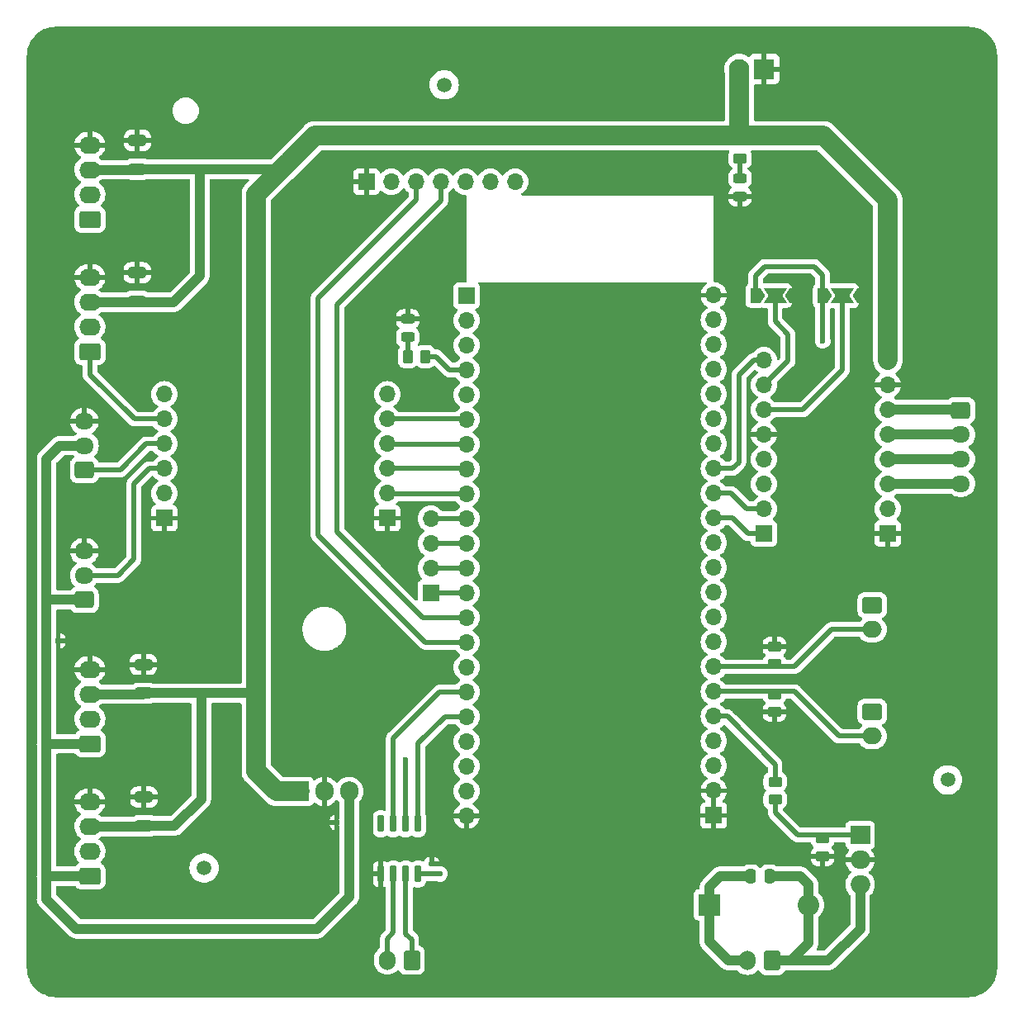
<source format=gbr>
%TF.GenerationSoftware,KiCad,Pcbnew,(7.0.0)*%
%TF.CreationDate,2023-04-24T11:20:32+02:00*%
%TF.ProjectId,Weatherstation_ESP32S3_Backplane,57656174-6865-4727-9374-6174696f6e5f,rev?*%
%TF.SameCoordinates,Original*%
%TF.FileFunction,Copper,L1,Top*%
%TF.FilePolarity,Positive*%
%FSLAX46Y46*%
G04 Gerber Fmt 4.6, Leading zero omitted, Abs format (unit mm)*
G04 Created by KiCad (PCBNEW (7.0.0)) date 2023-04-24 11:20:32*
%MOMM*%
%LPD*%
G01*
G04 APERTURE LIST*
G04 Aperture macros list*
%AMRoundRect*
0 Rectangle with rounded corners*
0 $1 Rounding radius*
0 $2 $3 $4 $5 $6 $7 $8 $9 X,Y pos of 4 corners*
0 Add a 4 corners polygon primitive as box body*
4,1,4,$2,$3,$4,$5,$6,$7,$8,$9,$2,$3,0*
0 Add four circle primitives for the rounded corners*
1,1,$1+$1,$2,$3*
1,1,$1+$1,$4,$5*
1,1,$1+$1,$6,$7*
1,1,$1+$1,$8,$9*
0 Add four rect primitives between the rounded corners*
20,1,$1+$1,$2,$3,$4,$5,0*
20,1,$1+$1,$4,$5,$6,$7,0*
20,1,$1+$1,$6,$7,$8,$9,0*
20,1,$1+$1,$8,$9,$2,$3,0*%
%AMFreePoly0*
4,1,6,1.000000,0.000000,0.500000,-0.750000,-0.500000,-0.750000,-0.500000,0.750000,0.500000,0.750000,1.000000,0.000000,1.000000,0.000000,$1*%
%AMFreePoly1*
4,1,7,0.700000,0.000000,1.200000,-0.750000,-1.200000,-0.750000,-0.700000,0.000000,-1.200000,0.750000,1.200000,0.750000,0.700000,0.000000,0.700000,0.000000,$1*%
G04 Aperture macros list end*
%TA.AperFunction,ComponentPad*%
%ADD10R,1.700000X1.700000*%
%TD*%
%TA.AperFunction,ComponentPad*%
%ADD11O,1.700000X1.700000*%
%TD*%
%TA.AperFunction,ComponentPad*%
%ADD12R,1.905000X2.000000*%
%TD*%
%TA.AperFunction,ComponentPad*%
%ADD13O,1.905000X2.000000*%
%TD*%
%TA.AperFunction,SMDPad,CuDef*%
%ADD14RoundRect,0.250000X0.262500X0.450000X-0.262500X0.450000X-0.262500X-0.450000X0.262500X-0.450000X0*%
%TD*%
%TA.AperFunction,SMDPad,CuDef*%
%ADD15RoundRect,0.243750X-0.456250X0.243750X-0.456250X-0.243750X0.456250X-0.243750X0.456250X0.243750X0*%
%TD*%
%TA.AperFunction,SMDPad,CuDef*%
%ADD16RoundRect,0.250000X-0.450000X0.262500X-0.450000X-0.262500X0.450000X-0.262500X0.450000X0.262500X0*%
%TD*%
%TA.AperFunction,SMDPad,CuDef*%
%ADD17RoundRect,0.140000X0.140000X0.170000X-0.140000X0.170000X-0.140000X-0.170000X0.140000X-0.170000X0*%
%TD*%
%TA.AperFunction,SMDPad,CuDef*%
%ADD18RoundRect,0.250000X0.650000X-0.325000X0.650000X0.325000X-0.650000X0.325000X-0.650000X-0.325000X0*%
%TD*%
%TA.AperFunction,SMDPad,CuDef*%
%ADD19RoundRect,0.150000X0.150000X-0.725000X0.150000X0.725000X-0.150000X0.725000X-0.150000X-0.725000X0*%
%TD*%
%TA.AperFunction,SMDPad,CuDef*%
%ADD20RoundRect,0.140000X-0.170000X0.140000X-0.170000X-0.140000X0.170000X-0.140000X0.170000X0.140000X0*%
%TD*%
%TA.AperFunction,ComponentPad*%
%ADD21RoundRect,0.250000X0.845000X-0.620000X0.845000X0.620000X-0.845000X0.620000X-0.845000X-0.620000X0*%
%TD*%
%TA.AperFunction,ComponentPad*%
%ADD22O,2.190000X1.740000*%
%TD*%
%TA.AperFunction,SMDPad,CuDef*%
%ADD23RoundRect,0.250000X0.450000X-0.262500X0.450000X0.262500X-0.450000X0.262500X-0.450000X-0.262500X0*%
%TD*%
%TA.AperFunction,ComponentPad*%
%ADD24C,0.800000*%
%TD*%
%TA.AperFunction,ComponentPad*%
%ADD25C,6.400000*%
%TD*%
%TA.AperFunction,ComponentPad*%
%ADD26R,2.000000X1.905000*%
%TD*%
%TA.AperFunction,ComponentPad*%
%ADD27O,2.000000X1.905000*%
%TD*%
%TA.AperFunction,ComponentPad*%
%ADD28RoundRect,0.250000X0.600000X0.750000X-0.600000X0.750000X-0.600000X-0.750000X0.600000X-0.750000X0*%
%TD*%
%TA.AperFunction,ComponentPad*%
%ADD29O,1.700000X2.000000*%
%TD*%
%TA.AperFunction,ComponentPad*%
%ADD30R,2.200000X2.200000*%
%TD*%
%TA.AperFunction,ComponentPad*%
%ADD31O,2.200000X2.200000*%
%TD*%
%TA.AperFunction,SMDPad,CuDef*%
%ADD32RoundRect,0.250000X0.250000X0.475000X-0.250000X0.475000X-0.250000X-0.475000X0.250000X-0.475000X0*%
%TD*%
%TA.AperFunction,ComponentPad*%
%ADD33RoundRect,0.250000X-0.750000X0.600000X-0.750000X-0.600000X0.750000X-0.600000X0.750000X0.600000X0*%
%TD*%
%TA.AperFunction,ComponentPad*%
%ADD34O,2.000000X1.700000*%
%TD*%
%TA.AperFunction,SMDPad,CuDef*%
%ADD35RoundRect,0.243750X0.456250X-0.243750X0.456250X0.243750X-0.456250X0.243750X-0.456250X-0.243750X0*%
%TD*%
%TA.AperFunction,SMDPad,CuDef*%
%ADD36FreePoly0,180.000000*%
%TD*%
%TA.AperFunction,SMDPad,CuDef*%
%ADD37FreePoly1,180.000000*%
%TD*%
%TA.AperFunction,SMDPad,CuDef*%
%ADD38FreePoly0,0.000000*%
%TD*%
%TA.AperFunction,ComponentPad*%
%ADD39RoundRect,0.250000X0.725000X-0.600000X0.725000X0.600000X-0.725000X0.600000X-0.725000X-0.600000X0*%
%TD*%
%TA.AperFunction,ComponentPad*%
%ADD40O,1.950000X1.700000*%
%TD*%
%TA.AperFunction,SMDPad,CuDef*%
%ADD41C,1.500000*%
%TD*%
%TA.AperFunction,SMDPad,CuDef*%
%ADD42RoundRect,0.140000X-0.140000X-0.170000X0.140000X-0.170000X0.140000X0.170000X-0.140000X0.170000X0*%
%TD*%
%TA.AperFunction,ComponentPad*%
%ADD43R,2.100000X2.100000*%
%TD*%
%TA.AperFunction,ComponentPad*%
%ADD44C,2.100000*%
%TD*%
%TA.AperFunction,ComponentPad*%
%ADD45RoundRect,0.250000X-0.725000X0.600000X-0.725000X-0.600000X0.725000X-0.600000X0.725000X0.600000X0*%
%TD*%
%TA.AperFunction,ViaPad*%
%ADD46C,0.600000*%
%TD*%
%TA.AperFunction,ViaPad*%
%ADD47C,0.800000*%
%TD*%
%TA.AperFunction,Conductor*%
%ADD48C,0.500000*%
%TD*%
%TA.AperFunction,Conductor*%
%ADD49C,1.000000*%
%TD*%
%TA.AperFunction,Conductor*%
%ADD50C,2.000000*%
%TD*%
G04 APERTURE END LIST*
D10*
%TO.P,J15,1,Pin_1*%
%TO.N,/ESP_3*%
X174139999Y-90949999D03*
D11*
%TO.P,J15,2,Pin_2*%
%TO.N,/ESP_8*%
X174139999Y-88409999D03*
%TO.P,J15,3,Pin_3*%
%TO.N,/ESP_18*%
X174139999Y-85869999D03*
%TO.P,J15,4,Pin_4*%
%TO.N,/ESP_17*%
X174139999Y-83329999D03*
%TD*%
D12*
%TO.P,U1,1,VI*%
%TO.N,+12V*%
X160689999Y-111299999D03*
D13*
%TO.P,U1,2,GND*%
%TO.N,GND*%
X163229999Y-111299999D03*
%TO.P,U1,3,VO*%
%TO.N,+5V*%
X165769999Y-111299999D03*
%TD*%
D14*
%TO.P,R5,1*%
%TO.N,/DBG_LED*%
X173592500Y-66730000D03*
%TO.P,R5,2*%
%TO.N,Net-(D3-A)*%
X171767500Y-66730000D03*
%TD*%
D15*
%TO.P,D3,1,K*%
%TO.N,GND*%
X171770000Y-62852500D03*
%TO.P,D3,2,A*%
%TO.N,Net-(D3-A)*%
X171770000Y-64727500D03*
%TD*%
D16*
%TO.P,R6,1*%
%TO.N,Net-(Q1-G)*%
X214310000Y-116135000D03*
%TO.P,R6,2*%
%TO.N,GND*%
X214310000Y-117960000D03*
%TD*%
D17*
%TO.P,C3,1*%
%TO.N,+5V*%
X165490000Y-114470000D03*
%TO.P,C3,2*%
%TO.N,GND*%
X164530000Y-114470000D03*
%TD*%
D18*
%TO.P,C2,1*%
%TO.N,+12V*%
X144060000Y-47510000D03*
%TO.P,C2,2*%
%TO.N,GND*%
X144060000Y-44560000D03*
%TD*%
D19*
%TO.P,U2,1,GND*%
%TO.N,GND*%
X169025000Y-119765000D03*
%TO.P,U2,2,T-*%
%TO.N,/THRCPL_-*%
X170295000Y-119765000D03*
%TO.P,U2,3,T+*%
%TO.N,/THRMCPL_+*%
X171565000Y-119765000D03*
%TO.P,U2,4,VCC*%
%TO.N,+3V3*%
X172835000Y-119765000D03*
%TO.P,U2,5,SCK*%
%TO.N,/AMP_SCK*%
X172835000Y-114615000D03*
%TO.P,U2,6,\u002ACS*%
%TO.N,/AMP_nCS*%
X171565000Y-114615000D03*
%TO.P,U2,7,SO*%
%TO.N,/AMP_MISO*%
X170295000Y-114615000D03*
%TO.P,U2,8,NC*%
%TO.N,unconnected-(U2-NC-Pad8)*%
X169025000Y-114615000D03*
%TD*%
D20*
%TO.P,C6,1*%
%TO.N,GND*%
X174220000Y-118760000D03*
%TO.P,C6,2*%
%TO.N,+3V3*%
X174220000Y-119720000D03*
%TD*%
D21*
%TO.P,J8,1,Pin_1*%
%TO.N,/FAN_PELTIER_PWM_HV*%
X139190000Y-52655000D03*
D22*
%TO.P,J8,2,Pin_2*%
%TO.N,/FAN_PELTIER_RPM*%
X139189999Y-50114999D03*
%TO.P,J8,3,Pin_3*%
%TO.N,+12V*%
X139189999Y-47574999D03*
%TO.P,J8,4,Pin_4*%
%TO.N,GND*%
X139189999Y-45034999D03*
%TD*%
D18*
%TO.P,C7,1*%
%TO.N,+12V*%
X144720000Y-114830000D03*
%TO.P,C7,2*%
%TO.N,GND*%
X144720000Y-111880000D03*
%TD*%
D23*
%TO.P,R3,1*%
%TO.N,/BUTTON_UPCOMING*%
X209370000Y-98262500D03*
%TO.P,R3,2*%
%TO.N,GND*%
X209370000Y-96437500D03*
%TD*%
D24*
%TO.P,H3,1,1*%
%TO.N,GND*%
X226590000Y-129170000D03*
X227292944Y-127472944D03*
X227292944Y-130867056D03*
X228990000Y-126770000D03*
D25*
X228990000Y-129170000D03*
D24*
X228990000Y-131570000D03*
X230687056Y-127472944D03*
X230687056Y-130867056D03*
X231390000Y-129170000D03*
%TD*%
D18*
%TO.P,C4,1*%
%TO.N,+12V*%
X144040000Y-61070000D03*
%TO.P,C4,2*%
%TO.N,GND*%
X144040000Y-58120000D03*
%TD*%
D26*
%TO.P,Q1,1,G*%
%TO.N,Net-(Q1-G)*%
X218154999Y-115769999D03*
D27*
%TO.P,Q1,2,S*%
%TO.N,GND*%
X218154999Y-118309999D03*
%TO.P,Q1,3,D*%
%TO.N,Net-(D2-A)*%
X218154999Y-120849999D03*
%TD*%
D28*
%TO.P,J18,1,Pin_1*%
%TO.N,Net-(D2-A)*%
X209120000Y-128625000D03*
D29*
%TO.P,J18,2,Pin_2*%
%TO.N,+5V*%
X206619999Y-128624999D03*
%TD*%
D30*
%TO.P,D2,1,K*%
%TO.N,+5V*%
X202699999Y-122929999D03*
D31*
%TO.P,D2,2,A*%
%TO.N,Net-(D2-A)*%
X212859999Y-122929999D03*
%TD*%
D32*
%TO.P,C8,1*%
%TO.N,Net-(D2-A)*%
X208860000Y-120010000D03*
%TO.P,C8,2*%
%TO.N,+5V*%
X206960000Y-120010000D03*
%TD*%
D28*
%TO.P,J1,1,Pin_1*%
%TO.N,/THRMCPL_+*%
X172180000Y-128595000D03*
D29*
%TO.P,J1,2,Pin_2*%
%TO.N,/THRCPL_-*%
X169679999Y-128594999D03*
%TD*%
D33*
%TO.P,J11,1,Pin_1*%
%TO.N,+3V3*%
X219390000Y-103140000D03*
D34*
%TO.P,J11,2,Pin_2*%
%TO.N,/BUTTON_CURRENT*%
X219389999Y-105639999D03*
%TD*%
D16*
%TO.P,R4,1*%
%TO.N,/MOTOR_EN*%
X209440000Y-110307500D03*
%TO.P,R4,2*%
%TO.N,Net-(Q1-G)*%
X209440000Y-112132500D03*
%TD*%
D10*
%TO.P,J13,1,Pin_1*%
%TO.N,+3V3*%
X177799999Y-60469999D03*
D11*
%TO.P,J13,2,Pin_2*%
X177799999Y-63009999D03*
%TO.P,J13,3,Pin_3*%
%TO.N,/nRST*%
X177799999Y-65549999D03*
%TO.P,J13,4,Pin_4*%
%TO.N,/DBG_LED*%
X177799999Y-68089999D03*
%TO.P,J13,5,Pin_5*%
%TO.N,/ESP_5*%
X177799999Y-70629999D03*
%TO.P,J13,6,Pin_6*%
%TO.N,/FAN_PELTIER_PWM*%
X177799999Y-73169999D03*
%TO.P,J13,7,Pin_7*%
%TO.N,/FAN_WIND_PWM*%
X177799999Y-75709999D03*
%TO.P,J13,8,Pin_8*%
%TO.N,/SERVO_PWM*%
X177799999Y-78249999D03*
%TO.P,J13,9,Pin_9*%
%TO.N,/LED_DATA*%
X177799999Y-80789999D03*
%TO.P,J13,10,Pin_10*%
%TO.N,/ESP_17*%
X177799999Y-83329999D03*
%TO.P,J13,11,Pin_11*%
%TO.N,/ESP_18*%
X177799999Y-85869999D03*
%TO.P,J13,12,Pin_12*%
%TO.N,/ESP_8*%
X177799999Y-88409999D03*
%TO.P,J13,13,Pin_13*%
%TO.N,/ESP_3*%
X177799999Y-90949999D03*
%TO.P,J13,14,Pin_14*%
%TO.N,/D1_COOL*%
X177799999Y-93489999D03*
%TO.P,J13,15,Pin_15*%
%TO.N,/D0_HEAT*%
X177799999Y-96029999D03*
%TO.P,J13,16,Pin_16*%
%TO.N,/AMP_nCS*%
X177799999Y-98569999D03*
%TO.P,J13,17,Pin_17*%
%TO.N,/AMP_MISO*%
X177799999Y-101109999D03*
%TO.P,J13,18,Pin_18*%
%TO.N,/AMP_SCK*%
X177799999Y-103649999D03*
%TO.P,J13,19,Pin_19*%
%TO.N,/ESP_13*%
X177799999Y-106189999D03*
%TO.P,J13,20,Pin_20*%
%TO.N,/ESP_14*%
X177799999Y-108729999D03*
%TO.P,J13,21,Pin_21*%
%TO.N,+5V*%
X177799999Y-111269999D03*
%TO.P,J13,22,Pin_22*%
%TO.N,GND*%
X177799999Y-113809999D03*
%TD*%
D35*
%TO.P,D1,1,K*%
%TO.N,GND*%
X205840000Y-50317500D03*
%TO.P,D1,2,A*%
%TO.N,Net-(D1-A)*%
X205840000Y-48442500D03*
%TD*%
D24*
%TO.P,H4,1,1*%
%TO.N,GND*%
X133550000Y-129170000D03*
X134252944Y-127472944D03*
X134252944Y-130867056D03*
X135950000Y-126770000D03*
D25*
X135950000Y-129170000D03*
D24*
X135950000Y-131570000D03*
X137647056Y-127472944D03*
X137647056Y-130867056D03*
X138350000Y-129170000D03*
%TD*%
D10*
%TO.P,J14,1,Pin_1*%
%TO.N,GND*%
X203149999Y-113769999D03*
D11*
%TO.P,J14,2,Pin_2*%
X203149999Y-111229999D03*
%TO.P,J14,3,Pin_3*%
%TO.N,/ESP_19*%
X203149999Y-108689999D03*
%TO.P,J14,4,Pin_4*%
%TO.N,/ESP_20*%
X203149999Y-106149999D03*
%TO.P,J14,5,Pin_5*%
%TO.N,/MOTOR_EN*%
X203149999Y-103609999D03*
%TO.P,J14,6,Pin_6*%
%TO.N,/BUTTON_CURRENT*%
X203149999Y-101069999D03*
%TO.P,J14,7,Pin_7*%
%TO.N,/BUTTON_UPCOMING*%
X203149999Y-98529999D03*
%TO.P,J14,8,Pin_8*%
%TO.N,/ESP_45*%
X203149999Y-95989999D03*
%TO.P,J14,9,Pin_9*%
%TO.N,/ESP_0*%
X203149999Y-93449999D03*
%TO.P,J14,10,Pin_10*%
%TO.N,/ESP_35_NC*%
X203149999Y-90909999D03*
%TO.P,J14,11,Pin_11*%
%TO.N,/ESP_36_NC*%
X203149999Y-88369999D03*
%TO.P,J14,12,Pin_12*%
%TO.N,/ESP_37_NC*%
X203149999Y-85829999D03*
%TO.P,J14,13,Pin_13*%
%TO.N,/STEPPER_DIR*%
X203149999Y-83289999D03*
%TO.P,J14,14,Pin_14*%
%TO.N,/STEPPER_STEP*%
X203149999Y-80749999D03*
%TO.P,J14,15,Pin_15*%
%TO.N,/STEPPER_EN*%
X203149999Y-78209999D03*
%TO.P,J14,16,Pin_16*%
%TO.N,/ESP_41*%
X203149999Y-75669999D03*
%TO.P,J14,17,Pin_17*%
%TO.N,/ESP_42*%
X203149999Y-73129999D03*
%TO.P,J14,18,Pin_18*%
%TO.N,/ESP_2*%
X203149999Y-70589999D03*
%TO.P,J14,19,Pin_19*%
%TO.N,/ESP_1*%
X203149999Y-68049999D03*
%TO.P,J14,20,Pin_20*%
%TO.N,/ESP_RX*%
X203149999Y-65509999D03*
%TO.P,J14,21,Pin_21*%
%TO.N,/ESP_TX*%
X203149999Y-62969999D03*
%TO.P,J14,22,Pin_22*%
%TO.N,GND*%
X203149999Y-60429999D03*
%TD*%
D36*
%TO.P,JP2,1,A*%
%TO.N,GND*%
X218320000Y-60482500D03*
D37*
%TO.P,JP2,2,C*%
%TO.N,/STEPPER_MS2*%
X216320000Y-60482500D03*
D38*
%TO.P,JP2,3,B*%
%TO.N,+3V3*%
X214320000Y-60482500D03*
%TD*%
D39*
%TO.P,J2,1,Pin_1*%
%TO.N,+5V*%
X138620000Y-91665000D03*
D40*
%TO.P,J2,2,Pin_2*%
%TO.N,/LED_DATA_HV*%
X138619999Y-89164999D03*
%TO.P,J2,3,Pin_3*%
%TO.N,GND*%
X138619999Y-86664999D03*
%TD*%
D10*
%TO.P,J5,1,Pin_1*%
%TO.N,/STEPPER_DIR*%
X208299999Y-84869999D03*
D11*
%TO.P,J5,2,Pin_2*%
%TO.N,/STEPPER_STEP*%
X208299999Y-82329999D03*
%TO.P,J5,3,Pin_3*%
%TO.N,/STEPPER_TX*%
X208299999Y-79789999D03*
%TO.P,J5,4,Pin_4*%
%TO.N,/STEPPER_RX*%
X208299999Y-77249999D03*
%TO.P,J5,5,Pin_5*%
%TO.N,GND*%
X208299999Y-74709999D03*
%TO.P,J5,6,Pin_6*%
%TO.N,/STEPPER_MS2*%
X208299999Y-72169999D03*
%TO.P,J5,7,Pin_7*%
%TO.N,/STEPPER_MS1*%
X208299999Y-69629999D03*
%TO.P,J5,8,Pin_8*%
%TO.N,/STEPPER_EN*%
X208299999Y-67089999D03*
%TD*%
D16*
%TO.P,R2,1*%
%TO.N,/BUTTON_CURRENT*%
X209370000Y-101337500D03*
%TO.P,R2,2*%
%TO.N,GND*%
X209370000Y-103162500D03*
%TD*%
D10*
%TO.P,J6,1,Pin_1*%
%TO.N,GND*%
X220999999Y-84869999D03*
D11*
%TO.P,J6,2,Pin_2*%
%TO.N,+3V3*%
X220999999Y-82329999D03*
%TO.P,J6,3,Pin_3*%
%TO.N,/STEPPER_B2*%
X220999999Y-79789999D03*
%TO.P,J6,4,Pin_4*%
%TO.N,/STEPPER_B1*%
X220999999Y-77249999D03*
%TO.P,J6,5,Pin_5*%
%TO.N,/STEPPER_A1*%
X220999999Y-74709999D03*
%TO.P,J6,6,Pin_6*%
%TO.N,/STEPPER_A2*%
X220999999Y-72169999D03*
%TO.P,J6,7,Pin_7*%
%TO.N,GND*%
X220999999Y-69629999D03*
%TO.P,J6,8,Pin_8*%
%TO.N,+12V*%
X220999999Y-67089999D03*
%TD*%
D24*
%TO.P,H2,1,1*%
%TO.N,GND*%
X226590000Y-36130000D03*
X227292944Y-34432944D03*
X227292944Y-37827056D03*
X228990000Y-33730000D03*
D25*
X228990000Y-36130000D03*
D24*
X228990000Y-38530000D03*
X230687056Y-34432944D03*
X230687056Y-37827056D03*
X231390000Y-36130000D03*
%TD*%
%TO.P,H1,1,1*%
%TO.N,GND*%
X133550000Y-36127056D03*
X134252944Y-34430000D03*
X134252944Y-37824112D03*
X135950000Y-33727056D03*
D25*
X135950000Y-36127056D03*
D24*
X135950000Y-38527056D03*
X137647056Y-34430000D03*
X137647056Y-37824112D03*
X138350000Y-36127056D03*
%TD*%
D33*
%TO.P,J16,1,Pin_1*%
%TO.N,+3V3*%
X219390000Y-92200000D03*
D34*
%TO.P,J16,2,Pin_2*%
%TO.N,/BUTTON_UPCOMING*%
X219389999Y-94699999D03*
%TD*%
D41*
%TO.P,FID2,*%
%TO.N,*%
X150900000Y-119140000D03*
%TD*%
D21*
%TO.P,J17,1,Pin_1*%
%TO.N,+5V*%
X139190000Y-119985000D03*
D22*
%TO.P,J17,2,Pin_2*%
%TO.N,/FAN_EXT2_RPM*%
X139189999Y-117444999D03*
%TO.P,J17,3,Pin_3*%
%TO.N,+12V*%
X139189999Y-114904999D03*
%TO.P,J17,4,Pin_4*%
%TO.N,GND*%
X139189999Y-112364999D03*
%TD*%
D42*
%TO.P,C1,1*%
%TO.N,+5V*%
X134940000Y-95830000D03*
%TO.P,C1,2*%
%TO.N,GND*%
X135900000Y-95830000D03*
%TD*%
D36*
%TO.P,JP1,1,A*%
%TO.N,GND*%
X211430000Y-60460000D03*
D37*
%TO.P,JP1,2,C*%
%TO.N,/STEPPER_MS1*%
X209430000Y-60460000D03*
D38*
%TO.P,JP1,3,B*%
%TO.N,+3V3*%
X207430000Y-60460000D03*
%TD*%
D21*
%TO.P,J12,1,Pin_1*%
%TO.N,+5V*%
X139190000Y-106415000D03*
D22*
%TO.P,J12,2,Pin_2*%
%TO.N,/FAN_EXT1_RPM*%
X139189999Y-103874999D03*
%TO.P,J12,3,Pin_3*%
%TO.N,+12V*%
X139189999Y-101334999D03*
%TO.P,J12,4,Pin_4*%
%TO.N,GND*%
X139189999Y-98794999D03*
%TD*%
D10*
%TO.P,J19,1,Pin_1*%
%TO.N,GND*%
X146819999Y-83289999D03*
D11*
%TO.P,J19,2,Pin_2*%
%TO.N,+5V*%
X146819999Y-80749999D03*
%TO.P,J19,3,Pin_3*%
%TO.N,/LED_DATA_HV*%
X146819999Y-78209999D03*
%TO.P,J19,4,Pin_4*%
%TO.N,/SERVO_PWM_HV*%
X146819999Y-75669999D03*
%TO.P,J19,5,Pin_5*%
%TO.N,/FAN_WIND_PWM_HV*%
X146819999Y-73129999D03*
%TO.P,J19,6,Pin_6*%
%TO.N,/FAN_PELTIER_PWM_HV*%
X146819999Y-70589999D03*
%TD*%
D16*
%TO.P,R1,1*%
%TO.N,+12V*%
X205850000Y-44567500D03*
%TO.P,R1,2*%
%TO.N,Net-(D1-A)*%
X205850000Y-46392500D03*
%TD*%
D41*
%TO.P,FID1,*%
%TO.N,*%
X175514000Y-38862000D03*
%TD*%
D43*
%TO.P,J9,1,1*%
%TO.N,GND*%
X208319999Y-37239999D03*
D44*
%TO.P,J9,2,2*%
%TO.N,+12V*%
X205780000Y-37240000D03*
%TD*%
D39*
%TO.P,J3,1,Pin_1*%
%TO.N,/SERVO_PWM_HV*%
X138620000Y-78355000D03*
D40*
%TO.P,J3,2,Pin_2*%
%TO.N,+5V*%
X138619999Y-75854999D03*
%TO.P,J3,3,Pin_3*%
%TO.N,GND*%
X138619999Y-73354999D03*
%TD*%
D45*
%TO.P,J7,1,Pin_1*%
%TO.N,/STEPPER_A2*%
X228460000Y-72240000D03*
D40*
%TO.P,J7,2,Pin_2*%
%TO.N,/STEPPER_A1*%
X228459999Y-74739999D03*
%TO.P,J7,3,Pin_3*%
%TO.N,/STEPPER_B1*%
X228459999Y-77239999D03*
%TO.P,J7,4,Pin_4*%
%TO.N,/STEPPER_B2*%
X228459999Y-79739999D03*
%TD*%
D10*
%TO.P,J4,1,Pin_1*%
%TO.N,GND*%
X167539999Y-48789999D03*
D11*
%TO.P,J4,2,Pin_2*%
%TO.N,/3V3_IN*%
X170079999Y-48789999D03*
%TO.P,J4,3,Pin_3*%
%TO.N,/D0_HEAT*%
X172619999Y-48789999D03*
%TO.P,J4,4,Pin_4*%
%TO.N,/D1_COOL*%
X175159999Y-48789999D03*
%TO.P,J4,5,Pin_5*%
%TO.N,/D2*%
X177699999Y-48789999D03*
%TO.P,J4,6,Pin_6*%
%TO.N,/D3*%
X180239999Y-48789999D03*
%TO.P,J4,7,Pin_7*%
%TO.N,/VT*%
X182779999Y-48789999D03*
%TD*%
D18*
%TO.P,C5,1*%
%TO.N,+12V*%
X144670000Y-101240000D03*
%TO.P,C5,2*%
%TO.N,GND*%
X144670000Y-98290000D03*
%TD*%
D21*
%TO.P,J10,1,Pin_1*%
%TO.N,/FAN_WIND_PWM_HV*%
X139190000Y-66225000D03*
D22*
%TO.P,J10,2,Pin_2*%
%TO.N,/FAN_WIND_RPM*%
X139189999Y-63684999D03*
%TO.P,J10,3,Pin_3*%
%TO.N,+12V*%
X139189999Y-61144999D03*
%TO.P,J10,4,Pin_4*%
%TO.N,GND*%
X139189999Y-58604999D03*
%TD*%
D10*
%TO.P,J20,1,Pin_1*%
%TO.N,GND*%
X169679999Y-83289999D03*
D11*
%TO.P,J20,2,Pin_2*%
%TO.N,/LED_DATA*%
X169679999Y-80749999D03*
%TO.P,J20,3,Pin_3*%
%TO.N,/SERVO_PWM*%
X169679999Y-78209999D03*
%TO.P,J20,4,Pin_4*%
%TO.N,/FAN_WIND_PWM*%
X169679999Y-75669999D03*
%TO.P,J20,5,Pin_5*%
%TO.N,/FAN_PELTIER_PWM*%
X169679999Y-73129999D03*
%TO.P,J20,6,Pin_6*%
%TO.N,/NC*%
X169679999Y-70589999D03*
%TD*%
D41*
%TO.P,FID3,*%
%TO.N,*%
X227130000Y-110120000D03*
%TD*%
D46*
%TO.N,GND*%
X231820000Y-39281821D03*
X198120000Y-60960000D03*
X185570000Y-129460000D03*
X204901816Y-132000000D03*
X167950000Y-65030000D03*
X231820000Y-114054546D03*
X214830000Y-120200000D03*
X133120000Y-105081819D03*
X219856361Y-132000000D03*
X133120000Y-81154547D03*
X199360000Y-122950000D03*
X160038181Y-132000000D03*
X210883634Y-33300000D03*
X207892725Y-33300000D03*
X189040000Y-120680000D03*
X133120000Y-87136365D03*
X231820000Y-126018182D03*
X145083636Y-132000000D03*
X144730000Y-117595000D03*
X133120000Y-72181820D03*
X180974544Y-132000000D03*
X231820000Y-105081819D03*
X160038181Y-33300000D03*
X201910907Y-33300000D03*
X133120000Y-78163638D03*
X152400000Y-99060000D03*
X139101818Y-132000000D03*
X174992726Y-33300000D03*
X231820000Y-120036364D03*
X189947271Y-33300000D03*
X231820000Y-90127274D03*
X210820000Y-78740000D03*
X133120000Y-51245457D03*
X231820000Y-117045455D03*
X231820000Y-72181820D03*
X133120000Y-69190911D03*
X212090000Y-67310000D03*
X163029090Y-132000000D03*
X231820000Y-75172729D03*
X133120000Y-42272730D03*
X133120000Y-108072728D03*
X148060000Y-129750000D03*
X142092727Y-132000000D03*
X231820000Y-99100001D03*
X199430000Y-126610000D03*
X152400000Y-88900000D03*
X200350000Y-119640000D03*
X174370000Y-56980000D03*
X133120000Y-57227275D03*
X231820000Y-69190911D03*
X157047272Y-33300000D03*
X148074545Y-33300000D03*
X210820000Y-91440000D03*
X231820000Y-60218184D03*
X192938180Y-33300000D03*
X219856361Y-33300000D03*
D47*
X138860000Y-82440000D03*
D46*
X133120000Y-99100001D03*
X133120000Y-84145456D03*
X148074545Y-132000000D03*
X231820000Y-87136365D03*
X210820000Y-106680000D03*
X193340000Y-108230000D03*
X169010908Y-33300000D03*
X216060000Y-130520000D03*
X190500000Y-40640000D03*
X183965453Y-33300000D03*
X198919998Y-33300000D03*
X139650000Y-41395000D03*
X190500000Y-99060000D03*
X231820000Y-57227275D03*
X198919998Y-132000000D03*
X160020000Y-68580000D03*
X201910907Y-132000000D03*
X195929089Y-33300000D03*
X133120000Y-120036364D03*
X133120000Y-39281821D03*
X182880000Y-78740000D03*
X207892725Y-132000000D03*
X133120000Y-66200002D03*
X208280000Y-55880000D03*
X154940000Y-116840000D03*
X222847270Y-132000000D03*
X190500000Y-60960000D03*
X200650000Y-130540000D03*
X216865452Y-33300000D03*
X218910000Y-128060000D03*
X195929089Y-132000000D03*
X133120000Y-123027273D03*
X231820000Y-42272730D03*
X212090000Y-64770000D03*
X160020000Y-58420000D03*
X154056363Y-132000000D03*
X172001817Y-33300000D03*
X225838179Y-33300000D03*
X133120000Y-60218184D03*
X157047272Y-132000000D03*
X189947271Y-132000000D03*
X154056363Y-33300000D03*
X142092727Y-33300000D03*
X222847270Y-33300000D03*
X163029090Y-33300000D03*
X170180000Y-99060000D03*
X162560000Y-40640000D03*
X151065454Y-33300000D03*
X133120000Y-102090910D03*
X193040000Y-88900000D03*
X225838179Y-132000000D03*
X133120000Y-96109092D03*
X182880000Y-60960000D03*
X174992726Y-132000000D03*
X185420000Y-88900000D03*
X231820000Y-51245457D03*
X231820000Y-78163638D03*
X160020000Y-78740000D03*
X166019999Y-33300000D03*
X139101818Y-33300000D03*
X133120000Y-45263639D03*
X231820000Y-96109092D03*
X177983635Y-132000000D03*
X220980000Y-129540000D03*
X198120000Y-114300000D03*
X198120000Y-99060000D03*
X231820000Y-63209093D03*
X182880000Y-99060000D03*
X181950000Y-117080000D03*
X133120000Y-114054546D03*
X190500000Y-78740000D03*
X133120000Y-126018182D03*
X215040000Y-125240000D03*
X180974544Y-33300000D03*
X133120000Y-111063637D03*
X145083636Y-33300000D03*
X213874543Y-132000000D03*
X231820000Y-84145456D03*
X133120000Y-90127274D03*
X152400000Y-63500000D03*
X212090000Y-69850000D03*
X133120000Y-75172729D03*
X165100000Y-53340000D03*
X151065454Y-132000000D03*
X231820000Y-111063637D03*
X133120000Y-48254548D03*
X133120000Y-117045455D03*
X226060000Y-88900000D03*
X215900000Y-50800000D03*
D47*
X137190000Y-69300000D03*
D46*
X160760000Y-128410000D03*
X204901816Y-33300000D03*
X231820000Y-123027273D03*
X152400000Y-73660000D03*
X192938180Y-132000000D03*
X210883634Y-132000000D03*
X133120000Y-54236366D03*
X198120000Y-78740000D03*
X231820000Y-54236366D03*
X144730000Y-92195000D03*
X166019999Y-132000000D03*
X226060000Y-99060000D03*
X226060000Y-116840000D03*
X183965453Y-132000000D03*
X186956362Y-132000000D03*
X231820000Y-81154547D03*
X193040000Y-68580000D03*
X185420000Y-68580000D03*
X169010909Y-132000000D03*
X231820000Y-66200002D03*
X183430000Y-107890000D03*
X212090000Y-62230000D03*
X231820000Y-93118183D03*
X213874543Y-33300000D03*
X216865452Y-132000000D03*
X226060000Y-63500000D03*
X133120000Y-63209093D03*
X158720000Y-121500000D03*
X231820000Y-102090910D03*
X231820000Y-108072728D03*
X177983635Y-33300000D03*
X133120000Y-93118183D03*
X231820000Y-45263639D03*
X160510000Y-89150000D03*
X172001817Y-132000000D03*
X231820000Y-48254548D03*
X207990000Y-116250000D03*
X186956362Y-33300000D03*
X144730000Y-107435000D03*
%TO.N,+3V3*%
X175080000Y-119760000D03*
X214320000Y-65120000D03*
%TO.N,/AMP_nCS*%
X171570000Y-108080000D03*
%TD*%
D48*
%TO.N,/ESP_17*%
X174140000Y-83330000D02*
X177800000Y-83330000D01*
%TO.N,/ESP_18*%
X174140000Y-85870000D02*
X177800000Y-85870000D01*
%TO.N,/ESP_8*%
X174140000Y-88410000D02*
X177800000Y-88410000D01*
%TO.N,/ESP_3*%
X174140000Y-90950000D02*
X177800000Y-90950000D01*
%TO.N,/D1_COOL*%
X175160000Y-50750000D02*
X175160000Y-48790000D01*
X164540000Y-61370000D02*
X175160000Y-50750000D01*
X173310000Y-93490000D02*
X164540000Y-84720000D01*
X177800000Y-93490000D02*
X173310000Y-93490000D01*
X164540000Y-84720000D02*
X164540000Y-61370000D01*
%TO.N,/D0_HEAT*%
X173610000Y-96030000D02*
X177800000Y-96030000D01*
X162570000Y-84990000D02*
X173610000Y-96030000D01*
X162570000Y-60740000D02*
X162570000Y-84990000D01*
X172620000Y-48790000D02*
X172620000Y-50690000D01*
X172620000Y-50690000D02*
X162570000Y-60740000D01*
%TO.N,Net-(D3-A)*%
X171767500Y-64730000D02*
X171770000Y-64727500D01*
X171767500Y-66730000D02*
X171767500Y-64730000D01*
%TO.N,/DBG_LED*%
X174690000Y-66730000D02*
X173592500Y-66730000D01*
X177800000Y-68090000D02*
X176050000Y-68090000D01*
X176050000Y-68090000D02*
X174690000Y-66730000D01*
D49*
%TO.N,+5V*%
X134740000Y-122330000D02*
X134740000Y-119960000D01*
X137800000Y-125390000D02*
X134740000Y-122330000D01*
X162510000Y-125390000D02*
X137800000Y-125390000D01*
X165770000Y-122130000D02*
X162510000Y-125390000D01*
X165770000Y-111300000D02*
X165770000Y-122130000D01*
D50*
%TO.N,+12V*%
X156240000Y-109230000D02*
X158310000Y-111300000D01*
X158310000Y-111300000D02*
X160690000Y-111300000D01*
X156240000Y-101330000D02*
X156240000Y-109230000D01*
D49*
X150610000Y-112090000D02*
X147870000Y-114830000D01*
X150440000Y-47510000D02*
X150440000Y-58470000D01*
D50*
X214400000Y-44080000D02*
X221000000Y-50680000D01*
D49*
X144575000Y-101335000D02*
X144670000Y-101240000D01*
X150440000Y-58470000D02*
X147765000Y-61145000D01*
X150610000Y-101240000D02*
X150610000Y-112090000D01*
D50*
X205780000Y-44080000D02*
X214400000Y-44080000D01*
D49*
X147765000Y-61145000D02*
X139190000Y-61145000D01*
D50*
X156240000Y-50080000D02*
X156240000Y-54380000D01*
D49*
X150440000Y-47510000D02*
X158810000Y-47510000D01*
D50*
X221000000Y-50680000D02*
X221000000Y-67090000D01*
D49*
X144060000Y-47510000D02*
X150440000Y-47510000D01*
X143995000Y-47575000D02*
X144060000Y-47510000D01*
X139190000Y-114905000D02*
X144645000Y-114905000D01*
X139190000Y-101335000D02*
X144575000Y-101335000D01*
X156150000Y-101240000D02*
X156240000Y-101330000D01*
D50*
X205780000Y-37240000D02*
X205780000Y-44080000D01*
D49*
X144645000Y-114905000D02*
X144720000Y-114830000D01*
D50*
X162240000Y-44080000D02*
X159575000Y-46745000D01*
D49*
X150610000Y-101240000D02*
X156150000Y-101240000D01*
X158810000Y-47510000D02*
X159575000Y-46745000D01*
X147870000Y-114830000D02*
X144720000Y-114830000D01*
D50*
X159575000Y-46745000D02*
X156240000Y-50080000D01*
D49*
X144670000Y-101240000D02*
X150610000Y-101240000D01*
X139190000Y-47575000D02*
X143995000Y-47575000D01*
D50*
X156240000Y-54380000D02*
X156240000Y-101330000D01*
X205780000Y-44080000D02*
X162240000Y-44080000D01*
D49*
%TO.N,+5V*%
X203810000Y-120010000D02*
X206960000Y-120010000D01*
X134740000Y-119960000D02*
X134740000Y-106410000D01*
X134740000Y-91650000D02*
X134740000Y-77200000D01*
X136085000Y-75855000D02*
X138620000Y-75855000D01*
X204625000Y-128625000D02*
X202700000Y-126700000D01*
X139190000Y-119985000D02*
X134765000Y-119985000D01*
X134745000Y-106415000D02*
X134740000Y-106410000D01*
X134755000Y-91665000D02*
X134740000Y-91650000D01*
X134740000Y-106410000D02*
X134740000Y-91650000D01*
X177645000Y-111425000D02*
X177800000Y-111270000D01*
X202700000Y-126700000D02*
X202700000Y-122930000D01*
X202700000Y-121120000D02*
X203810000Y-120010000D01*
X202700000Y-122930000D02*
X202700000Y-121120000D01*
X206620000Y-128625000D02*
X204625000Y-128625000D01*
X134765000Y-119985000D02*
X134740000Y-119960000D01*
X139190000Y-106415000D02*
X134745000Y-106415000D01*
X134740000Y-77200000D02*
X136085000Y-75855000D01*
X138620000Y-91665000D02*
X134755000Y-91665000D01*
D48*
%TO.N,+3V3*%
X175080000Y-119760000D02*
X172840000Y-119760000D01*
X208370000Y-57470000D02*
X207430000Y-58410000D01*
X214320000Y-60482500D02*
X214320000Y-65120000D01*
X214320000Y-58360000D02*
X213430000Y-57470000D01*
X213430000Y-57470000D02*
X208370000Y-57470000D01*
X214320000Y-60482500D02*
X214320000Y-58360000D01*
X207430000Y-58410000D02*
X207430000Y-60460000D01*
X172840000Y-119760000D02*
X172835000Y-119765000D01*
D49*
%TO.N,Net-(D2-A)*%
X211105000Y-128625000D02*
X214915000Y-128625000D01*
X208860000Y-120010000D02*
X212010000Y-120010000D01*
X218155000Y-125385000D02*
X218155000Y-120850000D01*
X214915000Y-128625000D02*
X218155000Y-125385000D01*
X212860000Y-126870000D02*
X212860000Y-122930000D01*
X212860000Y-120860000D02*
X212860000Y-122930000D01*
X212010000Y-120010000D02*
X212860000Y-120860000D01*
X209120000Y-128625000D02*
X211105000Y-128625000D01*
X211105000Y-128625000D02*
X212860000Y-126870000D01*
D48*
%TO.N,/THRMCPL_+*%
X171565000Y-119765000D02*
X171565000Y-125895000D01*
X171565000Y-125895000D02*
X172180000Y-126510000D01*
X172180000Y-126510000D02*
X172180000Y-128595000D01*
%TO.N,/THRCPL_-*%
X169680000Y-126400000D02*
X169680000Y-128595000D01*
X170295000Y-125785000D02*
X169680000Y-126400000D01*
X170295000Y-119765000D02*
X170295000Y-125785000D01*
%TO.N,/LED_DATA_HV*%
X145270000Y-78210000D02*
X146820000Y-78210000D01*
X138620000Y-89165000D02*
X142035000Y-89165000D01*
X142035000Y-89165000D02*
X143690000Y-87510000D01*
X143690000Y-87510000D02*
X143690000Y-79790000D01*
X143690000Y-79790000D02*
X145270000Y-78210000D01*
%TO.N,/SERVO_PWM_HV*%
X146820000Y-75670000D02*
X144980000Y-75670000D01*
X142295000Y-78355000D02*
X138620000Y-78355000D01*
X144980000Y-75670000D02*
X142295000Y-78355000D01*
%TO.N,/STEPPER_DIR*%
X206640000Y-84870000D02*
X205060000Y-83290000D01*
X205060000Y-83290000D02*
X203150000Y-83290000D01*
X208300000Y-84870000D02*
X206640000Y-84870000D01*
%TO.N,/STEPPER_STEP*%
X206490000Y-82330000D02*
X204910000Y-80750000D01*
X208300000Y-82330000D02*
X206490000Y-82330000D01*
X204910000Y-80750000D02*
X203150000Y-80750000D01*
%TO.N,/STEPPER_MS2*%
X212280000Y-72170000D02*
X216320000Y-68130000D01*
X208300000Y-72170000D02*
X212280000Y-72170000D01*
X216320000Y-68130000D02*
X216320000Y-60482500D01*
%TO.N,/STEPPER_MS1*%
X210760000Y-64450000D02*
X209430000Y-63120000D01*
X208300000Y-69630000D02*
X210760000Y-67170000D01*
X209430000Y-63120000D02*
X209430000Y-60460000D01*
X210760000Y-67170000D02*
X210760000Y-64450000D01*
%TO.N,/STEPPER_EN*%
X205730000Y-68600000D02*
X207240000Y-67090000D01*
X203150000Y-78210000D02*
X205060000Y-78210000D01*
X207240000Y-67090000D02*
X208300000Y-67090000D01*
X205060000Y-78210000D02*
X205730000Y-77540000D01*
X205730000Y-77540000D02*
X205730000Y-68600000D01*
D49*
%TO.N,/STEPPER_B2*%
X228410000Y-79790000D02*
X228460000Y-79740000D01*
X221000000Y-79790000D02*
X228410000Y-79790000D01*
%TO.N,/STEPPER_B1*%
X221000000Y-77250000D02*
X228450000Y-77250000D01*
X228450000Y-77250000D02*
X228460000Y-77240000D01*
%TO.N,/STEPPER_A1*%
X228430000Y-74710000D02*
X228460000Y-74740000D01*
X221000000Y-74710000D02*
X228430000Y-74710000D01*
%TO.N,/STEPPER_A2*%
X221000000Y-72170000D02*
X228390000Y-72170000D01*
X228390000Y-72170000D02*
X228460000Y-72240000D01*
D48*
%TO.N,/FAN_WIND_PWM_HV*%
X139190000Y-68570000D02*
X139190000Y-66225000D01*
X143750000Y-73130000D02*
X139190000Y-68570000D01*
X146820000Y-73130000D02*
X143750000Y-73130000D01*
%TO.N,/BUTTON_CURRENT*%
X215990000Y-105640000D02*
X219390000Y-105640000D01*
X203150000Y-101070000D02*
X211420000Y-101070000D01*
X211420000Y-101070000D02*
X215990000Y-105640000D01*
%TO.N,/FAN_PELTIER_PWM*%
X169680000Y-73130000D02*
X177760000Y-73130000D01*
X177760000Y-73130000D02*
X177800000Y-73170000D01*
%TO.N,/FAN_WIND_PWM*%
X169720000Y-75710000D02*
X169680000Y-75670000D01*
X177800000Y-75710000D02*
X169720000Y-75710000D01*
%TO.N,/SERVO_PWM*%
X177760000Y-78210000D02*
X177800000Y-78250000D01*
X169680000Y-78210000D02*
X177760000Y-78210000D01*
%TO.N,/BUTTON_UPCOMING*%
X211380000Y-98530000D02*
X215210000Y-94700000D01*
X215210000Y-94700000D02*
X219415000Y-94700000D01*
X203150000Y-98530000D02*
X211380000Y-98530000D01*
%TO.N,/LED_DATA*%
X177800000Y-80790000D02*
X169720000Y-80790000D01*
X169720000Y-80790000D02*
X169680000Y-80750000D01*
%TO.N,/AMP_nCS*%
X171565000Y-108085000D02*
X171570000Y-108080000D01*
X171565000Y-114615000D02*
X171565000Y-108085000D01*
%TO.N,/AMP_MISO*%
X175040000Y-101110000D02*
X177800000Y-101110000D01*
X170295000Y-105855000D02*
X175040000Y-101110000D01*
X170295000Y-114615000D02*
X170295000Y-105855000D01*
%TO.N,/AMP_SCK*%
X172835000Y-114615000D02*
X172835000Y-106385000D01*
X175570000Y-103650000D02*
X177800000Y-103650000D01*
X172835000Y-106385000D02*
X175570000Y-103650000D01*
%TO.N,/MOTOR_EN*%
X204520000Y-103610000D02*
X209440000Y-108530000D01*
X209440000Y-108530000D02*
X209440000Y-110307500D01*
X203150000Y-103610000D02*
X204520000Y-103610000D01*
%TO.N,Net-(Q1-G)*%
X209440000Y-112132500D02*
X209440000Y-113450000D01*
X209440000Y-113450000D02*
X211760000Y-115770000D01*
X211760000Y-115770000D02*
X218155000Y-115770000D01*
%TO.N,Net-(D1-A)*%
X205850000Y-46392500D02*
X205850000Y-48432500D01*
X205850000Y-48432500D02*
X205840000Y-48442500D01*
%TD*%
%TA.AperFunction,Conductor*%
%TO.N,GND*%
G36*
X149547500Y-102257113D02*
G01*
X149592887Y-102302500D01*
X149609500Y-102364500D01*
X149609500Y-111624217D01*
X149600061Y-111671670D01*
X149573181Y-111711898D01*
X147491899Y-113793181D01*
X147451671Y-113820061D01*
X147404218Y-113829500D01*
X145734814Y-113829500D01*
X145689571Y-113819469D01*
X145689334Y-113820186D01*
X145529225Y-113767131D01*
X145529224Y-113767130D01*
X145522797Y-113765001D01*
X145516064Y-113764313D01*
X145516059Y-113764312D01*
X145423140Y-113754819D01*
X145423123Y-113754818D01*
X145420009Y-113754500D01*
X145416860Y-113754500D01*
X144023140Y-113754500D01*
X144023120Y-113754500D01*
X144019992Y-113754501D01*
X144016860Y-113754820D01*
X144016858Y-113754821D01*
X143923938Y-113764312D01*
X143923928Y-113764313D01*
X143917203Y-113765001D01*
X143910781Y-113767128D01*
X143910776Y-113767130D01*
X143757521Y-113817914D01*
X143757517Y-113817915D01*
X143750666Y-113820186D01*
X143744525Y-113823973D01*
X143744518Y-113823977D01*
X143643900Y-113886039D01*
X143578804Y-113904500D01*
X140401276Y-113904500D01*
X140359967Y-113897417D01*
X140323377Y-113876976D01*
X140292177Y-113851784D01*
X140185220Y-113765422D01*
X140180622Y-113762853D01*
X140180617Y-113762850D01*
X140144408Y-113742622D01*
X140099293Y-113699382D01*
X140080995Y-113639631D01*
X140094161Y-113578543D01*
X140135447Y-113531633D01*
X140274411Y-113437710D01*
X140282578Y-113431115D01*
X140443337Y-113277040D01*
X140450265Y-113269169D01*
X140582686Y-113090124D01*
X140588181Y-113081201D01*
X140688432Y-112882362D01*
X140692345Y-112872625D01*
X140757551Y-112659706D01*
X140759761Y-112649452D01*
X140761929Y-112632520D01*
X140759785Y-112618861D01*
X140746509Y-112615000D01*
X137631301Y-112615000D01*
X137620465Y-112617455D01*
X137620347Y-112628564D01*
X137649206Y-112762469D01*
X137652280Y-112772507D01*
X137735306Y-112979124D01*
X137740027Y-112988488D01*
X137856783Y-113178113D01*
X137863018Y-113186543D01*
X138010135Y-113353699D01*
X138017719Y-113360968D01*
X138190960Y-113500850D01*
X138199663Y-113506733D01*
X138235565Y-113526789D01*
X138280681Y-113570028D01*
X138298980Y-113629780D01*
X138285815Y-113690868D01*
X138244529Y-113737778D01*
X138105279Y-113831895D01*
X138105275Y-113831897D01*
X138100912Y-113834847D01*
X138097112Y-113838488D01*
X138097107Y-113838493D01*
X137936283Y-113992630D01*
X137936277Y-113992636D01*
X137932484Y-113996272D01*
X137929362Y-114000493D01*
X137929356Y-114000500D01*
X137883464Y-114062551D01*
X137793760Y-114183839D01*
X137791395Y-114188528D01*
X137791391Y-114188536D01*
X137723390Y-114323409D01*
X137688730Y-114392153D01*
X137687189Y-114397183D01*
X137687188Y-114397187D01*
X137621959Y-114610183D01*
X137621957Y-114610189D01*
X137620417Y-114615220D01*
X137619748Y-114620441D01*
X137619748Y-114620443D01*
X137600219Y-114772949D01*
X137590784Y-114846624D01*
X137591007Y-114851877D01*
X137591007Y-114851882D01*
X137592580Y-114888898D01*
X137600686Y-115079707D01*
X137601793Y-115084848D01*
X137601795Y-115084856D01*
X137633983Y-115234207D01*
X137649836Y-115307765D01*
X137736821Y-115524235D01*
X137739579Y-115528714D01*
X137856379Y-115718411D01*
X137856382Y-115718415D01*
X137859138Y-115722891D01*
X137862611Y-115726837D01*
X137862614Y-115726841D01*
X137883974Y-115751110D01*
X138013269Y-115898018D01*
X138194780Y-116044578D01*
X138199380Y-116047148D01*
X138199382Y-116047149D01*
X138235102Y-116067104D01*
X138280217Y-116110343D01*
X138298515Y-116170094D01*
X138285350Y-116231182D01*
X138244064Y-116278092D01*
X138105279Y-116371895D01*
X138105275Y-116371897D01*
X138100912Y-116374847D01*
X138097112Y-116378488D01*
X138097107Y-116378493D01*
X137936283Y-116532630D01*
X137936277Y-116532636D01*
X137932484Y-116536272D01*
X137929362Y-116540493D01*
X137929356Y-116540500D01*
X137798941Y-116716834D01*
X137793760Y-116723839D01*
X137791395Y-116728528D01*
X137791391Y-116728536D01*
X137719431Y-116871261D01*
X137688730Y-116932153D01*
X137687189Y-116937183D01*
X137687188Y-116937187D01*
X137621959Y-117150183D01*
X137621957Y-117150189D01*
X137620417Y-117155220D01*
X137619748Y-117160441D01*
X137619748Y-117160443D01*
X137592881Y-117370252D01*
X137590784Y-117386624D01*
X137591007Y-117391877D01*
X137591007Y-117391882D01*
X137597231Y-117538377D01*
X137600686Y-117619707D01*
X137601793Y-117624848D01*
X137601795Y-117624856D01*
X137631699Y-117763610D01*
X137649836Y-117847765D01*
X137736821Y-118064235D01*
X137739579Y-118068714D01*
X137856379Y-118258411D01*
X137856382Y-118258415D01*
X137859138Y-118262891D01*
X137862611Y-118266837D01*
X137862614Y-118266841D01*
X137870331Y-118275609D01*
X138013269Y-118438018D01*
X138054019Y-118470921D01*
X138091039Y-118520822D01*
X138099205Y-118582418D01*
X138076464Y-118640243D01*
X138029619Y-118678876D01*
X138025666Y-118680186D01*
X138019522Y-118683975D01*
X138019519Y-118683977D01*
X137882488Y-118768497D01*
X137882480Y-118768503D01*
X137876344Y-118772288D01*
X137871242Y-118777389D01*
X137871238Y-118777393D01*
X137757399Y-118891232D01*
X137757395Y-118891236D01*
X137752288Y-118896344D01*
X137748498Y-118902487D01*
X137748492Y-118902496D01*
X137734245Y-118925596D01*
X137689138Y-118968777D01*
X137628706Y-118984500D01*
X135864500Y-118984500D01*
X135802500Y-118967887D01*
X135757113Y-118922500D01*
X135740500Y-118860500D01*
X135740500Y-112251829D01*
X143320001Y-112251829D01*
X143320321Y-112258111D01*
X143329805Y-112350959D01*
X143332623Y-112364122D01*
X143383370Y-112517267D01*
X143389432Y-112530266D01*
X143473890Y-112667194D01*
X143482794Y-112678455D01*
X143596544Y-112792205D01*
X143607805Y-112801109D01*
X143744733Y-112885567D01*
X143757732Y-112891629D01*
X143910874Y-112942375D01*
X143924041Y-112945194D01*
X144016890Y-112954680D01*
X144023168Y-112955000D01*
X144453674Y-112955000D01*
X144466549Y-112951549D01*
X144470000Y-112938674D01*
X144470000Y-112938673D01*
X144970000Y-112938673D01*
X144973450Y-112951548D01*
X144986326Y-112954999D01*
X145416829Y-112954999D01*
X145423111Y-112954678D01*
X145515959Y-112945194D01*
X145529122Y-112942376D01*
X145682267Y-112891629D01*
X145695266Y-112885567D01*
X145832194Y-112801109D01*
X145843455Y-112792205D01*
X145957205Y-112678455D01*
X145966109Y-112667194D01*
X146050567Y-112530266D01*
X146056629Y-112517267D01*
X146107375Y-112364125D01*
X146110194Y-112350958D01*
X146119680Y-112258109D01*
X146120000Y-112251832D01*
X146120000Y-112146326D01*
X146116549Y-112133450D01*
X146103674Y-112130000D01*
X144986326Y-112130000D01*
X144973450Y-112133450D01*
X144970000Y-112146326D01*
X144970000Y-112938673D01*
X144470000Y-112938673D01*
X144470000Y-112146326D01*
X144466549Y-112133450D01*
X144453674Y-112130000D01*
X143336327Y-112130000D01*
X143323451Y-112133450D01*
X143320001Y-112146326D01*
X143320001Y-112251829D01*
X135740500Y-112251829D01*
X135740500Y-112097479D01*
X137618070Y-112097479D01*
X137620214Y-112111138D01*
X137633491Y-112115000D01*
X138923674Y-112115000D01*
X138936549Y-112111549D01*
X138940000Y-112098674D01*
X139440000Y-112098674D01*
X139443450Y-112111549D01*
X139456326Y-112115000D01*
X140748699Y-112115000D01*
X140759534Y-112112544D01*
X140759652Y-112101435D01*
X140730793Y-111967530D01*
X140727719Y-111957492D01*
X140644693Y-111750875D01*
X140639972Y-111741511D01*
X140561260Y-111613674D01*
X143320000Y-111613674D01*
X143323450Y-111626549D01*
X143336326Y-111630000D01*
X144453674Y-111630000D01*
X144466549Y-111626549D01*
X144470000Y-111613674D01*
X144970000Y-111613674D01*
X144973450Y-111626549D01*
X144986326Y-111630000D01*
X146103673Y-111630000D01*
X146116548Y-111626549D01*
X146119999Y-111613674D01*
X146119999Y-111508171D01*
X146119678Y-111501888D01*
X146110194Y-111409040D01*
X146107376Y-111395877D01*
X146056629Y-111242732D01*
X146050567Y-111229733D01*
X145966109Y-111092805D01*
X145957205Y-111081544D01*
X145843455Y-110967794D01*
X145832194Y-110958890D01*
X145695266Y-110874432D01*
X145682267Y-110868370D01*
X145529125Y-110817624D01*
X145515958Y-110814805D01*
X145423109Y-110805319D01*
X145416832Y-110805000D01*
X144986326Y-110805000D01*
X144973450Y-110808450D01*
X144970000Y-110821326D01*
X144970000Y-111613674D01*
X144470000Y-111613674D01*
X144470000Y-110821327D01*
X144466549Y-110808451D01*
X144453674Y-110805001D01*
X144023171Y-110805001D01*
X144016888Y-110805321D01*
X143924040Y-110814805D01*
X143910877Y-110817623D01*
X143757732Y-110868370D01*
X143744733Y-110874432D01*
X143607805Y-110958890D01*
X143596544Y-110967794D01*
X143482794Y-111081544D01*
X143473890Y-111092805D01*
X143389432Y-111229733D01*
X143383370Y-111242732D01*
X143332624Y-111395874D01*
X143329805Y-111409041D01*
X143320319Y-111501890D01*
X143320000Y-111508168D01*
X143320000Y-111613674D01*
X140561260Y-111613674D01*
X140523216Y-111551886D01*
X140516981Y-111543456D01*
X140369864Y-111376300D01*
X140362280Y-111369031D01*
X140189039Y-111229149D01*
X140180340Y-111223269D01*
X139985945Y-111114673D01*
X139976375Y-111110348D01*
X139766427Y-111036168D01*
X139756260Y-111033521D01*
X139536797Y-110995890D01*
X139526337Y-110995000D01*
X139456326Y-110995000D01*
X139443450Y-110998450D01*
X139440000Y-111011326D01*
X139440000Y-112098674D01*
X138940000Y-112098674D01*
X138940000Y-111011326D01*
X138936549Y-110998450D01*
X138923674Y-110995000D01*
X138909436Y-110995000D01*
X138904179Y-110995223D01*
X138737883Y-111009377D01*
X138727534Y-111011151D01*
X138512048Y-111067259D01*
X138502142Y-111070760D01*
X138299245Y-111162475D01*
X138290075Y-111167598D01*
X138105591Y-111292287D01*
X138097421Y-111298884D01*
X137936662Y-111452959D01*
X137929734Y-111460830D01*
X137797313Y-111639875D01*
X137791818Y-111648798D01*
X137691567Y-111847637D01*
X137687654Y-111857374D01*
X137622448Y-112070293D01*
X137620238Y-112080547D01*
X137618070Y-112097479D01*
X135740500Y-112097479D01*
X135740500Y-107539500D01*
X135757113Y-107477500D01*
X135802500Y-107432113D01*
X135864500Y-107415500D01*
X137628706Y-107415500D01*
X137689138Y-107431223D01*
X137734245Y-107474404D01*
X137748492Y-107497503D01*
X137748495Y-107497507D01*
X137752288Y-107503656D01*
X137876344Y-107627712D01*
X137882485Y-107631500D01*
X137882488Y-107631502D01*
X137921130Y-107655336D01*
X138025666Y-107719814D01*
X138192203Y-107774999D01*
X138294991Y-107785500D01*
X140085008Y-107785499D01*
X140187797Y-107774999D01*
X140354334Y-107719814D01*
X140503656Y-107627712D01*
X140627712Y-107503656D01*
X140719814Y-107354334D01*
X140774999Y-107187797D01*
X140785500Y-107085009D01*
X140785499Y-105744992D01*
X140774999Y-105642203D01*
X140719814Y-105475666D01*
X140645525Y-105355223D01*
X140631502Y-105332488D01*
X140631500Y-105332485D01*
X140627712Y-105326344D01*
X140503656Y-105202288D01*
X140497515Y-105198500D01*
X140497511Y-105198497D01*
X140381804Y-105127130D01*
X140354334Y-105110186D01*
X140350295Y-105108847D01*
X140305041Y-105072329D01*
X140281478Y-105017601D01*
X140286164Y-104958200D01*
X140318015Y-104907844D01*
X140447516Y-104783728D01*
X140586240Y-104596161D01*
X140691270Y-104387847D01*
X140759583Y-104164780D01*
X140789216Y-103933376D01*
X140779314Y-103700293D01*
X140730164Y-103472235D01*
X140643179Y-103255765D01*
X140520862Y-103057109D01*
X140366731Y-102881982D01*
X140185220Y-102735422D01*
X140173236Y-102728727D01*
X140144896Y-102712895D01*
X140099782Y-102669655D01*
X140081484Y-102609904D01*
X140094650Y-102548816D01*
X140135933Y-102501909D01*
X140279088Y-102405153D01*
X140315790Y-102369976D01*
X140355356Y-102344442D01*
X140401590Y-102335500D01*
X144560722Y-102335500D01*
X144563862Y-102335539D01*
X144651363Y-102337757D01*
X144709458Y-102327344D01*
X144718739Y-102326042D01*
X144777438Y-102320074D01*
X144783435Y-102318191D01*
X144784185Y-102318038D01*
X144809148Y-102315499D01*
X145366859Y-102315499D01*
X145370008Y-102315499D01*
X145472797Y-102304999D01*
X145639334Y-102249814D01*
X145639571Y-102250530D01*
X145684814Y-102240500D01*
X149485500Y-102240500D01*
X149547500Y-102257113D01*
G37*
%TD.AperFunction*%
%TA.AperFunction,Conductor*%
G36*
X155444405Y-48524015D02*
G01*
X155488428Y-48561615D01*
X155510583Y-48615102D01*
X155506041Y-48672819D01*
X155475793Y-48722178D01*
X155296789Y-48901182D01*
X155250307Y-48947664D01*
X155238794Y-48957831D01*
X155224305Y-48969109D01*
X155224295Y-48969117D01*
X155220256Y-48972262D01*
X155216789Y-48976027D01*
X155216777Y-48976039D01*
X155158775Y-49039045D01*
X155155233Y-49042738D01*
X155135098Y-49062874D01*
X155133442Y-49064828D01*
X155133432Y-49064840D01*
X155116686Y-49084611D01*
X155113299Y-49088446D01*
X155055314Y-49151435D01*
X155055304Y-49151446D01*
X155051836Y-49155215D01*
X155049028Y-49159512D01*
X155049027Y-49159514D01*
X155038994Y-49174870D01*
X155029813Y-49187183D01*
X155017949Y-49201191D01*
X155017945Y-49201196D01*
X155014634Y-49205106D01*
X155012012Y-49209505D01*
X155012012Y-49209506D01*
X154968174Y-49283074D01*
X154965462Y-49287418D01*
X154918629Y-49359102D01*
X154918622Y-49359114D01*
X154915827Y-49363393D01*
X154913769Y-49368083D01*
X154913767Y-49368088D01*
X154906395Y-49384893D01*
X154899368Y-49398544D01*
X154889969Y-49414318D01*
X154889962Y-49414332D01*
X154887344Y-49418726D01*
X154885481Y-49423498D01*
X154885481Y-49423500D01*
X154854347Y-49503288D01*
X154852386Y-49508021D01*
X154822555Y-49576032D01*
X154815937Y-49591119D01*
X154814680Y-49596082D01*
X154814677Y-49596091D01*
X154810169Y-49613891D01*
X154805485Y-49628511D01*
X154796951Y-49650386D01*
X154795900Y-49655396D01*
X154795896Y-49655411D01*
X154778324Y-49739211D01*
X154777170Y-49744201D01*
X154756150Y-49827208D01*
X154756148Y-49827217D01*
X154754892Y-49832179D01*
X154754469Y-49837281D01*
X154754468Y-49837288D01*
X154752952Y-49855580D01*
X154750738Y-49870774D01*
X154747251Y-49887408D01*
X154745919Y-49893763D01*
X154745707Y-49898881D01*
X154745706Y-49898892D01*
X154742168Y-49984439D01*
X154741851Y-49989551D01*
X154739710Y-50015390D01*
X154739709Y-50015406D01*
X154739500Y-50017933D01*
X154739500Y-50020486D01*
X154739500Y-50046404D01*
X154739394Y-50051527D01*
X154735643Y-50142221D01*
X154736275Y-50147295D01*
X154736276Y-50147307D01*
X154738548Y-50165528D01*
X154739500Y-50180865D01*
X154739500Y-100115500D01*
X154722887Y-100177500D01*
X154677500Y-100222887D01*
X154615500Y-100239500D01*
X150711741Y-100239500D01*
X150638501Y-100239500D01*
X150632221Y-100239341D01*
X150565345Y-100235949D01*
X150565339Y-100235949D01*
X150559064Y-100235631D01*
X150552852Y-100236582D01*
X150552845Y-100236583D01*
X150543143Y-100238070D01*
X150524366Y-100239500D01*
X145684814Y-100239500D01*
X145639571Y-100229469D01*
X145639334Y-100230186D01*
X145479225Y-100177131D01*
X145479224Y-100177130D01*
X145472797Y-100175001D01*
X145466064Y-100174313D01*
X145466059Y-100174312D01*
X145373140Y-100164819D01*
X145373123Y-100164818D01*
X145370009Y-100164500D01*
X145366860Y-100164500D01*
X143973140Y-100164500D01*
X143973120Y-100164500D01*
X143969992Y-100164501D01*
X143966860Y-100164820D01*
X143966858Y-100164821D01*
X143873938Y-100174312D01*
X143873928Y-100174313D01*
X143867203Y-100175001D01*
X143860781Y-100177128D01*
X143860776Y-100177130D01*
X143707521Y-100227914D01*
X143707517Y-100227915D01*
X143700666Y-100230186D01*
X143694522Y-100233975D01*
X143694519Y-100233977D01*
X143561475Y-100316039D01*
X143496379Y-100334500D01*
X140401276Y-100334500D01*
X140359967Y-100327417D01*
X140323377Y-100306976D01*
X140322940Y-100306623D01*
X140185220Y-100195422D01*
X140180622Y-100192853D01*
X140180617Y-100192850D01*
X140144408Y-100172622D01*
X140099293Y-100129382D01*
X140080995Y-100069631D01*
X140094161Y-100008543D01*
X140135447Y-99961633D01*
X140274411Y-99867710D01*
X140282578Y-99861115D01*
X140443337Y-99707040D01*
X140450265Y-99699169D01*
X140582686Y-99520124D01*
X140588181Y-99511201D01*
X140688432Y-99312362D01*
X140692345Y-99302625D01*
X140757551Y-99089706D01*
X140759761Y-99079452D01*
X140761929Y-99062520D01*
X140759785Y-99048861D01*
X140746509Y-99045000D01*
X137631301Y-99045000D01*
X137620465Y-99047455D01*
X137620347Y-99058564D01*
X137649206Y-99192469D01*
X137652280Y-99202507D01*
X137735306Y-99409124D01*
X137740027Y-99418488D01*
X137856783Y-99608113D01*
X137863018Y-99616543D01*
X138010135Y-99783699D01*
X138017719Y-99790968D01*
X138190960Y-99930850D01*
X138199663Y-99936733D01*
X138235565Y-99956789D01*
X138280681Y-100000028D01*
X138298980Y-100059780D01*
X138285815Y-100120868D01*
X138244529Y-100167778D01*
X138105279Y-100261895D01*
X138105275Y-100261897D01*
X138100912Y-100264847D01*
X138097112Y-100268488D01*
X138097107Y-100268493D01*
X137936283Y-100422630D01*
X137936277Y-100422636D01*
X137932484Y-100426272D01*
X137929362Y-100430493D01*
X137929356Y-100430500D01*
X137802940Y-100601427D01*
X137793760Y-100613839D01*
X137791395Y-100618528D01*
X137791391Y-100618536D01*
X137691101Y-100817450D01*
X137688730Y-100822153D01*
X137687189Y-100827183D01*
X137687188Y-100827187D01*
X137621959Y-101040183D01*
X137621957Y-101040189D01*
X137620417Y-101045220D01*
X137619748Y-101050441D01*
X137619748Y-101050443D01*
X137611431Y-101115395D01*
X137590784Y-101276624D01*
X137591007Y-101281877D01*
X137591007Y-101281882D01*
X137593477Y-101340017D01*
X137600686Y-101509707D01*
X137601793Y-101514848D01*
X137601795Y-101514856D01*
X137614469Y-101573663D01*
X137649836Y-101737765D01*
X137651799Y-101742651D01*
X137651800Y-101742653D01*
X137702948Y-101869939D01*
X137736821Y-101954235D01*
X137739579Y-101958714D01*
X137856379Y-102148411D01*
X137856382Y-102148415D01*
X137859138Y-102152891D01*
X138013269Y-102328018D01*
X138194780Y-102474578D01*
X138199380Y-102477148D01*
X138199382Y-102477149D01*
X138235102Y-102497104D01*
X138280217Y-102540343D01*
X138298515Y-102600094D01*
X138285350Y-102661182D01*
X138244064Y-102708092D01*
X138105279Y-102801895D01*
X138105275Y-102801897D01*
X138100912Y-102804847D01*
X138097112Y-102808488D01*
X138097107Y-102808493D01*
X137936283Y-102962630D01*
X137936277Y-102962636D01*
X137932484Y-102966272D01*
X137929362Y-102970493D01*
X137929356Y-102970500D01*
X137802940Y-103141427D01*
X137793760Y-103153839D01*
X137791395Y-103158528D01*
X137791391Y-103158536D01*
X137739907Y-103260649D01*
X137688730Y-103362153D01*
X137687189Y-103367183D01*
X137687188Y-103367187D01*
X137621959Y-103580183D01*
X137621957Y-103580189D01*
X137620417Y-103585220D01*
X137619748Y-103590441D01*
X137619748Y-103590443D01*
X137594596Y-103786860D01*
X137590784Y-103816624D01*
X137591007Y-103821877D01*
X137591007Y-103821882D01*
X137599093Y-104012205D01*
X137600686Y-104049707D01*
X137601793Y-104054848D01*
X137601795Y-104054856D01*
X137634942Y-104208656D01*
X137649836Y-104277765D01*
X137651799Y-104282651D01*
X137651800Y-104282653D01*
X137713749Y-104436819D01*
X137736821Y-104494235D01*
X137739579Y-104498714D01*
X137856379Y-104688411D01*
X137856382Y-104688415D01*
X137859138Y-104692891D01*
X138013269Y-104868018D01*
X138054019Y-104900921D01*
X138091039Y-104950822D01*
X138099205Y-105012418D01*
X138076464Y-105070243D01*
X138029619Y-105108876D01*
X138025666Y-105110186D01*
X138019522Y-105113975D01*
X138019519Y-105113977D01*
X137882488Y-105198497D01*
X137882480Y-105198503D01*
X137876344Y-105202288D01*
X137871242Y-105207389D01*
X137871238Y-105207393D01*
X137757399Y-105321232D01*
X137757395Y-105321236D01*
X137752288Y-105326344D01*
X137748498Y-105332487D01*
X137748492Y-105332496D01*
X137734245Y-105355596D01*
X137689138Y-105398777D01*
X137628706Y-105414500D01*
X135864500Y-105414500D01*
X135802500Y-105397887D01*
X135757113Y-105352500D01*
X135740500Y-105290500D01*
X135740500Y-98661829D01*
X143270001Y-98661829D01*
X143270321Y-98668111D01*
X143279805Y-98760959D01*
X143282623Y-98774122D01*
X143333370Y-98927267D01*
X143339432Y-98940266D01*
X143423890Y-99077194D01*
X143432794Y-99088455D01*
X143546544Y-99202205D01*
X143557805Y-99211109D01*
X143694733Y-99295567D01*
X143707732Y-99301629D01*
X143860874Y-99352375D01*
X143874041Y-99355194D01*
X143966890Y-99364680D01*
X143973168Y-99365000D01*
X144403674Y-99365000D01*
X144416549Y-99361549D01*
X144420000Y-99348674D01*
X144420000Y-99348673D01*
X144920000Y-99348673D01*
X144923450Y-99361548D01*
X144936326Y-99364999D01*
X145366829Y-99364999D01*
X145373111Y-99364678D01*
X145465959Y-99355194D01*
X145479122Y-99352376D01*
X145632267Y-99301629D01*
X145645266Y-99295567D01*
X145782194Y-99211109D01*
X145793455Y-99202205D01*
X145907205Y-99088455D01*
X145916109Y-99077194D01*
X146000567Y-98940266D01*
X146006629Y-98927267D01*
X146057375Y-98774125D01*
X146060194Y-98760958D01*
X146069680Y-98668109D01*
X146070000Y-98661832D01*
X146070000Y-98556326D01*
X146066549Y-98543450D01*
X146053674Y-98540000D01*
X144936326Y-98540000D01*
X144923450Y-98543450D01*
X144920000Y-98556326D01*
X144920000Y-99348673D01*
X144420000Y-99348673D01*
X144420000Y-98556326D01*
X144416549Y-98543450D01*
X144403674Y-98540000D01*
X143286327Y-98540000D01*
X143273451Y-98543450D01*
X143270001Y-98556326D01*
X143270001Y-98661829D01*
X135740500Y-98661829D01*
X135740500Y-98527479D01*
X137618070Y-98527479D01*
X137620214Y-98541138D01*
X137633491Y-98545000D01*
X138923674Y-98545000D01*
X138936549Y-98541549D01*
X138940000Y-98528674D01*
X139440000Y-98528674D01*
X139443450Y-98541549D01*
X139456326Y-98545000D01*
X140748699Y-98545000D01*
X140759534Y-98542544D01*
X140759652Y-98531435D01*
X140730793Y-98397530D01*
X140727719Y-98387492D01*
X140644693Y-98180875D01*
X140639972Y-98171511D01*
X140548946Y-98023674D01*
X143270000Y-98023674D01*
X143273450Y-98036549D01*
X143286326Y-98040000D01*
X144403674Y-98040000D01*
X144416549Y-98036549D01*
X144420000Y-98023674D01*
X144920000Y-98023674D01*
X144923450Y-98036549D01*
X144936326Y-98040000D01*
X146053673Y-98040000D01*
X146066548Y-98036549D01*
X146069999Y-98023674D01*
X146069999Y-97918171D01*
X146069678Y-97911888D01*
X146060194Y-97819040D01*
X146057376Y-97805877D01*
X146006629Y-97652732D01*
X146000567Y-97639733D01*
X145916109Y-97502805D01*
X145907205Y-97491544D01*
X145793455Y-97377794D01*
X145782194Y-97368890D01*
X145645266Y-97284432D01*
X145632267Y-97278370D01*
X145479125Y-97227624D01*
X145465958Y-97224805D01*
X145373109Y-97215319D01*
X145366832Y-97215000D01*
X144936326Y-97215000D01*
X144923450Y-97218450D01*
X144920000Y-97231326D01*
X144920000Y-98023674D01*
X144420000Y-98023674D01*
X144420000Y-97231327D01*
X144416549Y-97218451D01*
X144403674Y-97215001D01*
X143973171Y-97215001D01*
X143966888Y-97215321D01*
X143874040Y-97224805D01*
X143860877Y-97227623D01*
X143707732Y-97278370D01*
X143694733Y-97284432D01*
X143557805Y-97368890D01*
X143546544Y-97377794D01*
X143432794Y-97491544D01*
X143423890Y-97502805D01*
X143339432Y-97639733D01*
X143333370Y-97652732D01*
X143282624Y-97805874D01*
X143279805Y-97819041D01*
X143270319Y-97911890D01*
X143270000Y-97918168D01*
X143270000Y-98023674D01*
X140548946Y-98023674D01*
X140523216Y-97981886D01*
X140516981Y-97973456D01*
X140369864Y-97806300D01*
X140362280Y-97799031D01*
X140189039Y-97659149D01*
X140180340Y-97653269D01*
X139985945Y-97544673D01*
X139976375Y-97540348D01*
X139766427Y-97466168D01*
X139756260Y-97463521D01*
X139536797Y-97425890D01*
X139526337Y-97425000D01*
X139456326Y-97425000D01*
X139443450Y-97428450D01*
X139440000Y-97441326D01*
X139440000Y-98528674D01*
X138940000Y-98528674D01*
X138940000Y-97441326D01*
X138936549Y-97428450D01*
X138923674Y-97425000D01*
X138909436Y-97425000D01*
X138904179Y-97425223D01*
X138737883Y-97439377D01*
X138727534Y-97441151D01*
X138512048Y-97497259D01*
X138502142Y-97500760D01*
X138299245Y-97592475D01*
X138290075Y-97597598D01*
X138105591Y-97722287D01*
X138097421Y-97728884D01*
X137936662Y-97882959D01*
X137929734Y-97890830D01*
X137797313Y-98069875D01*
X137791818Y-98078798D01*
X137691567Y-98277637D01*
X137687654Y-98287374D01*
X137622448Y-98500293D01*
X137620238Y-98510547D01*
X137618070Y-98527479D01*
X135740500Y-98527479D01*
X135740500Y-96620075D01*
X136150000Y-96620075D01*
X136152590Y-96631054D01*
X136163857Y-96630479D01*
X136288706Y-96594207D01*
X136302908Y-96588061D01*
X136428660Y-96513691D01*
X136440896Y-96504200D01*
X136544200Y-96400896D01*
X136553691Y-96388660D01*
X136628060Y-96262909D01*
X136634208Y-96248702D01*
X136675376Y-96107002D01*
X136677310Y-96096415D01*
X136674782Y-96083706D01*
X136661641Y-96080000D01*
X136166326Y-96080000D01*
X136153450Y-96083450D01*
X136150000Y-96096326D01*
X136150000Y-96620075D01*
X135740500Y-96620075D01*
X135740500Y-95563674D01*
X136150000Y-95563674D01*
X136153450Y-95576549D01*
X136166326Y-95580000D01*
X136661637Y-95580000D01*
X136674781Y-95576293D01*
X136677309Y-95563585D01*
X136675375Y-95552994D01*
X136634208Y-95411297D01*
X136628060Y-95397090D01*
X136553691Y-95271339D01*
X136544200Y-95259103D01*
X136440896Y-95155799D01*
X136428660Y-95146308D01*
X136302908Y-95071938D01*
X136288706Y-95065792D01*
X136163857Y-95029520D01*
X136152590Y-95028945D01*
X136150000Y-95039925D01*
X136150000Y-95563674D01*
X135740500Y-95563674D01*
X135740500Y-92789500D01*
X135757113Y-92727500D01*
X135802500Y-92682113D01*
X135864500Y-92665500D01*
X137191042Y-92665500D01*
X137251475Y-92681223D01*
X137293953Y-92721889D01*
X137294015Y-92721841D01*
X137294364Y-92722283D01*
X137296582Y-92724406D01*
X137298490Y-92727500D01*
X137298494Y-92727505D01*
X137302288Y-92733656D01*
X137426344Y-92857712D01*
X137432485Y-92861500D01*
X137432488Y-92861502D01*
X137450546Y-92872640D01*
X137575666Y-92949814D01*
X137742203Y-93004999D01*
X137844991Y-93015500D01*
X139395008Y-93015499D01*
X139497797Y-93004999D01*
X139664334Y-92949814D01*
X139813656Y-92857712D01*
X139937712Y-92733656D01*
X140029814Y-92584334D01*
X140084999Y-92417797D01*
X140095500Y-92315009D01*
X140095499Y-91014992D01*
X140084999Y-90912203D01*
X140029814Y-90745666D01*
X139945000Y-90608159D01*
X139941502Y-90602488D01*
X139941500Y-90602485D01*
X139937712Y-90596344D01*
X139813656Y-90472288D01*
X139807515Y-90468500D01*
X139807511Y-90468497D01*
X139664334Y-90380186D01*
X139664878Y-90379303D01*
X139625038Y-90347327D01*
X139601299Y-90293373D01*
X139605154Y-90234554D01*
X139635730Y-90184165D01*
X139783495Y-90036401D01*
X139831126Y-89968376D01*
X139875445Y-89929511D01*
X139932702Y-89915500D01*
X141971293Y-89915500D01*
X141989264Y-89916809D01*
X141993160Y-89917379D01*
X142013023Y-89920289D01*
X142062368Y-89915972D01*
X142073176Y-89915500D01*
X142075100Y-89915500D01*
X142078709Y-89915500D01*
X142109550Y-89911894D01*
X142113031Y-89911539D01*
X142187797Y-89904999D01*
X142194653Y-89902726D01*
X142198043Y-89902027D01*
X142198375Y-89901973D01*
X142198728Y-89901873D01*
X142202071Y-89901080D01*
X142209255Y-89900241D01*
X142279760Y-89874579D01*
X142283118Y-89873412D01*
X142354334Y-89849814D01*
X142360486Y-89846018D01*
X142363607Y-89844564D01*
X142363929Y-89844430D01*
X142364238Y-89844258D01*
X142367315Y-89842712D01*
X142374117Y-89840237D01*
X142436837Y-89798984D01*
X142439732Y-89797140D01*
X142503656Y-89757712D01*
X142508763Y-89752603D01*
X142511476Y-89750459D01*
X142511758Y-89750254D01*
X142512029Y-89750007D01*
X142514658Y-89747800D01*
X142520696Y-89743830D01*
X142572186Y-89689252D01*
X142574631Y-89686735D01*
X144175638Y-88085727D01*
X144189262Y-88073953D01*
X144208530Y-88059610D01*
X144240372Y-88021661D01*
X144247686Y-88013681D01*
X144248267Y-88013099D01*
X144251590Y-88009777D01*
X144270832Y-87985438D01*
X144273054Y-87982711D01*
X144321302Y-87925214D01*
X144324544Y-87918755D01*
X144326437Y-87915878D01*
X144326643Y-87915592D01*
X144326832Y-87915254D01*
X144328623Y-87912350D01*
X144333110Y-87906677D01*
X144364832Y-87838647D01*
X144366335Y-87835543D01*
X144400040Y-87768433D01*
X144401706Y-87761398D01*
X144402881Y-87758172D01*
X144403020Y-87757836D01*
X144403118Y-87757491D01*
X144404200Y-87754224D01*
X144407256Y-87747673D01*
X144422434Y-87674157D01*
X144423186Y-87670768D01*
X144440500Y-87597721D01*
X144440500Y-87590490D01*
X144440902Y-87587051D01*
X144440956Y-87586714D01*
X144440972Y-87586360D01*
X144441271Y-87582933D01*
X144442733Y-87575856D01*
X144440552Y-87500889D01*
X144440500Y-87497283D01*
X144440500Y-84184518D01*
X145470000Y-84184518D01*
X145470353Y-84191114D01*
X145475573Y-84239667D01*
X145479111Y-84254641D01*
X145523547Y-84373777D01*
X145531962Y-84389189D01*
X145607498Y-84490092D01*
X145619907Y-84502501D01*
X145720810Y-84578037D01*
X145736222Y-84586452D01*
X145855358Y-84630888D01*
X145870332Y-84634426D01*
X145918885Y-84639646D01*
X145925482Y-84640000D01*
X146553674Y-84640000D01*
X146566549Y-84636549D01*
X146570000Y-84623674D01*
X147070000Y-84623674D01*
X147073450Y-84636549D01*
X147086326Y-84640000D01*
X147714518Y-84640000D01*
X147721114Y-84639646D01*
X147769667Y-84634426D01*
X147784641Y-84630888D01*
X147903777Y-84586452D01*
X147919189Y-84578037D01*
X148020092Y-84502501D01*
X148032501Y-84490092D01*
X148108037Y-84389189D01*
X148116452Y-84373777D01*
X148160888Y-84254641D01*
X148164426Y-84239667D01*
X148169646Y-84191114D01*
X148170000Y-84184518D01*
X148170000Y-83556326D01*
X148166549Y-83543450D01*
X148153674Y-83540000D01*
X147086326Y-83540000D01*
X147073450Y-83543450D01*
X147070000Y-83556326D01*
X147070000Y-84623674D01*
X146570000Y-84623674D01*
X146570000Y-83556326D01*
X146566549Y-83543450D01*
X146553674Y-83540000D01*
X145486326Y-83540000D01*
X145473450Y-83543450D01*
X145470000Y-83556326D01*
X145470000Y-84184518D01*
X144440500Y-84184518D01*
X144440500Y-80152230D01*
X144449939Y-80104777D01*
X144476819Y-80064549D01*
X145544548Y-78996819D01*
X145584776Y-78969939D01*
X145632229Y-78960500D01*
X145632298Y-78960500D01*
X145689555Y-78974511D01*
X145733873Y-79013376D01*
X145778399Y-79076966D01*
X145778402Y-79076970D01*
X145781505Y-79081401D01*
X145948599Y-79248495D01*
X145953032Y-79251599D01*
X145953038Y-79251604D01*
X146134158Y-79378425D01*
X146173024Y-79422743D01*
X146187035Y-79480000D01*
X146173024Y-79537257D01*
X146134159Y-79581575D01*
X145953041Y-79708395D01*
X145948599Y-79711505D01*
X145944775Y-79715328D01*
X145944769Y-79715334D01*
X145785334Y-79874769D01*
X145785328Y-79874775D01*
X145781505Y-79878599D01*
X145778402Y-79883029D01*
X145778399Y-79883034D01*
X145649073Y-80067731D01*
X145649068Y-80067738D01*
X145645965Y-80072171D01*
X145643677Y-80077077D01*
X145643675Y-80077081D01*
X145548386Y-80281427D01*
X145548383Y-80281432D01*
X145546097Y-80286337D01*
X145544698Y-80291557D01*
X145544694Y-80291569D01*
X145486337Y-80509365D01*
X145486335Y-80509371D01*
X145484937Y-80514592D01*
X145484465Y-80519977D01*
X145484465Y-80519982D01*
X145471757Y-80665232D01*
X145464341Y-80750000D01*
X145464813Y-80755395D01*
X145478692Y-80914035D01*
X145484937Y-80985408D01*
X145486336Y-80990630D01*
X145486337Y-80990634D01*
X145544694Y-81208430D01*
X145544697Y-81208438D01*
X145546097Y-81213663D01*
X145548385Y-81218570D01*
X145548386Y-81218572D01*
X145643678Y-81422927D01*
X145643681Y-81422933D01*
X145645965Y-81427830D01*
X145649064Y-81432257D01*
X145649066Y-81432259D01*
X145778399Y-81616966D01*
X145778402Y-81616970D01*
X145781505Y-81621401D01*
X145785336Y-81625232D01*
X145903818Y-81743714D01*
X145935114Y-81796460D01*
X145937303Y-81857753D01*
X145909850Y-81912597D01*
X145859471Y-81947576D01*
X145736226Y-81993544D01*
X145720810Y-82001962D01*
X145619907Y-82077498D01*
X145607498Y-82089907D01*
X145531962Y-82190810D01*
X145523547Y-82206222D01*
X145479111Y-82325358D01*
X145475573Y-82340332D01*
X145470353Y-82388885D01*
X145470000Y-82395482D01*
X145470000Y-83023674D01*
X145473450Y-83036549D01*
X145486326Y-83040000D01*
X148153674Y-83040000D01*
X148166549Y-83036549D01*
X148170000Y-83023674D01*
X148170000Y-82395482D01*
X148169646Y-82388885D01*
X148164426Y-82340332D01*
X148160888Y-82325358D01*
X148116452Y-82206222D01*
X148108037Y-82190810D01*
X148032501Y-82089907D01*
X148020092Y-82077498D01*
X147919189Y-82001962D01*
X147903779Y-81993548D01*
X147780528Y-81947577D01*
X147730149Y-81912597D01*
X147702696Y-81857753D01*
X147704885Y-81796460D01*
X147736178Y-81743717D01*
X147858495Y-81621401D01*
X147994035Y-81427830D01*
X148093903Y-81213663D01*
X148155063Y-80985408D01*
X148175659Y-80750000D01*
X148155063Y-80514592D01*
X148093903Y-80286337D01*
X147994035Y-80072171D01*
X147858495Y-79878599D01*
X147691401Y-79711505D01*
X147686968Y-79708401D01*
X147686961Y-79708395D01*
X147505842Y-79581575D01*
X147466976Y-79537257D01*
X147452965Y-79480000D01*
X147466976Y-79422743D01*
X147505842Y-79378425D01*
X147686961Y-79251604D01*
X147686961Y-79251603D01*
X147691401Y-79248495D01*
X147858495Y-79081401D01*
X147994035Y-78887830D01*
X148093903Y-78673663D01*
X148155063Y-78445408D01*
X148175659Y-78210000D01*
X148155063Y-77974592D01*
X148093903Y-77746337D01*
X147994035Y-77532171D01*
X147858495Y-77338599D01*
X147691401Y-77171505D01*
X147686968Y-77168401D01*
X147686961Y-77168395D01*
X147505842Y-77041575D01*
X147466976Y-76997257D01*
X147452965Y-76940000D01*
X147466976Y-76882743D01*
X147505842Y-76838425D01*
X147686961Y-76711604D01*
X147686961Y-76711603D01*
X147691401Y-76708495D01*
X147858495Y-76541401D01*
X147994035Y-76347830D01*
X148093903Y-76133663D01*
X148155063Y-75905408D01*
X148175659Y-75670000D01*
X148155063Y-75434592D01*
X148093903Y-75206337D01*
X147994035Y-74992171D01*
X147858495Y-74798599D01*
X147691401Y-74631505D01*
X147686968Y-74628401D01*
X147686961Y-74628395D01*
X147505842Y-74501575D01*
X147466976Y-74457257D01*
X147452965Y-74400000D01*
X147466976Y-74342743D01*
X147505842Y-74298425D01*
X147686961Y-74171604D01*
X147686961Y-74171603D01*
X147691401Y-74168495D01*
X147858495Y-74001401D01*
X147994035Y-73807830D01*
X148093903Y-73593663D01*
X148155063Y-73365408D01*
X148175659Y-73130000D01*
X148155063Y-72894592D01*
X148101042Y-72692982D01*
X148095305Y-72671569D01*
X148095304Y-72671567D01*
X148093903Y-72666337D01*
X147994035Y-72452171D01*
X147858495Y-72258599D01*
X147691401Y-72091505D01*
X147686968Y-72088401D01*
X147686961Y-72088395D01*
X147505842Y-71961575D01*
X147466976Y-71917257D01*
X147452965Y-71860000D01*
X147466976Y-71802743D01*
X147505842Y-71758425D01*
X147686961Y-71631604D01*
X147686961Y-71631603D01*
X147691401Y-71628495D01*
X147858495Y-71461401D01*
X147994035Y-71267830D01*
X148093903Y-71053663D01*
X148155063Y-70825408D01*
X148175659Y-70590000D01*
X148155063Y-70354592D01*
X148093903Y-70126337D01*
X147994035Y-69912171D01*
X147858495Y-69718599D01*
X147691401Y-69551505D01*
X147686970Y-69548402D01*
X147686966Y-69548399D01*
X147502259Y-69419066D01*
X147502257Y-69419064D01*
X147497830Y-69415965D01*
X147492933Y-69413681D01*
X147492927Y-69413678D01*
X147288572Y-69318386D01*
X147288570Y-69318385D01*
X147283663Y-69316097D01*
X147278438Y-69314697D01*
X147278430Y-69314694D01*
X147060634Y-69256337D01*
X147060630Y-69256336D01*
X147055408Y-69254937D01*
X147050020Y-69254465D01*
X147050017Y-69254465D01*
X146825395Y-69234813D01*
X146820000Y-69234341D01*
X146814605Y-69234813D01*
X146589982Y-69254465D01*
X146589977Y-69254465D01*
X146584592Y-69254937D01*
X146579371Y-69256335D01*
X146579365Y-69256337D01*
X146361569Y-69314694D01*
X146361557Y-69314698D01*
X146356337Y-69316097D01*
X146351432Y-69318383D01*
X146351427Y-69318386D01*
X146147081Y-69413675D01*
X146147077Y-69413677D01*
X146142171Y-69415965D01*
X146137738Y-69419068D01*
X146137731Y-69419073D01*
X145953034Y-69548399D01*
X145953029Y-69548402D01*
X145948599Y-69551505D01*
X145944775Y-69555328D01*
X145944769Y-69555334D01*
X145785334Y-69714769D01*
X145785328Y-69714775D01*
X145781505Y-69718599D01*
X145778402Y-69723029D01*
X145778399Y-69723034D01*
X145649073Y-69907731D01*
X145649068Y-69907738D01*
X145645965Y-69912171D01*
X145643677Y-69917077D01*
X145643675Y-69917081D01*
X145548386Y-70121427D01*
X145548383Y-70121432D01*
X145546097Y-70126337D01*
X145544698Y-70131557D01*
X145544694Y-70131569D01*
X145486337Y-70349365D01*
X145486335Y-70349371D01*
X145484937Y-70354592D01*
X145484465Y-70359977D01*
X145484465Y-70359982D01*
X145471786Y-70504909D01*
X145464341Y-70590000D01*
X145464813Y-70595395D01*
X145483968Y-70814341D01*
X145484937Y-70825408D01*
X145486336Y-70830630D01*
X145486337Y-70830634D01*
X145544694Y-71048430D01*
X145544697Y-71048438D01*
X145546097Y-71053663D01*
X145548385Y-71058570D01*
X145548386Y-71058572D01*
X145643678Y-71262927D01*
X145643681Y-71262933D01*
X145645965Y-71267830D01*
X145649064Y-71272257D01*
X145649066Y-71272259D01*
X145778399Y-71456966D01*
X145778402Y-71456970D01*
X145781505Y-71461401D01*
X145948599Y-71628495D01*
X145953032Y-71631599D01*
X145953038Y-71631604D01*
X146134158Y-71758425D01*
X146173024Y-71802743D01*
X146187035Y-71860000D01*
X146173024Y-71917257D01*
X146134159Y-71961575D01*
X145953041Y-72088395D01*
X145948599Y-72091505D01*
X145944775Y-72095328D01*
X145944769Y-72095334D01*
X145785334Y-72254769D01*
X145785328Y-72254775D01*
X145781505Y-72258599D01*
X145778406Y-72263023D01*
X145778399Y-72263033D01*
X145745679Y-72309763D01*
X145733876Y-72326622D01*
X145733875Y-72326623D01*
X145689557Y-72365489D01*
X145632300Y-72379500D01*
X144112229Y-72379500D01*
X144064776Y-72370061D01*
X144024548Y-72343181D01*
X139976819Y-68295451D01*
X139949939Y-68255223D01*
X139940500Y-68207770D01*
X139940500Y-67719499D01*
X139957113Y-67657499D01*
X140002500Y-67612112D01*
X140064500Y-67595499D01*
X140081859Y-67595499D01*
X140085008Y-67595499D01*
X140187797Y-67584999D01*
X140354334Y-67529814D01*
X140503656Y-67437712D01*
X140627712Y-67313656D01*
X140719814Y-67164334D01*
X140774999Y-66997797D01*
X140785500Y-66895009D01*
X140785499Y-65554992D01*
X140774999Y-65452203D01*
X140719814Y-65285666D01*
X140627712Y-65136344D01*
X140503656Y-65012288D01*
X140497515Y-65008500D01*
X140497511Y-65008497D01*
X140360480Y-64923977D01*
X140354334Y-64920186D01*
X140350295Y-64918847D01*
X140305041Y-64882329D01*
X140281478Y-64827601D01*
X140286164Y-64768200D01*
X140318015Y-64717844D01*
X140447516Y-64593728D01*
X140586240Y-64406161D01*
X140691270Y-64197847D01*
X140759583Y-63974780D01*
X140789216Y-63743376D01*
X140779314Y-63510293D01*
X140730164Y-63282235D01*
X140643179Y-63065765D01*
X140520862Y-62867109D01*
X140366731Y-62691982D01*
X140185220Y-62545422D01*
X140173236Y-62538727D01*
X140144896Y-62522895D01*
X140099782Y-62479655D01*
X140081484Y-62419904D01*
X140094650Y-62358816D01*
X140135933Y-62311909D01*
X140279088Y-62215153D01*
X140315790Y-62179976D01*
X140355356Y-62154442D01*
X140401590Y-62145500D01*
X143339991Y-62145500D01*
X147750722Y-62145500D01*
X147753862Y-62145539D01*
X147841363Y-62147757D01*
X147899458Y-62137344D01*
X147908739Y-62136042D01*
X147967438Y-62130074D01*
X147996464Y-62120966D01*
X148011713Y-62117224D01*
X148041653Y-62111858D01*
X148096423Y-62089980D01*
X148105303Y-62086818D01*
X148161588Y-62069159D01*
X148188194Y-62054390D01*
X148202362Y-62047662D01*
X148230617Y-62036377D01*
X148279891Y-62003902D01*
X148287910Y-61999043D01*
X148339502Y-61970409D01*
X148353477Y-61958411D01*
X148362583Y-61950594D01*
X148375125Y-61941137D01*
X148400519Y-61924402D01*
X148442238Y-61882681D01*
X148449122Y-61876301D01*
X148493895Y-61837866D01*
X148512520Y-61813802D01*
X148522879Y-61802040D01*
X151137409Y-59187510D01*
X151139579Y-59185394D01*
X151203053Y-59125059D01*
X151232329Y-59082996D01*
X151236750Y-59076644D01*
X151242426Y-59069116D01*
X151279698Y-59023407D01*
X151283214Y-59016675D01*
X151293784Y-58996442D01*
X151301919Y-58983013D01*
X151319295Y-58958049D01*
X151342568Y-58903815D01*
X151346598Y-58895331D01*
X151370997Y-58848624D01*
X151370997Y-58848622D01*
X151373909Y-58843049D01*
X151382275Y-58813808D01*
X151387539Y-58799019D01*
X151399540Y-58771058D01*
X151411421Y-58713238D01*
X151413650Y-58704155D01*
X151429886Y-58647418D01*
X151432195Y-58617082D01*
X151434376Y-58601539D01*
X151436551Y-58590959D01*
X151440500Y-58571741D01*
X151440500Y-58512756D01*
X151440858Y-58503340D01*
X151441734Y-58491832D01*
X151445337Y-58444524D01*
X151441493Y-58414348D01*
X151440500Y-58398683D01*
X151440500Y-48634500D01*
X151457113Y-48572500D01*
X151502500Y-48527113D01*
X151564500Y-48510500D01*
X155388110Y-48510500D01*
X155444405Y-48524015D01*
G37*
%TD.AperFunction*%
%TA.AperFunction,Conductor*%
G36*
X145689555Y-76434511D02*
G01*
X145733873Y-76473376D01*
X145778399Y-76536966D01*
X145778402Y-76536970D01*
X145781505Y-76541401D01*
X145948599Y-76708495D01*
X145953032Y-76711599D01*
X145953038Y-76711604D01*
X146134158Y-76838425D01*
X146173024Y-76882743D01*
X146187035Y-76940000D01*
X146173024Y-76997257D01*
X146134159Y-77041575D01*
X145953041Y-77168395D01*
X145948599Y-77171505D01*
X145944775Y-77175328D01*
X145944769Y-77175334D01*
X145785334Y-77334769D01*
X145785328Y-77334775D01*
X145781505Y-77338599D01*
X145778406Y-77343023D01*
X145778399Y-77343033D01*
X145745679Y-77389763D01*
X145733876Y-77406622D01*
X145733875Y-77406623D01*
X145689557Y-77445489D01*
X145632300Y-77459500D01*
X145333707Y-77459500D01*
X145315736Y-77458191D01*
X145299126Y-77455758D01*
X145299124Y-77455757D01*
X145291977Y-77454711D01*
X145284785Y-77455340D01*
X145284778Y-77455340D01*
X145242634Y-77459028D01*
X145231827Y-77459500D01*
X145226291Y-77459500D01*
X145222730Y-77459916D01*
X145222715Y-77459917D01*
X145195484Y-77463100D01*
X145191900Y-77463466D01*
X145124395Y-77469372D01*
X145124389Y-77469373D01*
X145117202Y-77470002D01*
X145110351Y-77472271D01*
X145106949Y-77472974D01*
X145106619Y-77473027D01*
X145106300Y-77473118D01*
X145102912Y-77473920D01*
X145095745Y-77474759D01*
X145088968Y-77477225D01*
X145088957Y-77477228D01*
X145025270Y-77500407D01*
X145021869Y-77501589D01*
X144957516Y-77522914D01*
X144957503Y-77522920D01*
X144950665Y-77525186D01*
X144944531Y-77528968D01*
X144941356Y-77530449D01*
X144941064Y-77530569D01*
X144940772Y-77530733D01*
X144937662Y-77532294D01*
X144930883Y-77534763D01*
X144924852Y-77538729D01*
X144924853Y-77538729D01*
X144868236Y-77575965D01*
X144865199Y-77577900D01*
X144807486Y-77613499D01*
X144807477Y-77613505D01*
X144801344Y-77617289D01*
X144796245Y-77622386D01*
X144793506Y-77624553D01*
X144793242Y-77624743D01*
X144792995Y-77624970D01*
X144790331Y-77627205D01*
X144784304Y-77631170D01*
X144779355Y-77636414D01*
X144779353Y-77636417D01*
X144732833Y-77685725D01*
X144730321Y-77688310D01*
X143204358Y-79214272D01*
X143190730Y-79226050D01*
X143177263Y-79236076D01*
X143177257Y-79236081D01*
X143171470Y-79240390D01*
X143166832Y-79245916D01*
X143166830Y-79245919D01*
X143139633Y-79278330D01*
X143132350Y-79286280D01*
X143130969Y-79287661D01*
X143130955Y-79287676D01*
X143128409Y-79290223D01*
X143126173Y-79293050D01*
X143126171Y-79293053D01*
X143109176Y-79314546D01*
X143106902Y-79317337D01*
X143063339Y-79369254D01*
X143063335Y-79369258D01*
X143058698Y-79374786D01*
X143055460Y-79381230D01*
X143053537Y-79384155D01*
X143053352Y-79384411D01*
X143053192Y-79384698D01*
X143051363Y-79387663D01*
X143046889Y-79393323D01*
X143043839Y-79399862D01*
X143043838Y-79399865D01*
X143015192Y-79461294D01*
X143013623Y-79464536D01*
X142983196Y-79525122D01*
X142983194Y-79525127D01*
X142979960Y-79531567D01*
X142978296Y-79538584D01*
X142977109Y-79541847D01*
X142976977Y-79542163D01*
X142976888Y-79542480D01*
X142975791Y-79545787D01*
X142972743Y-79552327D01*
X142971284Y-79559390D01*
X142971283Y-79559395D01*
X142957574Y-79625787D01*
X142956794Y-79629306D01*
X142941164Y-79695255D01*
X142941163Y-79695260D01*
X142939500Y-79702279D01*
X142939500Y-79709491D01*
X142939097Y-79712939D01*
X142939043Y-79713273D01*
X142939028Y-79713626D01*
X142938726Y-79717070D01*
X142937266Y-79724144D01*
X142937476Y-79731360D01*
X142937476Y-79731361D01*
X142939448Y-79799130D01*
X142939500Y-79802737D01*
X142939500Y-87147771D01*
X142930061Y-87195224D01*
X142903181Y-87235452D01*
X141760451Y-88378181D01*
X141720223Y-88405061D01*
X141672770Y-88414500D01*
X139932700Y-88414500D01*
X139875443Y-88400489D01*
X139831125Y-88361623D01*
X139786600Y-88298033D01*
X139786598Y-88298030D01*
X139783495Y-88293599D01*
X139616401Y-88126505D01*
X139458966Y-88016268D01*
X139420101Y-87971951D01*
X139406090Y-87914694D01*
X139420101Y-87857437D01*
X139458967Y-87813119D01*
X139611642Y-87706215D01*
X139619907Y-87699280D01*
X139779278Y-87539909D01*
X139786215Y-87531643D01*
X139915498Y-87347008D01*
X139920886Y-87337676D01*
X140016143Y-87133397D01*
X140019831Y-87123263D01*
X140071943Y-86928780D01*
X140072311Y-86917551D01*
X140061369Y-86915000D01*
X137178631Y-86915000D01*
X137167688Y-86917551D01*
X137168056Y-86928780D01*
X137220168Y-87123263D01*
X137223856Y-87133397D01*
X137319110Y-87337667D01*
X137324508Y-87347017D01*
X137453784Y-87531642D01*
X137460719Y-87539907D01*
X137620092Y-87699280D01*
X137628357Y-87706215D01*
X137781032Y-87813119D01*
X137819898Y-87857437D01*
X137833909Y-87914694D01*
X137819898Y-87971951D01*
X137781033Y-88016268D01*
X137623599Y-88126505D01*
X137619775Y-88130328D01*
X137619769Y-88130334D01*
X137460336Y-88289767D01*
X137460330Y-88289773D01*
X137456505Y-88293599D01*
X137453406Y-88298023D01*
X137453399Y-88298033D01*
X137324066Y-88482740D01*
X137324061Y-88482747D01*
X137320965Y-88487170D01*
X137318683Y-88492061D01*
X137318678Y-88492072D01*
X137223386Y-88696427D01*
X137223383Y-88696432D01*
X137221097Y-88701337D01*
X137219698Y-88706557D01*
X137219694Y-88706569D01*
X137161337Y-88924365D01*
X137161335Y-88924371D01*
X137159937Y-88929592D01*
X137159465Y-88934977D01*
X137159465Y-88934982D01*
X137146093Y-89087830D01*
X137139341Y-89165000D01*
X137139813Y-89170395D01*
X137149859Y-89285225D01*
X137159937Y-89400408D01*
X137161336Y-89405630D01*
X137161337Y-89405634D01*
X137219694Y-89623430D01*
X137219697Y-89623438D01*
X137221097Y-89628663D01*
X137223385Y-89633570D01*
X137223386Y-89633572D01*
X137271736Y-89737257D01*
X137320965Y-89842829D01*
X137324072Y-89847266D01*
X137324073Y-89847268D01*
X137372180Y-89915972D01*
X137456505Y-90036401D01*
X137460333Y-90040229D01*
X137460334Y-90040230D01*
X137604265Y-90184161D01*
X137634844Y-90234552D01*
X137638701Y-90293369D01*
X137614965Y-90347322D01*
X137575122Y-90379304D01*
X137575666Y-90380186D01*
X137432488Y-90468497D01*
X137432480Y-90468503D01*
X137426344Y-90472288D01*
X137421242Y-90477389D01*
X137421238Y-90477393D01*
X137307399Y-90591232D01*
X137307395Y-90591236D01*
X137302288Y-90596344D01*
X137298495Y-90602492D01*
X137298492Y-90602497D01*
X137296582Y-90605594D01*
X137294364Y-90607716D01*
X137294015Y-90608159D01*
X137293953Y-90608110D01*
X137251475Y-90648777D01*
X137191042Y-90664500D01*
X135864500Y-90664500D01*
X135802500Y-90647887D01*
X135757113Y-90602500D01*
X135740500Y-90540500D01*
X135740500Y-86412448D01*
X137167688Y-86412448D01*
X137178631Y-86415000D01*
X138353674Y-86415000D01*
X138366549Y-86411549D01*
X138370000Y-86398674D01*
X138870000Y-86398674D01*
X138873450Y-86411549D01*
X138886326Y-86415000D01*
X140061369Y-86415000D01*
X140072311Y-86412448D01*
X140071943Y-86401219D01*
X140019831Y-86206736D01*
X140016143Y-86196602D01*
X139920889Y-85992332D01*
X139915491Y-85982982D01*
X139786215Y-85798357D01*
X139779280Y-85790092D01*
X139619907Y-85630719D01*
X139611642Y-85623784D01*
X139427017Y-85494508D01*
X139417667Y-85489110D01*
X139213397Y-85393856D01*
X139203263Y-85390168D01*
X138985553Y-85331833D01*
X138974921Y-85329958D01*
X138887176Y-85322281D01*
X138873734Y-85324853D01*
X138870000Y-85338022D01*
X138870000Y-86398674D01*
X138370000Y-86398674D01*
X138370000Y-85338022D01*
X138366265Y-85324853D01*
X138352823Y-85322281D01*
X138265078Y-85329958D01*
X138254446Y-85331833D01*
X138036736Y-85390168D01*
X138026602Y-85393856D01*
X137822332Y-85489110D01*
X137812982Y-85494508D01*
X137628357Y-85623784D01*
X137620092Y-85630719D01*
X137460721Y-85790090D01*
X137453784Y-85798356D01*
X137324501Y-85982991D01*
X137319113Y-85992323D01*
X137223856Y-86196602D01*
X137220168Y-86206736D01*
X137168056Y-86401219D01*
X137167688Y-86412448D01*
X135740500Y-86412448D01*
X135740500Y-77665783D01*
X135749939Y-77618330D01*
X135776819Y-77578102D01*
X136463101Y-76891819D01*
X136503329Y-76864939D01*
X136550782Y-76855500D01*
X137486489Y-76855500D01*
X137547863Y-76871754D01*
X137593148Y-76916255D01*
X137610470Y-76977336D01*
X137595290Y-77038985D01*
X137551586Y-77085037D01*
X137519953Y-77104550D01*
X137434527Y-77157241D01*
X137426344Y-77162288D01*
X137421242Y-77167389D01*
X137421238Y-77167393D01*
X137307393Y-77281238D01*
X137307389Y-77281242D01*
X137302288Y-77286344D01*
X137298503Y-77292480D01*
X137298497Y-77292488D01*
X137213977Y-77429519D01*
X137210186Y-77435666D01*
X137207915Y-77442517D01*
X137207914Y-77442521D01*
X137157131Y-77595774D01*
X137155001Y-77602203D01*
X137154313Y-77608933D01*
X137154312Y-77608940D01*
X137144819Y-77701859D01*
X137144818Y-77701877D01*
X137144500Y-77704991D01*
X137144500Y-77708138D01*
X137144500Y-77708139D01*
X137144500Y-79001859D01*
X137144500Y-79001878D01*
X137144501Y-79005008D01*
X137144820Y-79008140D01*
X137144821Y-79008141D01*
X137154312Y-79101061D01*
X137154313Y-79101069D01*
X137155001Y-79107797D01*
X137157129Y-79114219D01*
X137157130Y-79114223D01*
X137198938Y-79240390D01*
X137210186Y-79274334D01*
X137213977Y-79280480D01*
X137298497Y-79417511D01*
X137298500Y-79417515D01*
X137302288Y-79423656D01*
X137426344Y-79547712D01*
X137432485Y-79551500D01*
X137432488Y-79551502D01*
X137474244Y-79577257D01*
X137575666Y-79639814D01*
X137742203Y-79694999D01*
X137844991Y-79705500D01*
X139395008Y-79705499D01*
X139497797Y-79694999D01*
X139664334Y-79639814D01*
X139813656Y-79547712D01*
X139937712Y-79423656D01*
X140029814Y-79274334D01*
X140057595Y-79190495D01*
X140083474Y-79146171D01*
X140125085Y-79116123D01*
X140175301Y-79105500D01*
X142231293Y-79105500D01*
X142249264Y-79106809D01*
X142253160Y-79107379D01*
X142273023Y-79110289D01*
X142322368Y-79105972D01*
X142333176Y-79105500D01*
X142335100Y-79105500D01*
X142338709Y-79105500D01*
X142369550Y-79101894D01*
X142373031Y-79101539D01*
X142447797Y-79094999D01*
X142454653Y-79092726D01*
X142458043Y-79092027D01*
X142458375Y-79091973D01*
X142458728Y-79091873D01*
X142462071Y-79091080D01*
X142469255Y-79090241D01*
X142539760Y-79064579D01*
X142543118Y-79063412D01*
X142614334Y-79039814D01*
X142620486Y-79036018D01*
X142623607Y-79034564D01*
X142623929Y-79034430D01*
X142624238Y-79034258D01*
X142627315Y-79032712D01*
X142634117Y-79030237D01*
X142696837Y-78988984D01*
X142699732Y-78987140D01*
X142763656Y-78947712D01*
X142768763Y-78942603D01*
X142771476Y-78940459D01*
X142771758Y-78940254D01*
X142772029Y-78940007D01*
X142774658Y-78937800D01*
X142780696Y-78933830D01*
X142832186Y-78879252D01*
X142834631Y-78876735D01*
X145254547Y-76456819D01*
X145294776Y-76429939D01*
X145342229Y-76420500D01*
X145632298Y-76420500D01*
X145689555Y-76434511D01*
G37*
%TD.AperFunction*%
%TA.AperFunction,Conductor*%
G36*
X213115223Y-58229939D02*
G01*
X213155451Y-58256819D01*
X213533181Y-58634549D01*
X213560061Y-58674777D01*
X213569500Y-58722230D01*
X213569500Y-59231664D01*
X213556712Y-59286508D01*
X213520986Y-59330040D01*
X213468899Y-59370007D01*
X213468892Y-59370013D01*
X213462454Y-59374954D01*
X213457513Y-59381392D01*
X213457510Y-59381396D01*
X213387044Y-59473229D01*
X213387041Y-59473232D01*
X213382097Y-59479677D01*
X213378988Y-59487181D01*
X213378986Y-59487186D01*
X213342431Y-59575439D01*
X213331583Y-59601629D01*
X213330522Y-59609682D01*
X213330521Y-59609689D01*
X213314882Y-59728480D01*
X213314353Y-59732500D01*
X213314353Y-61232500D01*
X213314881Y-61236517D01*
X213314882Y-61236519D01*
X213328620Y-61340871D01*
X213331583Y-61363371D01*
X213334694Y-61370882D01*
X213334695Y-61370885D01*
X213354943Y-61419767D01*
X213382097Y-61485324D01*
X213387043Y-61491770D01*
X213387045Y-61491773D01*
X213457507Y-61583600D01*
X213457510Y-61583603D01*
X213462454Y-61590046D01*
X213468896Y-61594989D01*
X213468900Y-61594993D01*
X213520986Y-61634960D01*
X213556712Y-61678492D01*
X213569500Y-61733336D01*
X213569500Y-64820028D01*
X213562542Y-64860983D01*
X213536930Y-64934175D01*
X213536928Y-64934182D01*
X213534632Y-64940745D01*
X213533852Y-64947662D01*
X213533852Y-64947665D01*
X213525254Y-65023979D01*
X213514435Y-65120000D01*
X213515215Y-65126923D01*
X213516276Y-65136344D01*
X213534632Y-65299255D01*
X213536928Y-65305819D01*
X213536930Y-65305824D01*
X213590507Y-65458938D01*
X213594211Y-65469522D01*
X213690184Y-65622262D01*
X213817738Y-65749816D01*
X213970478Y-65845789D01*
X214140745Y-65905368D01*
X214320000Y-65925565D01*
X214499255Y-65905368D01*
X214669522Y-65845789D01*
X214822262Y-65749816D01*
X214949816Y-65622262D01*
X215045789Y-65469522D01*
X215105368Y-65299255D01*
X215125565Y-65120000D01*
X215105368Y-64940745D01*
X215077457Y-64860982D01*
X215070500Y-64820028D01*
X215070500Y-61862147D01*
X215087113Y-61800147D01*
X215132500Y-61754760D01*
X215194500Y-61738147D01*
X215445500Y-61738147D01*
X215507500Y-61754760D01*
X215552887Y-61800147D01*
X215569500Y-61862147D01*
X215569500Y-67767771D01*
X215560061Y-67815224D01*
X215533181Y-67855452D01*
X212005451Y-71383181D01*
X211965223Y-71410061D01*
X211917770Y-71419500D01*
X209487700Y-71419500D01*
X209430443Y-71405489D01*
X209386125Y-71366623D01*
X209341600Y-71303033D01*
X209341598Y-71303030D01*
X209338495Y-71298599D01*
X209171401Y-71131505D01*
X209166968Y-71128401D01*
X209166961Y-71128395D01*
X208985842Y-71001575D01*
X208946976Y-70957257D01*
X208932965Y-70900000D01*
X208946976Y-70842743D01*
X208985842Y-70798425D01*
X209166961Y-70671604D01*
X209166961Y-70671603D01*
X209171401Y-70668495D01*
X209338495Y-70501401D01*
X209474035Y-70307830D01*
X209573903Y-70093663D01*
X209635063Y-69865408D01*
X209655659Y-69630000D01*
X209637022Y-69416984D01*
X209644028Y-69363768D01*
X209672867Y-69318499D01*
X211245638Y-67745727D01*
X211259262Y-67733953D01*
X211278530Y-67719610D01*
X211310372Y-67681661D01*
X211317686Y-67673681D01*
X211318267Y-67673099D01*
X211321590Y-67669777D01*
X211340836Y-67645433D01*
X211343058Y-67642706D01*
X211391302Y-67585214D01*
X211394547Y-67578751D01*
X211396440Y-67575874D01*
X211396644Y-67575591D01*
X211396821Y-67575274D01*
X211398623Y-67572352D01*
X211403111Y-67566677D01*
X211434816Y-67498682D01*
X211436355Y-67495502D01*
X211470040Y-67428433D01*
X211471706Y-67421398D01*
X211472881Y-67418172D01*
X211473020Y-67417836D01*
X211473118Y-67417491D01*
X211474200Y-67414224D01*
X211477256Y-67407673D01*
X211492434Y-67334157D01*
X211493186Y-67330768D01*
X211510500Y-67257721D01*
X211510500Y-67250490D01*
X211510902Y-67247051D01*
X211510956Y-67246714D01*
X211510972Y-67246360D01*
X211511271Y-67242933D01*
X211512733Y-67235856D01*
X211510552Y-67160889D01*
X211510500Y-67157283D01*
X211510500Y-64513707D01*
X211511809Y-64495736D01*
X211512297Y-64492396D01*
X211515289Y-64471977D01*
X211510972Y-64422631D01*
X211510500Y-64411824D01*
X211510500Y-64409901D01*
X211510500Y-64406291D01*
X211506903Y-64375520D01*
X211506536Y-64371929D01*
X211506195Y-64368038D01*
X211499999Y-64297203D01*
X211497726Y-64290345D01*
X211497027Y-64286957D01*
X211496972Y-64286619D01*
X211496878Y-64286286D01*
X211496079Y-64282915D01*
X211495241Y-64275745D01*
X211469591Y-64205273D01*
X211468408Y-64201868D01*
X211447084Y-64137517D01*
X211444814Y-64130666D01*
X211441023Y-64124520D01*
X211439559Y-64121379D01*
X211439430Y-64121069D01*
X211439261Y-64120765D01*
X211437709Y-64117675D01*
X211435237Y-64110883D01*
X211394019Y-64048215D01*
X211392087Y-64045181D01*
X211352712Y-63981344D01*
X211347604Y-63976236D01*
X211345459Y-63973523D01*
X211345257Y-63973244D01*
X211345022Y-63972987D01*
X211342796Y-63970334D01*
X211338830Y-63964304D01*
X211284290Y-63912848D01*
X211281703Y-63910335D01*
X210216819Y-62845451D01*
X210189939Y-62805223D01*
X210180500Y-62757770D01*
X210180500Y-61839647D01*
X210197113Y-61777647D01*
X210242500Y-61732260D01*
X210304500Y-61715647D01*
X210625815Y-61715647D01*
X210630000Y-61715647D01*
X210764799Y-61697348D01*
X210889841Y-61643776D01*
X210996077Y-61558808D01*
X211075816Y-61448594D01*
X211123288Y-61321110D01*
X211135057Y-61185585D01*
X211110271Y-61051827D01*
X211050724Y-60929518D01*
X211028351Y-60895959D01*
X210783567Y-60528782D01*
X210765115Y-60484148D01*
X210765115Y-60435850D01*
X210783567Y-60391216D01*
X210811135Y-60349865D01*
X211050724Y-59990482D01*
X211110271Y-59868173D01*
X211135057Y-59734415D01*
X211123288Y-59598890D01*
X211075816Y-59471406D01*
X211070908Y-59464622D01*
X211000988Y-59367979D01*
X211000985Y-59367976D01*
X210996077Y-59361192D01*
X210978967Y-59347507D01*
X210896382Y-59281455D01*
X210896379Y-59281453D01*
X210889841Y-59276224D01*
X210882144Y-59272926D01*
X210882142Y-59272925D01*
X210772497Y-59225950D01*
X210772496Y-59225949D01*
X210764799Y-59222652D01*
X210630000Y-59204353D01*
X208304500Y-59204353D01*
X208242500Y-59187740D01*
X208197113Y-59142353D01*
X208180500Y-59080353D01*
X208180500Y-58772230D01*
X208189939Y-58724777D01*
X208216819Y-58684549D01*
X208644549Y-58256819D01*
X208684777Y-58229939D01*
X208732230Y-58220500D01*
X213067770Y-58220500D01*
X213115223Y-58229939D01*
G37*
%TD.AperFunction*%
%TA.AperFunction,Conductor*%
G36*
X176487257Y-49436976D02*
G01*
X176531575Y-49475842D01*
X176658395Y-49656961D01*
X176658401Y-49656968D01*
X176661505Y-49661401D01*
X176828599Y-49828495D01*
X176833031Y-49831598D01*
X176833033Y-49831600D01*
X176893268Y-49873777D01*
X177022170Y-49964035D01*
X177027070Y-49966320D01*
X177027072Y-49966321D01*
X177031983Y-49968611D01*
X177236337Y-50063903D01*
X177464592Y-50125063D01*
X177631273Y-50139646D01*
X177686808Y-50144505D01*
X177744139Y-50164433D01*
X177785145Y-50209183D01*
X177800000Y-50268033D01*
X177800000Y-58995501D01*
X177783387Y-59057501D01*
X177738000Y-59102888D01*
X177676001Y-59119500D01*
X176902128Y-59119501D01*
X176898850Y-59119853D01*
X176898838Y-59119854D01*
X176850231Y-59125079D01*
X176850225Y-59125080D01*
X176842517Y-59125909D01*
X176835252Y-59128618D01*
X176835246Y-59128620D01*
X176715980Y-59173104D01*
X176715978Y-59173104D01*
X176707669Y-59176204D01*
X176700572Y-59181516D01*
X176700568Y-59181519D01*
X176599550Y-59257141D01*
X176599546Y-59257144D01*
X176592454Y-59262454D01*
X176587144Y-59269546D01*
X176587141Y-59269550D01*
X176511519Y-59370568D01*
X176511516Y-59370572D01*
X176506204Y-59377669D01*
X176503104Y-59385978D01*
X176503104Y-59385980D01*
X176458620Y-59505247D01*
X176458619Y-59505250D01*
X176455909Y-59512517D01*
X176455079Y-59520227D01*
X176455079Y-59520232D01*
X176449855Y-59568819D01*
X176449854Y-59568831D01*
X176449500Y-59572127D01*
X176449500Y-59575448D01*
X176449500Y-59575449D01*
X176449500Y-61364560D01*
X176449500Y-61364578D01*
X176449501Y-61367872D01*
X176449853Y-61371150D01*
X176449854Y-61371161D01*
X176455079Y-61419768D01*
X176455080Y-61419773D01*
X176455909Y-61427483D01*
X176458619Y-61434749D01*
X176458620Y-61434753D01*
X176492217Y-61524831D01*
X176506204Y-61562331D01*
X176511518Y-61569430D01*
X176511519Y-61569431D01*
X176580100Y-61661044D01*
X176592454Y-61677546D01*
X176707669Y-61763796D01*
X176808142Y-61801270D01*
X176839082Y-61812810D01*
X176889462Y-61847789D01*
X176916915Y-61902633D01*
X176914726Y-61963926D01*
X176883431Y-62016672D01*
X176761505Y-62138599D01*
X176758402Y-62143029D01*
X176758399Y-62143034D01*
X176629073Y-62327731D01*
X176629068Y-62327738D01*
X176625965Y-62332171D01*
X176623677Y-62337077D01*
X176623675Y-62337081D01*
X176528386Y-62541427D01*
X176528383Y-62541432D01*
X176526097Y-62546337D01*
X176524698Y-62551557D01*
X176524694Y-62551569D01*
X176466337Y-62769365D01*
X176466335Y-62769371D01*
X176464937Y-62774592D01*
X176464465Y-62779977D01*
X176464465Y-62779982D01*
X176448749Y-62959612D01*
X176444341Y-63010000D01*
X176444813Y-63015395D01*
X176461894Y-63210634D01*
X176464937Y-63245408D01*
X176466336Y-63250630D01*
X176466337Y-63250634D01*
X176524694Y-63468430D01*
X176524697Y-63468438D01*
X176526097Y-63473663D01*
X176528385Y-63478570D01*
X176528386Y-63478572D01*
X176623678Y-63682927D01*
X176623681Y-63682933D01*
X176625965Y-63687830D01*
X176629064Y-63692257D01*
X176629066Y-63692259D01*
X176758399Y-63876966D01*
X176758402Y-63876970D01*
X176761505Y-63881401D01*
X176928599Y-64048495D01*
X176933032Y-64051599D01*
X176933038Y-64051604D01*
X177114158Y-64178425D01*
X177153024Y-64222743D01*
X177167035Y-64280000D01*
X177153024Y-64337257D01*
X177114159Y-64381575D01*
X176933041Y-64508395D01*
X176928599Y-64511505D01*
X176924775Y-64515328D01*
X176924769Y-64515334D01*
X176765334Y-64674769D01*
X176765328Y-64674775D01*
X176761505Y-64678599D01*
X176758402Y-64683029D01*
X176758399Y-64683034D01*
X176629073Y-64867731D01*
X176629068Y-64867738D01*
X176625965Y-64872171D01*
X176623677Y-64877077D01*
X176623675Y-64877081D01*
X176528386Y-65081427D01*
X176528383Y-65081432D01*
X176526097Y-65086337D01*
X176524698Y-65091557D01*
X176524694Y-65091569D01*
X176466337Y-65309365D01*
X176466335Y-65309371D01*
X176464937Y-65314592D01*
X176464465Y-65319977D01*
X176464465Y-65319982D01*
X176451382Y-65469522D01*
X176444341Y-65550000D01*
X176444813Y-65555395D01*
X176462393Y-65756337D01*
X176464937Y-65785408D01*
X176466336Y-65790630D01*
X176466337Y-65790634D01*
X176524694Y-66008430D01*
X176524697Y-66008438D01*
X176526097Y-66013663D01*
X176528385Y-66018570D01*
X176528386Y-66018572D01*
X176623678Y-66222927D01*
X176623681Y-66222933D01*
X176625965Y-66227830D01*
X176629064Y-66232257D01*
X176629066Y-66232259D01*
X176758399Y-66416966D01*
X176758402Y-66416970D01*
X176761505Y-66421401D01*
X176928599Y-66588495D01*
X176933032Y-66591599D01*
X176933038Y-66591604D01*
X177114158Y-66718425D01*
X177153024Y-66762743D01*
X177167035Y-66820000D01*
X177153024Y-66877257D01*
X177114159Y-66921575D01*
X176933041Y-67048395D01*
X176928599Y-67051505D01*
X176924775Y-67055328D01*
X176924769Y-67055334D01*
X176765334Y-67214769D01*
X176765328Y-67214775D01*
X176761505Y-67218599D01*
X176758406Y-67223023D01*
X176758399Y-67223033D01*
X176713875Y-67286623D01*
X176669557Y-67325489D01*
X176612300Y-67339500D01*
X176412229Y-67339500D01*
X176364776Y-67330061D01*
X176324548Y-67303181D01*
X175801367Y-66780000D01*
X175265729Y-66244361D01*
X175253947Y-66230727D01*
X175243925Y-66217265D01*
X175243921Y-66217261D01*
X175239610Y-66211470D01*
X175201667Y-66179631D01*
X175193691Y-66172323D01*
X175192329Y-66170961D01*
X175192328Y-66170960D01*
X175189777Y-66168409D01*
X175186953Y-66166176D01*
X175186944Y-66166168D01*
X175165445Y-66149170D01*
X175162674Y-66146913D01*
X175105214Y-66098698D01*
X175098760Y-66095456D01*
X175095859Y-66093548D01*
X175095588Y-66093352D01*
X175095292Y-66093187D01*
X175092339Y-66091366D01*
X175086677Y-66086889D01*
X175080134Y-66083838D01*
X175080131Y-66083836D01*
X175018692Y-66055186D01*
X175015446Y-66053615D01*
X174954884Y-66023200D01*
X174954885Y-66023200D01*
X174948433Y-66019960D01*
X174941409Y-66018295D01*
X174938151Y-66017109D01*
X174937832Y-66016977D01*
X174937504Y-66016884D01*
X174934218Y-66015795D01*
X174927673Y-66012743D01*
X174920604Y-66011283D01*
X174920600Y-66011282D01*
X174854212Y-65997574D01*
X174850691Y-65996794D01*
X174784741Y-65981163D01*
X174784734Y-65981162D01*
X174777721Y-65979500D01*
X174770510Y-65979500D01*
X174767061Y-65979097D01*
X174766727Y-65979043D01*
X174766374Y-65979028D01*
X174762929Y-65978726D01*
X174755856Y-65977266D01*
X174748638Y-65977476D01*
X174680870Y-65979448D01*
X174677263Y-65979500D01*
X174620638Y-65979500D01*
X174560206Y-65963777D01*
X174515099Y-65920597D01*
X174512242Y-65915965D01*
X174447712Y-65811344D01*
X174323656Y-65687288D01*
X174317515Y-65683500D01*
X174317511Y-65683497D01*
X174180480Y-65598977D01*
X174174334Y-65595186D01*
X174007797Y-65540001D01*
X174001064Y-65539313D01*
X174001059Y-65539312D01*
X173908140Y-65529819D01*
X173908123Y-65529818D01*
X173905009Y-65529500D01*
X173901860Y-65529500D01*
X173283141Y-65529500D01*
X173283121Y-65529500D01*
X173279992Y-65529501D01*
X173276860Y-65529820D01*
X173276858Y-65529821D01*
X173183938Y-65539312D01*
X173183928Y-65539313D01*
X173177203Y-65540001D01*
X173170781Y-65542128D01*
X173170776Y-65542130D01*
X173017521Y-65592914D01*
X173017517Y-65592915D01*
X173010666Y-65595186D01*
X173004524Y-65598973D01*
X173004516Y-65598978D01*
X172977577Y-65615594D01*
X172911757Y-65634052D01*
X172846157Y-65614825D01*
X172800715Y-65563756D01*
X172789241Y-65496367D01*
X172814039Y-65436011D01*
X172814026Y-65436003D01*
X172814078Y-65435918D01*
X172905362Y-65287925D01*
X172960087Y-65122775D01*
X172970500Y-65020848D01*
X172970500Y-64434152D01*
X172960087Y-64332225D01*
X172905362Y-64167075D01*
X172814026Y-64018997D01*
X172691003Y-63895974D01*
X172684851Y-63892179D01*
X172679191Y-63887704D01*
X172680731Y-63885755D01*
X172646623Y-63850108D01*
X172630917Y-63789662D01*
X172646666Y-63729227D01*
X172680482Y-63693936D01*
X172678875Y-63691904D01*
X172695801Y-63678519D01*
X172808519Y-63565801D01*
X172817423Y-63554540D01*
X172901114Y-63418856D01*
X172907176Y-63405857D01*
X172957462Y-63254102D01*
X172960281Y-63240935D01*
X172969680Y-63148937D01*
X172970000Y-63142661D01*
X172970000Y-63118826D01*
X172966549Y-63105950D01*
X172953674Y-63102500D01*
X170586326Y-63102500D01*
X170573450Y-63105950D01*
X170570000Y-63118826D01*
X170570000Y-63142661D01*
X170570319Y-63148937D01*
X170579718Y-63240935D01*
X170582537Y-63254102D01*
X170632823Y-63405857D01*
X170638885Y-63418856D01*
X170722576Y-63554540D01*
X170731480Y-63565801D01*
X170844198Y-63678519D01*
X170861125Y-63691904D01*
X170859524Y-63693928D01*
X170893351Y-63729258D01*
X170909082Y-63789670D01*
X170893385Y-63850091D01*
X170859272Y-63885760D01*
X170860809Y-63887704D01*
X170855146Y-63892180D01*
X170848997Y-63895974D01*
X170843890Y-63901080D01*
X170843886Y-63901084D01*
X170731084Y-64013886D01*
X170731080Y-64013890D01*
X170725974Y-64018997D01*
X170722183Y-64025142D01*
X170722179Y-64025148D01*
X170638430Y-64160926D01*
X170638427Y-64160931D01*
X170634638Y-64167075D01*
X170632367Y-64173926D01*
X170632366Y-64173930D01*
X170582043Y-64325796D01*
X170579913Y-64332225D01*
X170579225Y-64338955D01*
X170579224Y-64338962D01*
X170569819Y-64431020D01*
X170569818Y-64431038D01*
X170569500Y-64434152D01*
X170569500Y-65020848D01*
X170569818Y-65023962D01*
X170569819Y-65023979D01*
X170579224Y-65116037D01*
X170579225Y-65116042D01*
X170579913Y-65122775D01*
X170582042Y-65129202D01*
X170582043Y-65129203D01*
X170631852Y-65279519D01*
X170634638Y-65287925D01*
X170638429Y-65294072D01*
X170638430Y-65294073D01*
X170722175Y-65429845D01*
X170725974Y-65436003D01*
X170848997Y-65559026D01*
X170910728Y-65597102D01*
X170950210Y-65636013D01*
X170968791Y-65688242D01*
X170962757Y-65743348D01*
X170933313Y-65790318D01*
X170917394Y-65806237D01*
X170917390Y-65806241D01*
X170912288Y-65811344D01*
X170908503Y-65817480D01*
X170908497Y-65817488D01*
X170842317Y-65924785D01*
X170820186Y-65960666D01*
X170817915Y-65967517D01*
X170817914Y-65967521D01*
X170772908Y-66103340D01*
X170765001Y-66127203D01*
X170764313Y-66133933D01*
X170764312Y-66133940D01*
X170754819Y-66226859D01*
X170754818Y-66226877D01*
X170754500Y-66229991D01*
X170754500Y-66233138D01*
X170754500Y-66233139D01*
X170754500Y-67226859D01*
X170754500Y-67226878D01*
X170754501Y-67230008D01*
X170754820Y-67233140D01*
X170754821Y-67233141D01*
X170764312Y-67326061D01*
X170764313Y-67326069D01*
X170765001Y-67332797D01*
X170767129Y-67339219D01*
X170767130Y-67339223D01*
X170798074Y-67432606D01*
X170820186Y-67499334D01*
X170823977Y-67505480D01*
X170908497Y-67642511D01*
X170908500Y-67642515D01*
X170912288Y-67648656D01*
X171036344Y-67772712D01*
X171042485Y-67776500D01*
X171042488Y-67776502D01*
X171083682Y-67801910D01*
X171185666Y-67864814D01*
X171352203Y-67919999D01*
X171454991Y-67930500D01*
X172080008Y-67930499D01*
X172182797Y-67919999D01*
X172349334Y-67864814D01*
X172498656Y-67772712D01*
X172592319Y-67679048D01*
X172647906Y-67646955D01*
X172712094Y-67646955D01*
X172767681Y-67679049D01*
X172861344Y-67772712D01*
X172867485Y-67776500D01*
X172867488Y-67776502D01*
X172908682Y-67801910D01*
X173010666Y-67864814D01*
X173177203Y-67919999D01*
X173279991Y-67930500D01*
X173905008Y-67930499D01*
X174007797Y-67919999D01*
X174174334Y-67864814D01*
X174323656Y-67772712D01*
X174409822Y-67686545D01*
X174465406Y-67654454D01*
X174529593Y-67654454D01*
X174585178Y-67686546D01*
X174983238Y-68084605D01*
X175474267Y-68575634D01*
X175486049Y-68589267D01*
X175496077Y-68602738D01*
X175496081Y-68602742D01*
X175500390Y-68608530D01*
X175538352Y-68640384D01*
X175546314Y-68647681D01*
X175550223Y-68651590D01*
X175553055Y-68653829D01*
X175553065Y-68653838D01*
X175574537Y-68670815D01*
X175577326Y-68673087D01*
X175634786Y-68721302D01*
X175641242Y-68724543D01*
X175644133Y-68726445D01*
X175644417Y-68726650D01*
X175644739Y-68726830D01*
X175647659Y-68728631D01*
X175653323Y-68733110D01*
X175717495Y-68763034D01*
X175721293Y-68764805D01*
X175724539Y-68766377D01*
X175785109Y-68796797D01*
X175785111Y-68796797D01*
X175791567Y-68800040D01*
X175798596Y-68801705D01*
X175801831Y-68802883D01*
X175802163Y-68803020D01*
X175802493Y-68803114D01*
X175805781Y-68804203D01*
X175812327Y-68807256D01*
X175885862Y-68822439D01*
X175889223Y-68823184D01*
X175962279Y-68840500D01*
X175969509Y-68840500D01*
X175972949Y-68840902D01*
X175973286Y-68840956D01*
X175973640Y-68840972D01*
X175977066Y-68841271D01*
X175984144Y-68842733D01*
X176059110Y-68840552D01*
X176062717Y-68840500D01*
X176612298Y-68840500D01*
X176669555Y-68854511D01*
X176713873Y-68893376D01*
X176758399Y-68956966D01*
X176758402Y-68956970D01*
X176761505Y-68961401D01*
X176928599Y-69128495D01*
X176933032Y-69131599D01*
X176933038Y-69131604D01*
X177114158Y-69258425D01*
X177153024Y-69302743D01*
X177167035Y-69360000D01*
X177153024Y-69417257D01*
X177114159Y-69461575D01*
X176933041Y-69588395D01*
X176928599Y-69591505D01*
X176924775Y-69595328D01*
X176924769Y-69595334D01*
X176765334Y-69754769D01*
X176765328Y-69754775D01*
X176761505Y-69758599D01*
X176758402Y-69763029D01*
X176758399Y-69763034D01*
X176629073Y-69947731D01*
X176629068Y-69947738D01*
X176625965Y-69952171D01*
X176623677Y-69957077D01*
X176623675Y-69957081D01*
X176528386Y-70161427D01*
X176528383Y-70161432D01*
X176526097Y-70166337D01*
X176524698Y-70171557D01*
X176524694Y-70171569D01*
X176466337Y-70389365D01*
X176466335Y-70389371D01*
X176464937Y-70394592D01*
X176444341Y-70630000D01*
X176444813Y-70635395D01*
X176461894Y-70830634D01*
X176464937Y-70865408D01*
X176466336Y-70870630D01*
X176466337Y-70870634D01*
X176524694Y-71088430D01*
X176524697Y-71088438D01*
X176526097Y-71093663D01*
X176528385Y-71098570D01*
X176528386Y-71098572D01*
X176623678Y-71302927D01*
X176623681Y-71302933D01*
X176625965Y-71307830D01*
X176629064Y-71312257D01*
X176629066Y-71312259D01*
X176758399Y-71496966D01*
X176758402Y-71496970D01*
X176761505Y-71501401D01*
X176928599Y-71668495D01*
X176933032Y-71671599D01*
X176933038Y-71671604D01*
X177114158Y-71798425D01*
X177153024Y-71842743D01*
X177167035Y-71900000D01*
X177153024Y-71957257D01*
X177114159Y-72001575D01*
X176933041Y-72128395D01*
X176928599Y-72131505D01*
X176924775Y-72135328D01*
X176924769Y-72135334D01*
X176765334Y-72294769D01*
X176765328Y-72294775D01*
X176761505Y-72298599D01*
X176758405Y-72303025D01*
X176758401Y-72303031D01*
X176750872Y-72313784D01*
X176741882Y-72326623D01*
X176697566Y-72365489D01*
X176640308Y-72379500D01*
X170867700Y-72379500D01*
X170810443Y-72365489D01*
X170766125Y-72326623D01*
X170766124Y-72326622D01*
X170739204Y-72288176D01*
X170721600Y-72263033D01*
X170721598Y-72263030D01*
X170718495Y-72258599D01*
X170551401Y-72091505D01*
X170546968Y-72088401D01*
X170546961Y-72088395D01*
X170365842Y-71961575D01*
X170326976Y-71917257D01*
X170312965Y-71860000D01*
X170326976Y-71802743D01*
X170365842Y-71758425D01*
X170546961Y-71631604D01*
X170546961Y-71631603D01*
X170551401Y-71628495D01*
X170718495Y-71461401D01*
X170854035Y-71267830D01*
X170953903Y-71053663D01*
X171015063Y-70825408D01*
X171035659Y-70590000D01*
X171015063Y-70354592D01*
X170953903Y-70126337D01*
X170854035Y-69912171D01*
X170718495Y-69718599D01*
X170551401Y-69551505D01*
X170546970Y-69548402D01*
X170546966Y-69548399D01*
X170362259Y-69419066D01*
X170362257Y-69419064D01*
X170357830Y-69415965D01*
X170352933Y-69413681D01*
X170352927Y-69413678D01*
X170148572Y-69318386D01*
X170148570Y-69318385D01*
X170143663Y-69316097D01*
X170138438Y-69314697D01*
X170138430Y-69314694D01*
X169920634Y-69256337D01*
X169920630Y-69256336D01*
X169915408Y-69254937D01*
X169910020Y-69254465D01*
X169910017Y-69254465D01*
X169685395Y-69234813D01*
X169680000Y-69234341D01*
X169674605Y-69234813D01*
X169449982Y-69254465D01*
X169449977Y-69254465D01*
X169444592Y-69254937D01*
X169439371Y-69256335D01*
X169439365Y-69256337D01*
X169221569Y-69314694D01*
X169221557Y-69314698D01*
X169216337Y-69316097D01*
X169211432Y-69318383D01*
X169211427Y-69318386D01*
X169007081Y-69413675D01*
X169007077Y-69413677D01*
X169002171Y-69415965D01*
X168997738Y-69419068D01*
X168997731Y-69419073D01*
X168813034Y-69548399D01*
X168813029Y-69548402D01*
X168808599Y-69551505D01*
X168804775Y-69555328D01*
X168804769Y-69555334D01*
X168645334Y-69714769D01*
X168645328Y-69714775D01*
X168641505Y-69718599D01*
X168638402Y-69723029D01*
X168638399Y-69723034D01*
X168509073Y-69907731D01*
X168509068Y-69907738D01*
X168505965Y-69912171D01*
X168503677Y-69917077D01*
X168503675Y-69917081D01*
X168408386Y-70121427D01*
X168408383Y-70121432D01*
X168406097Y-70126337D01*
X168404698Y-70131557D01*
X168404694Y-70131569D01*
X168346337Y-70349365D01*
X168346335Y-70349371D01*
X168344937Y-70354592D01*
X168344465Y-70359977D01*
X168344465Y-70359982D01*
X168331786Y-70504909D01*
X168324341Y-70590000D01*
X168324813Y-70595395D01*
X168343968Y-70814341D01*
X168344937Y-70825408D01*
X168346336Y-70830630D01*
X168346337Y-70830634D01*
X168404694Y-71048430D01*
X168404697Y-71048438D01*
X168406097Y-71053663D01*
X168408385Y-71058570D01*
X168408386Y-71058572D01*
X168503678Y-71262927D01*
X168503681Y-71262933D01*
X168505965Y-71267830D01*
X168509064Y-71272257D01*
X168509066Y-71272259D01*
X168638399Y-71456966D01*
X168638402Y-71456970D01*
X168641505Y-71461401D01*
X168808599Y-71628495D01*
X168813032Y-71631599D01*
X168813038Y-71631604D01*
X168994158Y-71758425D01*
X169033024Y-71802743D01*
X169047035Y-71860000D01*
X169033024Y-71917257D01*
X168994159Y-71961575D01*
X168813041Y-72088395D01*
X168808599Y-72091505D01*
X168804775Y-72095328D01*
X168804769Y-72095334D01*
X168645334Y-72254769D01*
X168645328Y-72254775D01*
X168641505Y-72258599D01*
X168638402Y-72263029D01*
X168638399Y-72263034D01*
X168509073Y-72447731D01*
X168509068Y-72447738D01*
X168505965Y-72452171D01*
X168503677Y-72457077D01*
X168503675Y-72457081D01*
X168408386Y-72661427D01*
X168408383Y-72661432D01*
X168406097Y-72666337D01*
X168404698Y-72671557D01*
X168404694Y-72671569D01*
X168346337Y-72889365D01*
X168346335Y-72889371D01*
X168344937Y-72894592D01*
X168344465Y-72899977D01*
X168344465Y-72899982D01*
X168326528Y-73105000D01*
X168324341Y-73130000D01*
X168324813Y-73135395D01*
X168339971Y-73308656D01*
X168344937Y-73365408D01*
X168346336Y-73370630D01*
X168346337Y-73370634D01*
X168404694Y-73588430D01*
X168404697Y-73588438D01*
X168406097Y-73593663D01*
X168408385Y-73598570D01*
X168408386Y-73598572D01*
X168503678Y-73802927D01*
X168503681Y-73802933D01*
X168505965Y-73807830D01*
X168509064Y-73812257D01*
X168509066Y-73812259D01*
X168638399Y-73996966D01*
X168638402Y-73996970D01*
X168641505Y-74001401D01*
X168808599Y-74168495D01*
X168813032Y-74171599D01*
X168813038Y-74171604D01*
X168994158Y-74298425D01*
X169033024Y-74342743D01*
X169047035Y-74400000D01*
X169033024Y-74457257D01*
X168994159Y-74501575D01*
X168813041Y-74628395D01*
X168808599Y-74631505D01*
X168804775Y-74635328D01*
X168804769Y-74635334D01*
X168645334Y-74794769D01*
X168645328Y-74794775D01*
X168641505Y-74798599D01*
X168638402Y-74803029D01*
X168638399Y-74803034D01*
X168509073Y-74987731D01*
X168509068Y-74987738D01*
X168505965Y-74992171D01*
X168503677Y-74997077D01*
X168503675Y-74997081D01*
X168408386Y-75201427D01*
X168408383Y-75201432D01*
X168406097Y-75206337D01*
X168404698Y-75211557D01*
X168404694Y-75211569D01*
X168346337Y-75429365D01*
X168346335Y-75429371D01*
X168344937Y-75434592D01*
X168344465Y-75439977D01*
X168344465Y-75439982D01*
X168329133Y-75615232D01*
X168324341Y-75670000D01*
X168324813Y-75675395D01*
X168343968Y-75894341D01*
X168344937Y-75905408D01*
X168346336Y-75910630D01*
X168346337Y-75910634D01*
X168404694Y-76128430D01*
X168404697Y-76128438D01*
X168406097Y-76133663D01*
X168408385Y-76138570D01*
X168408386Y-76138572D01*
X168503678Y-76342927D01*
X168503681Y-76342933D01*
X168505965Y-76347830D01*
X168509064Y-76352257D01*
X168509066Y-76352259D01*
X168638399Y-76536966D01*
X168638402Y-76536970D01*
X168641505Y-76541401D01*
X168808599Y-76708495D01*
X168813032Y-76711599D01*
X168813038Y-76711604D01*
X168994158Y-76838425D01*
X169033024Y-76882743D01*
X169047035Y-76940000D01*
X169033024Y-76997257D01*
X168994159Y-77041575D01*
X168813041Y-77168395D01*
X168808599Y-77171505D01*
X168804775Y-77175328D01*
X168804769Y-77175334D01*
X168645334Y-77334769D01*
X168645328Y-77334775D01*
X168641505Y-77338599D01*
X168638402Y-77343029D01*
X168638399Y-77343034D01*
X168509073Y-77527731D01*
X168509068Y-77527738D01*
X168505965Y-77532171D01*
X168503677Y-77537077D01*
X168503675Y-77537081D01*
X168408386Y-77741427D01*
X168408383Y-77741432D01*
X168406097Y-77746337D01*
X168404698Y-77751557D01*
X168404694Y-77751569D01*
X168346337Y-77969365D01*
X168346335Y-77969371D01*
X168344937Y-77974592D01*
X168344465Y-77979977D01*
X168344465Y-77979982D01*
X168331757Y-78125232D01*
X168324341Y-78210000D01*
X168324813Y-78215395D01*
X168339951Y-78388425D01*
X168344937Y-78445408D01*
X168346336Y-78450630D01*
X168346337Y-78450634D01*
X168404694Y-78668430D01*
X168404697Y-78668438D01*
X168406097Y-78673663D01*
X168408385Y-78678570D01*
X168408386Y-78678572D01*
X168503678Y-78882927D01*
X168503681Y-78882933D01*
X168505965Y-78887830D01*
X168509064Y-78892257D01*
X168509066Y-78892259D01*
X168638399Y-79076966D01*
X168638402Y-79076970D01*
X168641505Y-79081401D01*
X168808599Y-79248495D01*
X168813032Y-79251599D01*
X168813038Y-79251604D01*
X168994158Y-79378425D01*
X169033024Y-79422743D01*
X169047035Y-79480000D01*
X169033024Y-79537257D01*
X168994159Y-79581575D01*
X168813041Y-79708395D01*
X168808599Y-79711505D01*
X168804775Y-79715328D01*
X168804769Y-79715334D01*
X168645334Y-79874769D01*
X168645328Y-79874775D01*
X168641505Y-79878599D01*
X168638402Y-79883029D01*
X168638399Y-79883034D01*
X168509073Y-80067731D01*
X168509068Y-80067738D01*
X168505965Y-80072171D01*
X168503677Y-80077077D01*
X168503675Y-80077081D01*
X168408386Y-80281427D01*
X168408383Y-80281432D01*
X168406097Y-80286337D01*
X168404698Y-80291557D01*
X168404694Y-80291569D01*
X168346337Y-80509365D01*
X168346335Y-80509371D01*
X168344937Y-80514592D01*
X168344465Y-80519977D01*
X168344465Y-80519982D01*
X168331757Y-80665232D01*
X168324341Y-80750000D01*
X168324813Y-80755395D01*
X168338692Y-80914035D01*
X168344937Y-80985408D01*
X168346336Y-80990630D01*
X168346337Y-80990634D01*
X168404694Y-81208430D01*
X168404697Y-81208438D01*
X168406097Y-81213663D01*
X168408385Y-81218570D01*
X168408386Y-81218572D01*
X168503678Y-81422927D01*
X168503681Y-81422933D01*
X168505965Y-81427830D01*
X168509064Y-81432257D01*
X168509066Y-81432259D01*
X168638399Y-81616966D01*
X168638402Y-81616970D01*
X168641505Y-81621401D01*
X168645336Y-81625232D01*
X168763818Y-81743714D01*
X168795114Y-81796460D01*
X168797303Y-81857753D01*
X168769850Y-81912597D01*
X168719471Y-81947576D01*
X168596226Y-81993544D01*
X168580810Y-82001962D01*
X168479907Y-82077498D01*
X168467498Y-82089907D01*
X168391962Y-82190810D01*
X168383547Y-82206222D01*
X168339111Y-82325358D01*
X168335573Y-82340332D01*
X168330353Y-82388885D01*
X168330000Y-82395482D01*
X168330000Y-83023674D01*
X168333450Y-83036549D01*
X168346326Y-83040000D01*
X171013674Y-83040000D01*
X171026549Y-83036549D01*
X171030000Y-83023674D01*
X171030000Y-82395482D01*
X171029646Y-82388885D01*
X171024426Y-82340332D01*
X171020888Y-82325358D01*
X170976452Y-82206222D01*
X170968037Y-82190810D01*
X170892501Y-82089907D01*
X170880092Y-82077498D01*
X170779189Y-82001962D01*
X170763779Y-81993548D01*
X170640528Y-81947577D01*
X170590149Y-81912597D01*
X170562696Y-81857753D01*
X170564885Y-81796460D01*
X170596178Y-81743717D01*
X170718495Y-81621401D01*
X170738117Y-81593377D01*
X170782436Y-81554511D01*
X170839693Y-81540500D01*
X176612298Y-81540500D01*
X176669555Y-81554511D01*
X176713873Y-81593376D01*
X176758399Y-81656966D01*
X176758402Y-81656970D01*
X176761505Y-81661401D01*
X176928599Y-81828495D01*
X176933032Y-81831599D01*
X176933038Y-81831604D01*
X177114158Y-81958425D01*
X177153024Y-82002743D01*
X177167035Y-82060000D01*
X177153024Y-82117257D01*
X177114159Y-82161575D01*
X176933041Y-82288395D01*
X176928599Y-82291505D01*
X176924775Y-82295328D01*
X176924769Y-82295334D01*
X176765334Y-82454769D01*
X176765328Y-82454775D01*
X176761505Y-82458599D01*
X176758406Y-82463023D01*
X176758399Y-82463033D01*
X176713875Y-82526623D01*
X176669557Y-82565489D01*
X176612300Y-82579500D01*
X175327700Y-82579500D01*
X175270443Y-82565489D01*
X175226125Y-82526623D01*
X175181600Y-82463033D01*
X175181598Y-82463030D01*
X175178495Y-82458599D01*
X175011401Y-82291505D01*
X175006970Y-82288402D01*
X175006966Y-82288399D01*
X174822259Y-82159066D01*
X174822257Y-82159064D01*
X174817830Y-82155965D01*
X174812933Y-82153681D01*
X174812927Y-82153678D01*
X174608572Y-82058386D01*
X174608570Y-82058385D01*
X174603663Y-82056097D01*
X174598438Y-82054697D01*
X174598430Y-82054694D01*
X174380634Y-81996337D01*
X174380630Y-81996336D01*
X174375408Y-81994937D01*
X174370020Y-81994465D01*
X174370017Y-81994465D01*
X174145395Y-81974813D01*
X174140000Y-81974341D01*
X174134605Y-81974813D01*
X173909982Y-81994465D01*
X173909977Y-81994465D01*
X173904592Y-81994937D01*
X173899371Y-81996335D01*
X173899365Y-81996337D01*
X173681569Y-82054694D01*
X173681557Y-82054698D01*
X173676337Y-82056097D01*
X173671432Y-82058383D01*
X173671427Y-82058386D01*
X173467081Y-82153675D01*
X173467077Y-82153677D01*
X173462171Y-82155965D01*
X173457738Y-82159068D01*
X173457731Y-82159073D01*
X173273034Y-82288399D01*
X173273029Y-82288402D01*
X173268599Y-82291505D01*
X173264775Y-82295328D01*
X173264769Y-82295334D01*
X173105334Y-82454769D01*
X173105328Y-82454775D01*
X173101505Y-82458599D01*
X173098402Y-82463029D01*
X173098399Y-82463034D01*
X172969073Y-82647731D01*
X172969068Y-82647738D01*
X172965965Y-82652171D01*
X172963677Y-82657077D01*
X172963675Y-82657081D01*
X172868386Y-82861427D01*
X172868383Y-82861432D01*
X172866097Y-82866337D01*
X172864698Y-82871557D01*
X172864694Y-82871569D01*
X172806337Y-83089365D01*
X172806335Y-83089371D01*
X172804937Y-83094592D01*
X172804465Y-83099977D01*
X172804465Y-83099982D01*
X172795257Y-83205232D01*
X172784341Y-83330000D01*
X172784813Y-83335395D01*
X172801894Y-83530634D01*
X172804937Y-83565408D01*
X172806336Y-83570630D01*
X172806337Y-83570634D01*
X172864694Y-83788430D01*
X172864697Y-83788438D01*
X172866097Y-83793663D01*
X172868385Y-83798570D01*
X172868386Y-83798572D01*
X172963678Y-84002927D01*
X172963681Y-84002933D01*
X172965965Y-84007830D01*
X172969064Y-84012257D01*
X172969066Y-84012259D01*
X173098399Y-84196966D01*
X173098402Y-84196970D01*
X173101505Y-84201401D01*
X173268599Y-84368495D01*
X173273032Y-84371599D01*
X173273038Y-84371604D01*
X173454158Y-84498425D01*
X173493024Y-84542743D01*
X173507035Y-84600000D01*
X173493024Y-84657257D01*
X173454159Y-84701575D01*
X173273041Y-84828395D01*
X173268599Y-84831505D01*
X173264775Y-84835328D01*
X173264769Y-84835334D01*
X173105334Y-84994769D01*
X173105328Y-84994775D01*
X173101505Y-84998599D01*
X173098402Y-85003029D01*
X173098399Y-85003034D01*
X172969073Y-85187731D01*
X172969068Y-85187738D01*
X172965965Y-85192171D01*
X172963677Y-85197077D01*
X172963675Y-85197081D01*
X172868386Y-85401427D01*
X172868383Y-85401432D01*
X172866097Y-85406337D01*
X172864698Y-85411557D01*
X172864694Y-85411569D01*
X172806337Y-85629365D01*
X172806335Y-85629371D01*
X172804937Y-85634592D01*
X172804465Y-85639977D01*
X172804465Y-85639982D01*
X172792988Y-85771161D01*
X172784341Y-85870000D01*
X172784813Y-85875395D01*
X172801894Y-86070634D01*
X172804937Y-86105408D01*
X172806336Y-86110630D01*
X172806337Y-86110634D01*
X172864694Y-86328430D01*
X172864697Y-86328438D01*
X172866097Y-86333663D01*
X172868385Y-86338570D01*
X172868386Y-86338572D01*
X172963678Y-86542927D01*
X172963681Y-86542933D01*
X172965965Y-86547830D01*
X172969064Y-86552257D01*
X172969066Y-86552259D01*
X173098399Y-86736966D01*
X173098402Y-86736970D01*
X173101505Y-86741401D01*
X173268599Y-86908495D01*
X173273032Y-86911599D01*
X173273038Y-86911604D01*
X173454158Y-87038425D01*
X173493024Y-87082743D01*
X173507035Y-87140000D01*
X173493024Y-87197257D01*
X173454160Y-87241574D01*
X173268599Y-87371505D01*
X173264775Y-87375328D01*
X173264769Y-87375334D01*
X173105334Y-87534769D01*
X173105328Y-87534775D01*
X173101505Y-87538599D01*
X173098402Y-87543029D01*
X173098399Y-87543034D01*
X172969073Y-87727731D01*
X172969068Y-87727738D01*
X172965965Y-87732171D01*
X172963677Y-87737077D01*
X172963675Y-87737081D01*
X172868386Y-87941427D01*
X172868383Y-87941432D01*
X172866097Y-87946337D01*
X172864698Y-87951557D01*
X172864694Y-87951569D01*
X172806337Y-88169365D01*
X172806335Y-88169371D01*
X172804937Y-88174592D01*
X172804465Y-88179977D01*
X172804465Y-88179982D01*
X172788313Y-88364605D01*
X172784341Y-88410000D01*
X172784813Y-88415395D01*
X172801894Y-88610634D01*
X172804937Y-88645408D01*
X172806336Y-88650630D01*
X172806337Y-88650634D01*
X172864694Y-88868430D01*
X172864697Y-88868438D01*
X172866097Y-88873663D01*
X172868385Y-88878570D01*
X172868386Y-88878572D01*
X172963678Y-89082927D01*
X172963681Y-89082933D01*
X172965965Y-89087830D01*
X172969064Y-89092257D01*
X172969066Y-89092259D01*
X173098399Y-89276966D01*
X173098402Y-89276970D01*
X173101505Y-89281401D01*
X173105336Y-89285232D01*
X173223430Y-89403326D01*
X173254726Y-89456072D01*
X173256915Y-89517365D01*
X173229462Y-89572210D01*
X173179083Y-89607189D01*
X173091114Y-89640000D01*
X173047669Y-89656204D01*
X173040572Y-89661516D01*
X173040568Y-89661519D01*
X172939550Y-89737141D01*
X172939546Y-89737144D01*
X172932454Y-89742454D01*
X172927144Y-89749546D01*
X172927141Y-89749550D01*
X172851519Y-89850568D01*
X172851516Y-89850572D01*
X172846204Y-89857669D01*
X172843104Y-89865978D01*
X172843104Y-89865980D01*
X172798620Y-89985247D01*
X172798619Y-89985250D01*
X172795909Y-89992517D01*
X172795079Y-90000227D01*
X172795079Y-90000232D01*
X172789855Y-90048819D01*
X172789854Y-90048831D01*
X172789500Y-90052127D01*
X172789500Y-90055448D01*
X172789500Y-90055449D01*
X172789500Y-91608771D01*
X172775985Y-91665066D01*
X172738385Y-91709089D01*
X172684898Y-91731244D01*
X172627182Y-91726702D01*
X172577819Y-91696452D01*
X169021349Y-88139982D01*
X165326819Y-84445451D01*
X165299939Y-84405223D01*
X165290500Y-84357770D01*
X165290500Y-84184518D01*
X168330000Y-84184518D01*
X168330353Y-84191114D01*
X168335573Y-84239667D01*
X168339111Y-84254641D01*
X168383547Y-84373777D01*
X168391962Y-84389189D01*
X168467498Y-84490092D01*
X168479907Y-84502501D01*
X168580810Y-84578037D01*
X168596222Y-84586452D01*
X168715358Y-84630888D01*
X168730332Y-84634426D01*
X168778885Y-84639646D01*
X168785482Y-84640000D01*
X169413674Y-84640000D01*
X169426549Y-84636549D01*
X169430000Y-84623674D01*
X169930000Y-84623674D01*
X169933450Y-84636549D01*
X169946326Y-84640000D01*
X170574518Y-84640000D01*
X170581114Y-84639646D01*
X170629667Y-84634426D01*
X170644641Y-84630888D01*
X170763777Y-84586452D01*
X170779189Y-84578037D01*
X170880092Y-84502501D01*
X170892501Y-84490092D01*
X170968037Y-84389189D01*
X170976452Y-84373777D01*
X171020888Y-84254641D01*
X171024426Y-84239667D01*
X171029646Y-84191114D01*
X171030000Y-84184518D01*
X171030000Y-83556326D01*
X171026549Y-83543450D01*
X171013674Y-83540000D01*
X169946326Y-83540000D01*
X169933450Y-83543450D01*
X169930000Y-83556326D01*
X169930000Y-84623674D01*
X169430000Y-84623674D01*
X169430000Y-83556326D01*
X169426549Y-83543450D01*
X169413674Y-83540000D01*
X168346326Y-83540000D01*
X168333450Y-83543450D01*
X168330000Y-83556326D01*
X168330000Y-84184518D01*
X165290500Y-84184518D01*
X165290500Y-62586174D01*
X170570000Y-62586174D01*
X170573450Y-62599049D01*
X170586326Y-62602500D01*
X171503674Y-62602500D01*
X171516549Y-62599049D01*
X171520000Y-62586174D01*
X172020000Y-62586174D01*
X172023450Y-62599049D01*
X172036326Y-62602500D01*
X172953674Y-62602500D01*
X172966549Y-62599049D01*
X172970000Y-62586174D01*
X172970000Y-62562339D01*
X172969680Y-62556062D01*
X172960281Y-62464064D01*
X172957462Y-62450897D01*
X172907176Y-62299142D01*
X172901114Y-62286143D01*
X172817423Y-62150459D01*
X172808519Y-62139198D01*
X172695801Y-62026480D01*
X172684540Y-62017576D01*
X172548856Y-61933885D01*
X172535857Y-61927823D01*
X172384102Y-61877537D01*
X172370935Y-61874718D01*
X172278937Y-61865319D01*
X172272661Y-61865000D01*
X172036326Y-61865000D01*
X172023450Y-61868450D01*
X172020000Y-61881326D01*
X172020000Y-62586174D01*
X171520000Y-62586174D01*
X171520000Y-61881326D01*
X171516549Y-61868450D01*
X171503674Y-61865000D01*
X171267339Y-61865000D01*
X171261062Y-61865319D01*
X171169064Y-61874718D01*
X171155897Y-61877537D01*
X171004142Y-61927823D01*
X170991143Y-61933885D01*
X170855459Y-62017576D01*
X170844198Y-62026480D01*
X170731480Y-62139198D01*
X170722576Y-62150459D01*
X170638885Y-62286143D01*
X170632823Y-62299142D01*
X170582537Y-62450897D01*
X170579718Y-62464064D01*
X170570319Y-62556062D01*
X170570000Y-62562339D01*
X170570000Y-62586174D01*
X165290500Y-62586174D01*
X165290500Y-61732230D01*
X165299939Y-61684777D01*
X165326819Y-61644549D01*
X167902252Y-59069116D01*
X175645642Y-51325724D01*
X175659266Y-51313950D01*
X175678530Y-51299610D01*
X175710366Y-51261667D01*
X175717680Y-51253688D01*
X175718264Y-51253103D01*
X175721591Y-51249777D01*
X175740833Y-51225439D01*
X175743090Y-51222670D01*
X175786654Y-51170753D01*
X175786653Y-51170753D01*
X175791302Y-51165214D01*
X175794548Y-51158748D01*
X175796436Y-51155879D01*
X175796645Y-51155589D01*
X175796819Y-51155278D01*
X175798624Y-51152350D01*
X175803111Y-51146677D01*
X175834834Y-51078645D01*
X175836349Y-51075514D01*
X175870040Y-51008433D01*
X175871708Y-51001391D01*
X175872878Y-50998178D01*
X175873022Y-50997830D01*
X175873118Y-50997492D01*
X175874199Y-50994227D01*
X175877257Y-50987673D01*
X175892450Y-50914088D01*
X175893186Y-50910771D01*
X175910500Y-50837721D01*
X175910500Y-50830489D01*
X175910900Y-50827067D01*
X175910957Y-50826714D01*
X175910972Y-50826374D01*
X175911273Y-50822931D01*
X175912734Y-50815856D01*
X175910552Y-50740870D01*
X175910500Y-50737263D01*
X175910500Y-49977702D01*
X175924511Y-49920445D01*
X175963376Y-49876127D01*
X176018843Y-49837288D01*
X176031401Y-49828495D01*
X176198495Y-49661401D01*
X176214141Y-49639057D01*
X176328425Y-49475842D01*
X176372743Y-49436976D01*
X176430000Y-49422965D01*
X176487257Y-49436976D01*
G37*
%TD.AperFunction*%
%TA.AperFunction,Conductor*%
G36*
X229223244Y-32900670D02*
G01*
X229527046Y-32916592D01*
X229539953Y-32917949D01*
X229671089Y-32938718D01*
X229837209Y-32965028D01*
X229849896Y-32967724D01*
X230140625Y-33045625D01*
X230152965Y-33049635D01*
X230433938Y-33157490D01*
X230445790Y-33162767D01*
X230713968Y-33299411D01*
X230725203Y-33305898D01*
X230977608Y-33469812D01*
X230988109Y-33477441D01*
X231222010Y-33666850D01*
X231231655Y-33675535D01*
X231444464Y-33888344D01*
X231453149Y-33897989D01*
X231642558Y-34131890D01*
X231650187Y-34142391D01*
X231814101Y-34394796D01*
X231820591Y-34406036D01*
X231957231Y-34674206D01*
X231962510Y-34686064D01*
X232070363Y-34967033D01*
X232074374Y-34979376D01*
X232152273Y-35270097D01*
X232154971Y-35282794D01*
X232202050Y-35580046D01*
X232203407Y-35592953D01*
X232219330Y-35896756D01*
X232219500Y-35903246D01*
X232219500Y-129396754D01*
X232219330Y-129403244D01*
X232203407Y-129707046D01*
X232202050Y-129719953D01*
X232154971Y-130017205D01*
X232152273Y-130029902D01*
X232074374Y-130320623D01*
X232070363Y-130332966D01*
X231962510Y-130613935D01*
X231957231Y-130625793D01*
X231820591Y-130893963D01*
X231814101Y-130905203D01*
X231650187Y-131157608D01*
X231642558Y-131168109D01*
X231453149Y-131402010D01*
X231444464Y-131411655D01*
X231231655Y-131624464D01*
X231222010Y-131633149D01*
X230988109Y-131822558D01*
X230977608Y-131830187D01*
X230725203Y-131994101D01*
X230713963Y-132000591D01*
X230445793Y-132137231D01*
X230433935Y-132142510D01*
X230152966Y-132250363D01*
X230140623Y-132254374D01*
X229849902Y-132332273D01*
X229837205Y-132334971D01*
X229539953Y-132382050D01*
X229527046Y-132383407D01*
X229223244Y-132399330D01*
X229216754Y-132399500D01*
X135723246Y-132399500D01*
X135716756Y-132399330D01*
X135412953Y-132383407D01*
X135400046Y-132382050D01*
X135102794Y-132334971D01*
X135090097Y-132332273D01*
X134799376Y-132254374D01*
X134787033Y-132250363D01*
X134506064Y-132142510D01*
X134494206Y-132137231D01*
X134226036Y-132000591D01*
X134214796Y-131994101D01*
X133962391Y-131830187D01*
X133951890Y-131822558D01*
X133717989Y-131633149D01*
X133708344Y-131624464D01*
X133495535Y-131411655D01*
X133486850Y-131402010D01*
X133297441Y-131168109D01*
X133289812Y-131157608D01*
X133125896Y-130905199D01*
X133119408Y-130893963D01*
X132982768Y-130625793D01*
X132977489Y-130613935D01*
X132869636Y-130332966D01*
X132865625Y-130320623D01*
X132814724Y-130130659D01*
X132787724Y-130029896D01*
X132785028Y-130017205D01*
X132768988Y-129915933D01*
X132752157Y-129809663D01*
X132737949Y-129719953D01*
X132736592Y-129707046D01*
X132731032Y-129600967D01*
X132720669Y-129403243D01*
X132720500Y-129396754D01*
X132720500Y-128803966D01*
X168329500Y-128803966D01*
X168344937Y-128980408D01*
X168346336Y-128985630D01*
X168346337Y-128985634D01*
X168404694Y-129203430D01*
X168404697Y-129203438D01*
X168406097Y-129208663D01*
X168505965Y-129422829D01*
X168509072Y-129427266D01*
X168509073Y-129427268D01*
X168545319Y-129479033D01*
X168641505Y-129616401D01*
X168808599Y-129783495D01*
X168813031Y-129786598D01*
X168813033Y-129786600D01*
X168845982Y-129809671D01*
X169002170Y-129919035D01*
X169007070Y-129921320D01*
X169007072Y-129921321D01*
X169031273Y-129932606D01*
X169216337Y-130018903D01*
X169444592Y-130080063D01*
X169680000Y-130100659D01*
X169915408Y-130080063D01*
X170143663Y-130018903D01*
X170357829Y-129919035D01*
X170551401Y-129783495D01*
X170699165Y-129635730D01*
X170749554Y-129605154D01*
X170808373Y-129601299D01*
X170862327Y-129625038D01*
X170894303Y-129664878D01*
X170895186Y-129664334D01*
X170983497Y-129807511D01*
X170983500Y-129807515D01*
X170987288Y-129813656D01*
X171111344Y-129937712D01*
X171117485Y-129941500D01*
X171117488Y-129941502D01*
X171151704Y-129962606D01*
X171260666Y-130029814D01*
X171427203Y-130084999D01*
X171529991Y-130095500D01*
X172830008Y-130095499D01*
X172932797Y-130084999D01*
X173099334Y-130029814D01*
X173248656Y-129937712D01*
X173372712Y-129813656D01*
X173464814Y-129664334D01*
X173519999Y-129497797D01*
X173530500Y-129395009D01*
X173530499Y-127794992D01*
X173519999Y-127692203D01*
X173464814Y-127525666D01*
X173393677Y-127410334D01*
X173376502Y-127382488D01*
X173376500Y-127382485D01*
X173372712Y-127376344D01*
X173248656Y-127252288D01*
X173242515Y-127248500D01*
X173242511Y-127248497D01*
X173108139Y-127165617D01*
X173099334Y-127160186D01*
X173092482Y-127157915D01*
X173092479Y-127157914D01*
X173030459Y-127137363D01*
X173015495Y-127132404D01*
X172971171Y-127106526D01*
X172941123Y-127064915D01*
X172930500Y-127014699D01*
X172930500Y-126573707D01*
X172931809Y-126555736D01*
X172932297Y-126552396D01*
X172935289Y-126531977D01*
X172930971Y-126482633D01*
X172930500Y-126471827D01*
X172930500Y-126469901D01*
X172930500Y-126466291D01*
X172926898Y-126435478D01*
X172926534Y-126431915D01*
X172924697Y-126410917D01*
X172919998Y-126357202D01*
X172917724Y-126350340D01*
X172917027Y-126346964D01*
X172916970Y-126346614D01*
X172916875Y-126346277D01*
X172916079Y-126342920D01*
X172915241Y-126335745D01*
X172889579Y-126265238D01*
X172888403Y-126261854D01*
X172885110Y-126251917D01*
X172864814Y-126190665D01*
X172861022Y-126184518D01*
X172859559Y-126181379D01*
X172859431Y-126181069D01*
X172859257Y-126180758D01*
X172857710Y-126177677D01*
X172855237Y-126170883D01*
X172814005Y-126108194D01*
X172812106Y-126105212D01*
X172776504Y-126047491D01*
X172776501Y-126047488D01*
X172772712Y-126041344D01*
X172767605Y-126036237D01*
X172765459Y-126033523D01*
X172765257Y-126033244D01*
X172765022Y-126032987D01*
X172762796Y-126030334D01*
X172758830Y-126024304D01*
X172724209Y-125991641D01*
X172704290Y-125972848D01*
X172701703Y-125970335D01*
X172351819Y-125620451D01*
X172324939Y-125580223D01*
X172315500Y-125532770D01*
X172315500Y-124074578D01*
X201099500Y-124074578D01*
X201099501Y-124077872D01*
X201099853Y-124081150D01*
X201099854Y-124081161D01*
X201105079Y-124129768D01*
X201105080Y-124129773D01*
X201105909Y-124137483D01*
X201108619Y-124144749D01*
X201108620Y-124144753D01*
X201142217Y-124234831D01*
X201156204Y-124272331D01*
X201242454Y-124387546D01*
X201357669Y-124473796D01*
X201492517Y-124524091D01*
X201552127Y-124530500D01*
X201575500Y-124530500D01*
X201637500Y-124547113D01*
X201682887Y-124592500D01*
X201699500Y-124654500D01*
X201699500Y-126685722D01*
X201699460Y-126688862D01*
X201697243Y-126776363D01*
X201698351Y-126782548D01*
X201698352Y-126782554D01*
X201707648Y-126834420D01*
X201708957Y-126843748D01*
X201714289Y-126896180D01*
X201714290Y-126896185D01*
X201714926Y-126902438D01*
X201716807Y-126908435D01*
X201716810Y-126908447D01*
X201724032Y-126931466D01*
X201727772Y-126946702D01*
X201732031Y-126970464D01*
X201732035Y-126970478D01*
X201733142Y-126976653D01*
X201735471Y-126982483D01*
X201755020Y-127031425D01*
X201758179Y-127040298D01*
X201765903Y-127064915D01*
X201775841Y-127096588D01*
X201778891Y-127102083D01*
X201790603Y-127123184D01*
X201797337Y-127137363D01*
X201806290Y-127159778D01*
X201806292Y-127159783D01*
X201808623Y-127165617D01*
X201812082Y-127170866D01*
X201812085Y-127170871D01*
X201841080Y-127214867D01*
X201845961Y-127222923D01*
X201871536Y-127268999D01*
X201871538Y-127269002D01*
X201874591Y-127274502D01*
X201885658Y-127287393D01*
X201894404Y-127297581D01*
X201903855Y-127310116D01*
X201917133Y-127330263D01*
X201917138Y-127330269D01*
X201920598Y-127335519D01*
X201925045Y-127339966D01*
X201962300Y-127377221D01*
X201968705Y-127384131D01*
X202003041Y-127424128D01*
X202003044Y-127424131D01*
X202007134Y-127428895D01*
X202012103Y-127432742D01*
X202012106Y-127432744D01*
X202031192Y-127447518D01*
X202042972Y-127457893D01*
X203907432Y-129322352D01*
X203909625Y-129324601D01*
X203969941Y-129388053D01*
X203975100Y-129391644D01*
X203975104Y-129391647D01*
X204018362Y-129421755D01*
X204025871Y-129427416D01*
X204071593Y-129464698D01*
X204077171Y-129467611D01*
X204077170Y-129467611D01*
X204098556Y-129478782D01*
X204111980Y-129486915D01*
X204136951Y-129504295D01*
X204191163Y-129527559D01*
X204199673Y-129531601D01*
X204251951Y-129558909D01*
X204281195Y-129567276D01*
X204295979Y-129572539D01*
X204323942Y-129584540D01*
X204381727Y-129596414D01*
X204390869Y-129598657D01*
X204447582Y-129614886D01*
X204453857Y-129615363D01*
X204453858Y-129615364D01*
X204457331Y-129615628D01*
X204477915Y-129617195D01*
X204493459Y-129619376D01*
X204517096Y-129624234D01*
X204517100Y-129624234D01*
X204523259Y-129625500D01*
X204582244Y-129625500D01*
X204591660Y-129625858D01*
X204650476Y-129630337D01*
X204680651Y-129626493D01*
X204696317Y-129625500D01*
X205509242Y-129625500D01*
X205556695Y-129634939D01*
X205596922Y-129661818D01*
X205748599Y-129813495D01*
X205753031Y-129816598D01*
X205753033Y-129816600D01*
X205782897Y-129837511D01*
X205942170Y-129949035D01*
X205947070Y-129951320D01*
X205947072Y-129951321D01*
X205971273Y-129962606D01*
X206156337Y-130048903D01*
X206384592Y-130110063D01*
X206620000Y-130130659D01*
X206855408Y-130110063D01*
X207083663Y-130048903D01*
X207297829Y-129949035D01*
X207491401Y-129813495D01*
X207639165Y-129665730D01*
X207689554Y-129635154D01*
X207748373Y-129631299D01*
X207802327Y-129655038D01*
X207834303Y-129694878D01*
X207835186Y-129694334D01*
X207923497Y-129837511D01*
X207923500Y-129837515D01*
X207927288Y-129843656D01*
X208051344Y-129967712D01*
X208057485Y-129971500D01*
X208057488Y-129971502D01*
X208114558Y-130006702D01*
X208200666Y-130059814D01*
X208367203Y-130114999D01*
X208469991Y-130125500D01*
X209770008Y-130125499D01*
X209872797Y-130114999D01*
X210039334Y-130059814D01*
X210188656Y-129967712D01*
X210312712Y-129843656D01*
X210404814Y-129694334D01*
X210404950Y-129694417D01*
X210448356Y-129644921D01*
X210514983Y-129625500D01*
X211003259Y-129625500D01*
X211090722Y-129625500D01*
X211093862Y-129625539D01*
X211181363Y-129627757D01*
X211187554Y-129626647D01*
X211193825Y-129626170D01*
X211193849Y-129626489D01*
X211204981Y-129625500D01*
X214900722Y-129625500D01*
X214903862Y-129625539D01*
X214991363Y-129627757D01*
X215049458Y-129617344D01*
X215058739Y-129616042D01*
X215117438Y-129610074D01*
X215146464Y-129600966D01*
X215161713Y-129597224D01*
X215191653Y-129591858D01*
X215246423Y-129569980D01*
X215255303Y-129566818D01*
X215274994Y-129560640D01*
X215311588Y-129549159D01*
X215338194Y-129534390D01*
X215352362Y-129527662D01*
X215380617Y-129516377D01*
X215429891Y-129483902D01*
X215437910Y-129479043D01*
X215489502Y-129450409D01*
X215500961Y-129440570D01*
X215512583Y-129430594D01*
X215525125Y-129421137D01*
X215550519Y-129404402D01*
X215592238Y-129362681D01*
X215599122Y-129356301D01*
X215643895Y-129317866D01*
X215662524Y-129293798D01*
X215672884Y-129282035D01*
X218852389Y-126102529D01*
X218854559Y-126100413D01*
X218918053Y-126040059D01*
X218922975Y-126032987D01*
X218951752Y-125991641D01*
X218957428Y-125984113D01*
X218994698Y-125938407D01*
X219008782Y-125911444D01*
X219016919Y-125898013D01*
X219030704Y-125878208D01*
X219030703Y-125878208D01*
X219034295Y-125873049D01*
X219057568Y-125818815D01*
X219061598Y-125810331D01*
X219085994Y-125763629D01*
X219088909Y-125758049D01*
X219097278Y-125728797D01*
X219102538Y-125714023D01*
X219114540Y-125686058D01*
X219126416Y-125628262D01*
X219128649Y-125619162D01*
X219144887Y-125562418D01*
X219147197Y-125532077D01*
X219149378Y-125516528D01*
X219150627Y-125510452D01*
X219155500Y-125486741D01*
X219155500Y-125427759D01*
X219155858Y-125418344D01*
X219156051Y-125415802D01*
X219160337Y-125359524D01*
X219156493Y-125329348D01*
X219155500Y-125313683D01*
X219155500Y-122002020D01*
X219165944Y-121952210D01*
X219195517Y-121910790D01*
X219246107Y-121864218D01*
X219275171Y-121837463D01*
X219423072Y-121647439D01*
X219537679Y-121435664D01*
X219615866Y-121207913D01*
X219655500Y-120970399D01*
X219655500Y-120729601D01*
X219615866Y-120492087D01*
X219537679Y-120264336D01*
X219423072Y-120052561D01*
X219275171Y-119862537D01*
X219228040Y-119819150D01*
X219101779Y-119702918D01*
X219101774Y-119702914D01*
X219098010Y-119699449D01*
X219073614Y-119683510D01*
X219032381Y-119638719D01*
X219017435Y-119579701D01*
X219032381Y-119520683D01*
X219073615Y-119475891D01*
X219093407Y-119462960D01*
X219101477Y-119456679D01*
X219271033Y-119300591D01*
X219277946Y-119293081D01*
X219419501Y-119111212D01*
X219425093Y-119102654D01*
X219534780Y-118899968D01*
X219538883Y-118890613D01*
X219613713Y-118672642D01*
X219616224Y-118662731D01*
X219631144Y-118573320D01*
X219630577Y-118562363D01*
X219619860Y-118560000D01*
X216690140Y-118560000D01*
X216679422Y-118562363D01*
X216678855Y-118573320D01*
X216693775Y-118662731D01*
X216696286Y-118672642D01*
X216771116Y-118890613D01*
X216775219Y-118899968D01*
X216884906Y-119102654D01*
X216890498Y-119111212D01*
X217032053Y-119293081D01*
X217038966Y-119300591D01*
X217208528Y-119456685D01*
X217216587Y-119462957D01*
X217236384Y-119475891D01*
X217277618Y-119520681D01*
X217292564Y-119579698D01*
X217277621Y-119638715D01*
X217236389Y-119683507D01*
X217216284Y-119696642D01*
X217216271Y-119696651D01*
X217211990Y-119699449D01*
X217208229Y-119702911D01*
X217208219Y-119702919D01*
X217038602Y-119859063D01*
X217038597Y-119859067D01*
X217034829Y-119862537D01*
X217031685Y-119866576D01*
X217031678Y-119866584D01*
X216890077Y-120048514D01*
X216890072Y-120048521D01*
X216886928Y-120052561D01*
X216884490Y-120057065D01*
X216884488Y-120057069D01*
X216774758Y-120259831D01*
X216774753Y-120259840D01*
X216772321Y-120264336D01*
X216770659Y-120269176D01*
X216770656Y-120269184D01*
X216697567Y-120482087D01*
X216694134Y-120492087D01*
X216693291Y-120497133D01*
X216693289Y-120497145D01*
X216655344Y-120724538D01*
X216655343Y-120724548D01*
X216654500Y-120729601D01*
X216654500Y-120970399D01*
X216655343Y-120975452D01*
X216655344Y-120975461D01*
X216693289Y-121202854D01*
X216693291Y-121202863D01*
X216694134Y-121207913D01*
X216695799Y-121212765D01*
X216695800Y-121212766D01*
X216744800Y-121355500D01*
X216772321Y-121435664D01*
X216774756Y-121440163D01*
X216774758Y-121440168D01*
X216796071Y-121479550D01*
X216886928Y-121647439D01*
X216890076Y-121651484D01*
X216890077Y-121651485D01*
X217001604Y-121794776D01*
X217034829Y-121837463D01*
X217038602Y-121840936D01*
X217114483Y-121910790D01*
X217144056Y-121952210D01*
X217154500Y-122002020D01*
X217154500Y-124919217D01*
X217145061Y-124966670D01*
X217118181Y-125006898D01*
X214536899Y-127588181D01*
X214496671Y-127615061D01*
X214449218Y-127624500D01*
X213796635Y-127624500D01*
X213733054Y-127606959D01*
X213687462Y-127559298D01*
X213672757Y-127495001D01*
X213693100Y-127432261D01*
X213695719Y-127428285D01*
X213699698Y-127423407D01*
X213713782Y-127396444D01*
X213721919Y-127383013D01*
X213723624Y-127380563D01*
X213739295Y-127358049D01*
X213762568Y-127303815D01*
X213766598Y-127295331D01*
X213773412Y-127282288D01*
X213793909Y-127243049D01*
X213802278Y-127213797D01*
X213807538Y-127199023D01*
X213819540Y-127171058D01*
X213831416Y-127113262D01*
X213833649Y-127104162D01*
X213849887Y-127047418D01*
X213852197Y-127017077D01*
X213854378Y-127001528D01*
X213858292Y-126982483D01*
X213860500Y-126971741D01*
X213860500Y-126912759D01*
X213860858Y-126903344D01*
X213863227Y-126872229D01*
X213865337Y-126844524D01*
X213861493Y-126814348D01*
X213860500Y-126798683D01*
X213860500Y-124237453D01*
X213871890Y-124185539D01*
X213903969Y-124143163D01*
X213984293Y-124074560D01*
X213995224Y-124065224D01*
X214158836Y-123873659D01*
X214290466Y-123658859D01*
X214386873Y-123426111D01*
X214445683Y-123181148D01*
X214465449Y-122930000D01*
X214445683Y-122678852D01*
X214386873Y-122433889D01*
X214290466Y-122201141D01*
X214207985Y-122066544D01*
X214161382Y-121990495D01*
X214161379Y-121990491D01*
X214158836Y-121986341D01*
X214129685Y-121952210D01*
X213998386Y-121798478D01*
X213998384Y-121798476D01*
X213995224Y-121794776D01*
X213991523Y-121791615D01*
X213991518Y-121791610D01*
X213903969Y-121716837D01*
X213871890Y-121674461D01*
X213860500Y-121622547D01*
X213860500Y-120874278D01*
X213860540Y-120871137D01*
X213862009Y-120813157D01*
X213862757Y-120783637D01*
X213852345Y-120725551D01*
X213851039Y-120716232D01*
X213845710Y-120663819D01*
X213845074Y-120657562D01*
X213839720Y-120640500D01*
X213835967Y-120628536D01*
X213832227Y-120613301D01*
X213826859Y-120583348D01*
X213804962Y-120528532D01*
X213801821Y-120519706D01*
X213784159Y-120463412D01*
X213769392Y-120436807D01*
X213762669Y-120422649D01*
X213751378Y-120394383D01*
X213718901Y-120345106D01*
X213714031Y-120337066D01*
X213688462Y-120290998D01*
X213688460Y-120290996D01*
X213685409Y-120285498D01*
X213665592Y-120262414D01*
X213656143Y-120249882D01*
X213642866Y-120229736D01*
X213642859Y-120229728D01*
X213639402Y-120224482D01*
X213597697Y-120182777D01*
X213591293Y-120175867D01*
X213556960Y-120135874D01*
X213552866Y-120131105D01*
X213528801Y-120112477D01*
X213517022Y-120102102D01*
X212727567Y-119312647D01*
X212725374Y-119310398D01*
X212669390Y-119251503D01*
X212669389Y-119251502D01*
X212665059Y-119246947D01*
X212659897Y-119243354D01*
X212616642Y-119213247D01*
X212609119Y-119207575D01*
X212568280Y-119174275D01*
X212568277Y-119174273D01*
X212563407Y-119170302D01*
X212536437Y-119156213D01*
X212523024Y-119148087D01*
X212498049Y-119130705D01*
X212443817Y-119107432D01*
X212435351Y-119103411D01*
X212383049Y-119076091D01*
X212353802Y-119067722D01*
X212339021Y-119062459D01*
X212316841Y-119052941D01*
X212316835Y-119052939D01*
X212311058Y-119050460D01*
X212304905Y-119049195D01*
X212304891Y-119049191D01*
X212253273Y-119038583D01*
X212244126Y-119036338D01*
X212193465Y-119021842D01*
X212193453Y-119021839D01*
X212187418Y-119020113D01*
X212181154Y-119019635D01*
X212181149Y-119019635D01*
X212157075Y-119017802D01*
X212141533Y-119015622D01*
X212117902Y-119010766D01*
X212117901Y-119010765D01*
X212111741Y-119009500D01*
X212105452Y-119009500D01*
X212052759Y-119009500D01*
X212043344Y-119009142D01*
X211990794Y-119005140D01*
X211990789Y-119005140D01*
X211984524Y-119004663D01*
X211978290Y-119005456D01*
X211978284Y-119005457D01*
X211954349Y-119008506D01*
X211938683Y-119009500D01*
X209697230Y-119009500D01*
X209649777Y-119000061D01*
X209609549Y-118973181D01*
X209583761Y-118947393D01*
X209583760Y-118947392D01*
X209578656Y-118942288D01*
X209572515Y-118938500D01*
X209572511Y-118938497D01*
X209435480Y-118853977D01*
X209429334Y-118850186D01*
X209262797Y-118795001D01*
X209256064Y-118794313D01*
X209256059Y-118794312D01*
X209163140Y-118784819D01*
X209163123Y-118784818D01*
X209160009Y-118784500D01*
X209156860Y-118784500D01*
X208563141Y-118784500D01*
X208563121Y-118784500D01*
X208559992Y-118784501D01*
X208556860Y-118784820D01*
X208556858Y-118784821D01*
X208463938Y-118794312D01*
X208463928Y-118794313D01*
X208457203Y-118795001D01*
X208450781Y-118797128D01*
X208450776Y-118797130D01*
X208297521Y-118847914D01*
X208297517Y-118847915D01*
X208290666Y-118850186D01*
X208284522Y-118853975D01*
X208284519Y-118853977D01*
X208147488Y-118938497D01*
X208147480Y-118938503D01*
X208141344Y-118942288D01*
X208136242Y-118947389D01*
X208136238Y-118947393D01*
X208022393Y-119061238D01*
X208022389Y-119061242D01*
X208017288Y-119066344D01*
X208013499Y-119072486D01*
X208009016Y-119078157D01*
X208007454Y-119076921D01*
X207970427Y-119112363D01*
X207910000Y-119128083D01*
X207849573Y-119112363D01*
X207812545Y-119076921D01*
X207810984Y-119078157D01*
X207806502Y-119072488D01*
X207802712Y-119066344D01*
X207678656Y-118942288D01*
X207672515Y-118938500D01*
X207672511Y-118938497D01*
X207535480Y-118853977D01*
X207529334Y-118850186D01*
X207362797Y-118795001D01*
X207356064Y-118794313D01*
X207356059Y-118794312D01*
X207263140Y-118784819D01*
X207263123Y-118784818D01*
X207260009Y-118784500D01*
X207256860Y-118784500D01*
X206663141Y-118784500D01*
X206663121Y-118784500D01*
X206659992Y-118784501D01*
X206656860Y-118784820D01*
X206656858Y-118784821D01*
X206563938Y-118794312D01*
X206563928Y-118794313D01*
X206557203Y-118795001D01*
X206550781Y-118797128D01*
X206550776Y-118797130D01*
X206397521Y-118847914D01*
X206397517Y-118847915D01*
X206390666Y-118850186D01*
X206384522Y-118853975D01*
X206384519Y-118853977D01*
X206247488Y-118938497D01*
X206247480Y-118938503D01*
X206241344Y-118942288D01*
X206236242Y-118947389D01*
X206236238Y-118947393D01*
X206210451Y-118973181D01*
X206170223Y-119000061D01*
X206122770Y-119009500D01*
X203824262Y-119009500D01*
X203821121Y-119009460D01*
X203739924Y-119007402D01*
X203739920Y-119007402D01*
X203733637Y-119007243D01*
X203721267Y-119009460D01*
X203675578Y-119017648D01*
X203666254Y-119018955D01*
X203613821Y-119024288D01*
X203613807Y-119024290D01*
X203607562Y-119024926D01*
X203601568Y-119026806D01*
X203601565Y-119026807D01*
X203578526Y-119034035D01*
X203563292Y-119037774D01*
X203553558Y-119039519D01*
X203533347Y-119043142D01*
X203527514Y-119045471D01*
X203527496Y-119045477D01*
X203478567Y-119065021D01*
X203469697Y-119068179D01*
X203419411Y-119083957D01*
X203419396Y-119083963D01*
X203413412Y-119085841D01*
X203407922Y-119088887D01*
X203407915Y-119088891D01*
X203386809Y-119100605D01*
X203372640Y-119107334D01*
X203350223Y-119116289D01*
X203350213Y-119116293D01*
X203344383Y-119118623D01*
X203339140Y-119122078D01*
X203339131Y-119122083D01*
X203295123Y-119151086D01*
X203287073Y-119155963D01*
X203235498Y-119184591D01*
X203230729Y-119188684D01*
X203230726Y-119188687D01*
X203212414Y-119204407D01*
X203199887Y-119213852D01*
X203179731Y-119227136D01*
X203179719Y-119227145D01*
X203174481Y-119230598D01*
X203170039Y-119235039D01*
X203170035Y-119235043D01*
X203132774Y-119272303D01*
X203125868Y-119278704D01*
X203085873Y-119313040D01*
X203085869Y-119313043D01*
X203081105Y-119317134D01*
X203077260Y-119322100D01*
X203077260Y-119322101D01*
X203062480Y-119341194D01*
X203052108Y-119352969D01*
X202002645Y-120402433D01*
X202000397Y-120404625D01*
X201936947Y-120464941D01*
X201933359Y-120470095D01*
X201933352Y-120470104D01*
X201903244Y-120513361D01*
X201897574Y-120520881D01*
X201864274Y-120561721D01*
X201864271Y-120561724D01*
X201860302Y-120566593D01*
X201857396Y-120572155D01*
X201857388Y-120572168D01*
X201846210Y-120593566D01*
X201838082Y-120606982D01*
X201824300Y-120626784D01*
X201824295Y-120626792D01*
X201820705Y-120631951D01*
X201818228Y-120637721D01*
X201818225Y-120637728D01*
X201797439Y-120686165D01*
X201793399Y-120694671D01*
X201775154Y-120729601D01*
X201766091Y-120746951D01*
X201764363Y-120752989D01*
X201764360Y-120752997D01*
X201757720Y-120776201D01*
X201752459Y-120790978D01*
X201742942Y-120813157D01*
X201740460Y-120818942D01*
X201739194Y-120825097D01*
X201739192Y-120825107D01*
X201728587Y-120876712D01*
X201726342Y-120885859D01*
X201711842Y-120936534D01*
X201711839Y-120936547D01*
X201710113Y-120942582D01*
X201709636Y-120948842D01*
X201709635Y-120948849D01*
X201707801Y-120972929D01*
X201705622Y-120988463D01*
X201702807Y-121002164D01*
X201699500Y-121018259D01*
X201699500Y-121024550D01*
X201699500Y-121077241D01*
X201699142Y-121086656D01*
X201695140Y-121139205D01*
X201695140Y-121139210D01*
X201694663Y-121145476D01*
X201695456Y-121151709D01*
X201695457Y-121151715D01*
X201698506Y-121175651D01*
X201699500Y-121191317D01*
X201699500Y-121205501D01*
X201682887Y-121267501D01*
X201637500Y-121312888D01*
X201575500Y-121329501D01*
X201552128Y-121329501D01*
X201548850Y-121329853D01*
X201548838Y-121329854D01*
X201500231Y-121335079D01*
X201500225Y-121335080D01*
X201492517Y-121335909D01*
X201485252Y-121338618D01*
X201485246Y-121338620D01*
X201365980Y-121383104D01*
X201365978Y-121383104D01*
X201357669Y-121386204D01*
X201350572Y-121391516D01*
X201350568Y-121391519D01*
X201249550Y-121467141D01*
X201249546Y-121467144D01*
X201242454Y-121472454D01*
X201237144Y-121479546D01*
X201237141Y-121479550D01*
X201161519Y-121580568D01*
X201161516Y-121580572D01*
X201156204Y-121587669D01*
X201153104Y-121595978D01*
X201153104Y-121595980D01*
X201108620Y-121715247D01*
X201108619Y-121715250D01*
X201105909Y-121722517D01*
X201105079Y-121730227D01*
X201105079Y-121730232D01*
X201099855Y-121778819D01*
X201099854Y-121778831D01*
X201099500Y-121782127D01*
X201099500Y-121785448D01*
X201099500Y-121785449D01*
X201099500Y-124074560D01*
X201099500Y-124074578D01*
X172315500Y-124074578D01*
X172315500Y-121225199D01*
X172328577Y-121169774D01*
X172365048Y-121126038D01*
X172417222Y-121103217D01*
X172474094Y-121106122D01*
X172522355Y-121120144D01*
X172572428Y-121134692D01*
X172582431Y-121137598D01*
X172619306Y-121140500D01*
X173048249Y-121140500D01*
X173050694Y-121140500D01*
X173087569Y-121137598D01*
X173245398Y-121091744D01*
X173386865Y-121008081D01*
X173503081Y-120891865D01*
X173586744Y-120750398D01*
X173624328Y-120621035D01*
X173630467Y-120599905D01*
X173655676Y-120553476D01*
X173697924Y-120521755D01*
X173749543Y-120510500D01*
X174780028Y-120510500D01*
X174820982Y-120517457D01*
X174900745Y-120545368D01*
X175080000Y-120565565D01*
X175259255Y-120545368D01*
X175429522Y-120485789D01*
X175582262Y-120389816D01*
X175709816Y-120262262D01*
X175805789Y-120109522D01*
X175865368Y-119939255D01*
X175885565Y-119760000D01*
X175865368Y-119580745D01*
X175805789Y-119410478D01*
X175709816Y-119257738D01*
X175582262Y-119130184D01*
X175569369Y-119122083D01*
X175455382Y-119050460D01*
X175429522Y-119034211D01*
X175422959Y-119031914D01*
X175422956Y-119031913D01*
X175265824Y-118976930D01*
X175265819Y-118976928D01*
X175259255Y-118974632D01*
X175252335Y-118973852D01*
X175252334Y-118973852D01*
X175086923Y-118955215D01*
X175080000Y-118954435D01*
X175073077Y-118955215D01*
X174907665Y-118973852D01*
X174907662Y-118973852D01*
X174900745Y-118974632D01*
X174894182Y-118976928D01*
X174894175Y-118976930D01*
X174820983Y-119002542D01*
X174780028Y-119009500D01*
X174717507Y-119009500D01*
X174660555Y-118993919D01*
X174660271Y-118994576D01*
X174655654Y-118992578D01*
X174654385Y-118992231D01*
X174653111Y-118991478D01*
X174653112Y-118991478D01*
X174646395Y-118987506D01*
X174638902Y-118985329D01*
X174497081Y-118944125D01*
X174497074Y-118944123D01*
X174490993Y-118942357D01*
X174484682Y-118941860D01*
X174484675Y-118941859D01*
X174457124Y-118939691D01*
X174457110Y-118939690D01*
X174454690Y-118939500D01*
X174094000Y-118939500D01*
X174032000Y-118922887D01*
X173986613Y-118877500D01*
X173970000Y-118815500D01*
X173970000Y-118493674D01*
X174470000Y-118493674D01*
X174473450Y-118506549D01*
X174486326Y-118510000D01*
X175010075Y-118510000D01*
X175021054Y-118507409D01*
X175020479Y-118496142D01*
X174984207Y-118371293D01*
X174978061Y-118357091D01*
X174926158Y-118269329D01*
X213110001Y-118269329D01*
X213110321Y-118275611D01*
X213119805Y-118368459D01*
X213122623Y-118381622D01*
X213173370Y-118534767D01*
X213179432Y-118547766D01*
X213263890Y-118684694D01*
X213272794Y-118695955D01*
X213386544Y-118809705D01*
X213397805Y-118818609D01*
X213534733Y-118903067D01*
X213547732Y-118909129D01*
X213700874Y-118959875D01*
X213714041Y-118962694D01*
X213806890Y-118972180D01*
X213813168Y-118972500D01*
X214043674Y-118972500D01*
X214056549Y-118969049D01*
X214060000Y-118956174D01*
X214060000Y-118956173D01*
X214560000Y-118956173D01*
X214563450Y-118969048D01*
X214576326Y-118972499D01*
X214806829Y-118972499D01*
X214813111Y-118972178D01*
X214905959Y-118962694D01*
X214919122Y-118959876D01*
X215072267Y-118909129D01*
X215085266Y-118903067D01*
X215222194Y-118818609D01*
X215233455Y-118809705D01*
X215347205Y-118695955D01*
X215356109Y-118684694D01*
X215440567Y-118547766D01*
X215446629Y-118534767D01*
X215497375Y-118381625D01*
X215500194Y-118368458D01*
X215509680Y-118275609D01*
X215510000Y-118269332D01*
X215510000Y-118226326D01*
X215506549Y-118213450D01*
X215493674Y-118210000D01*
X214576326Y-118210000D01*
X214563450Y-118213450D01*
X214560000Y-118226326D01*
X214560000Y-118956173D01*
X214060000Y-118956173D01*
X214060000Y-118226326D01*
X214056549Y-118213450D01*
X214043674Y-118210000D01*
X213126327Y-118210000D01*
X213113451Y-118213450D01*
X213110001Y-118226326D01*
X213110001Y-118269329D01*
X174926158Y-118269329D01*
X174903691Y-118231339D01*
X174894200Y-118219103D01*
X174790896Y-118115799D01*
X174778660Y-118106308D01*
X174652909Y-118031939D01*
X174638702Y-118025791D01*
X174497002Y-117984623D01*
X174486415Y-117982689D01*
X174473706Y-117985217D01*
X174470000Y-117998359D01*
X174470000Y-118493674D01*
X173970000Y-118493674D01*
X173970000Y-117998363D01*
X173966293Y-117985218D01*
X173953585Y-117982690D01*
X173942994Y-117984624D01*
X173801297Y-118025791D01*
X173787090Y-118031939D01*
X173661339Y-118106308D01*
X173649103Y-118115799D01*
X173545799Y-118219103D01*
X173536308Y-118231339D01*
X173461939Y-118357090D01*
X173455792Y-118371295D01*
X173452939Y-118381114D01*
X173425575Y-118429970D01*
X173379508Y-118461807D01*
X173324133Y-118470131D01*
X173270743Y-118453245D01*
X173245398Y-118438256D01*
X173216878Y-118429970D01*
X173093657Y-118394170D01*
X173093650Y-118394168D01*
X173087569Y-118392402D01*
X173081258Y-118391905D01*
X173081251Y-118391904D01*
X173053128Y-118389691D01*
X173053114Y-118389690D01*
X173050694Y-118389500D01*
X172619306Y-118389500D01*
X172616886Y-118389690D01*
X172616871Y-118389691D01*
X172588748Y-118391904D01*
X172588739Y-118391905D01*
X172582431Y-118392402D01*
X172576351Y-118394168D01*
X172576342Y-118394170D01*
X172432094Y-118436079D01*
X172432091Y-118436080D01*
X172424602Y-118438256D01*
X172417891Y-118442224D01*
X172417886Y-118442227D01*
X172289848Y-118517948D01*
X172289842Y-118517952D01*
X172283135Y-118521919D01*
X172277623Y-118527430D01*
X172275996Y-118528693D01*
X172227045Y-118551725D01*
X172172947Y-118551724D01*
X172123998Y-118528689D01*
X172122379Y-118527433D01*
X172116865Y-118521919D01*
X172110155Y-118517951D01*
X172110153Y-118517949D01*
X171982113Y-118442227D01*
X171982111Y-118442226D01*
X171975398Y-118438256D01*
X171946878Y-118429970D01*
X171823657Y-118394170D01*
X171823650Y-118394168D01*
X171817569Y-118392402D01*
X171811258Y-118391905D01*
X171811251Y-118391904D01*
X171783128Y-118389691D01*
X171783114Y-118389690D01*
X171780694Y-118389500D01*
X171349306Y-118389500D01*
X171346886Y-118389690D01*
X171346871Y-118389691D01*
X171318748Y-118391904D01*
X171318739Y-118391905D01*
X171312431Y-118392402D01*
X171306351Y-118394168D01*
X171306342Y-118394170D01*
X171162094Y-118436079D01*
X171162091Y-118436080D01*
X171154602Y-118438256D01*
X171147891Y-118442224D01*
X171147886Y-118442227D01*
X171019848Y-118517948D01*
X171019842Y-118517952D01*
X171013135Y-118521919D01*
X171007623Y-118527430D01*
X171005996Y-118528693D01*
X170957045Y-118551725D01*
X170902947Y-118551724D01*
X170853998Y-118528689D01*
X170852379Y-118527433D01*
X170846865Y-118521919D01*
X170840155Y-118517951D01*
X170840153Y-118517949D01*
X170712113Y-118442227D01*
X170712111Y-118442226D01*
X170705398Y-118438256D01*
X170676878Y-118429970D01*
X170553657Y-118394170D01*
X170553650Y-118394168D01*
X170547569Y-118392402D01*
X170541258Y-118391905D01*
X170541251Y-118391904D01*
X170513128Y-118389691D01*
X170513114Y-118389690D01*
X170510694Y-118389500D01*
X170079306Y-118389500D01*
X170076886Y-118389690D01*
X170076871Y-118389691D01*
X170048748Y-118391904D01*
X170048739Y-118391905D01*
X170042431Y-118392402D01*
X170036351Y-118394168D01*
X170036342Y-118394170D01*
X169892094Y-118436079D01*
X169892091Y-118436080D01*
X169884602Y-118438256D01*
X169877891Y-118442224D01*
X169877886Y-118442227D01*
X169749849Y-118517948D01*
X169749847Y-118517949D01*
X169743135Y-118521919D01*
X169737622Y-118527431D01*
X169735585Y-118529012D01*
X169686635Y-118552044D01*
X169632536Y-118552043D01*
X169583586Y-118529008D01*
X169569839Y-118518345D01*
X169441912Y-118442689D01*
X169427705Y-118436541D01*
X169285776Y-118395307D01*
X169278706Y-118396713D01*
X169275000Y-118409856D01*
X169275000Y-121120144D01*
X169278706Y-121133286D01*
X169285776Y-121134692D01*
X169385905Y-121105603D01*
X169442778Y-121102697D01*
X169494952Y-121125518D01*
X169531424Y-121169254D01*
X169544500Y-121224679D01*
X169544500Y-125422770D01*
X169535061Y-125470223D01*
X169508183Y-125510448D01*
X169266629Y-125752002D01*
X169194358Y-125824273D01*
X169180730Y-125836050D01*
X169167263Y-125846076D01*
X169167257Y-125846081D01*
X169161470Y-125850390D01*
X169156832Y-125855916D01*
X169156830Y-125855919D01*
X169129633Y-125888330D01*
X169122350Y-125896280D01*
X169120969Y-125897661D01*
X169120955Y-125897676D01*
X169118409Y-125900223D01*
X169116173Y-125903050D01*
X169116171Y-125903053D01*
X169099176Y-125924546D01*
X169096902Y-125927337D01*
X169053339Y-125979254D01*
X169053335Y-125979258D01*
X169048698Y-125984786D01*
X169045460Y-125991230D01*
X169043537Y-125994155D01*
X169043352Y-125994411D01*
X169043192Y-125994698D01*
X169041363Y-125997663D01*
X169036889Y-126003323D01*
X169033839Y-126009862D01*
X169033838Y-126009865D01*
X169005192Y-126071294D01*
X169003623Y-126074536D01*
X168973196Y-126135122D01*
X168973194Y-126135127D01*
X168969960Y-126141567D01*
X168968296Y-126148584D01*
X168967109Y-126151847D01*
X168966977Y-126152163D01*
X168966888Y-126152480D01*
X168965791Y-126155787D01*
X168962743Y-126162327D01*
X168961284Y-126169390D01*
X168961283Y-126169395D01*
X168947574Y-126235787D01*
X168946794Y-126239306D01*
X168931164Y-126305255D01*
X168931163Y-126305260D01*
X168929500Y-126312279D01*
X168929500Y-126319491D01*
X168929097Y-126322939D01*
X168929043Y-126323273D01*
X168929028Y-126323626D01*
X168928726Y-126327070D01*
X168927266Y-126334144D01*
X168927476Y-126341360D01*
X168927476Y-126341361D01*
X168929448Y-126409130D01*
X168929500Y-126412737D01*
X168929500Y-127257300D01*
X168915489Y-127314557D01*
X168876624Y-127358873D01*
X168859763Y-127370679D01*
X168813033Y-127403399D01*
X168813023Y-127403406D01*
X168808599Y-127406505D01*
X168804775Y-127410328D01*
X168804769Y-127410334D01*
X168645334Y-127569769D01*
X168645328Y-127569775D01*
X168641505Y-127573599D01*
X168638402Y-127578029D01*
X168638399Y-127578034D01*
X168509073Y-127762731D01*
X168509068Y-127762738D01*
X168505965Y-127767171D01*
X168503677Y-127772077D01*
X168503675Y-127772081D01*
X168408386Y-127976427D01*
X168408383Y-127976432D01*
X168406097Y-127981337D01*
X168404698Y-127986557D01*
X168404694Y-127986569D01*
X168346337Y-128204365D01*
X168346335Y-128204371D01*
X168344937Y-128209592D01*
X168329500Y-128386034D01*
X168329500Y-128803966D01*
X132720500Y-128803966D01*
X132720500Y-77225476D01*
X133734663Y-77225476D01*
X133735456Y-77231709D01*
X133735457Y-77231715D01*
X133738506Y-77255651D01*
X133739500Y-77271317D01*
X133739500Y-91635722D01*
X133739460Y-91638863D01*
X133737681Y-91709089D01*
X133737243Y-91726363D01*
X133738352Y-91732551D01*
X133738830Y-91738825D01*
X133738510Y-91738849D01*
X133739500Y-91749981D01*
X133739500Y-106395722D01*
X133739460Y-106398862D01*
X133737243Y-106486363D01*
X133738352Y-106492551D01*
X133738830Y-106498825D01*
X133738510Y-106498849D01*
X133739500Y-106509981D01*
X133739500Y-119945722D01*
X133739460Y-119948862D01*
X133737243Y-120036363D01*
X133738352Y-120042551D01*
X133738830Y-120048825D01*
X133738510Y-120048849D01*
X133739500Y-120059981D01*
X133739500Y-122315722D01*
X133739460Y-122318862D01*
X133737243Y-122406363D01*
X133738351Y-122412548D01*
X133738352Y-122412554D01*
X133747648Y-122464420D01*
X133748957Y-122473748D01*
X133754289Y-122526180D01*
X133754290Y-122526185D01*
X133754926Y-122532438D01*
X133756807Y-122538435D01*
X133756810Y-122538447D01*
X133764032Y-122561466D01*
X133767772Y-122576702D01*
X133772031Y-122600464D01*
X133772035Y-122600478D01*
X133773142Y-122606653D01*
X133775471Y-122612483D01*
X133795020Y-122661425D01*
X133798179Y-122670298D01*
X133803821Y-122688278D01*
X133815841Y-122726588D01*
X133818891Y-122732083D01*
X133830603Y-122753184D01*
X133837337Y-122767363D01*
X133846290Y-122789778D01*
X133846292Y-122789783D01*
X133848623Y-122795617D01*
X133852082Y-122800866D01*
X133852085Y-122800871D01*
X133881080Y-122844867D01*
X133885961Y-122852923D01*
X133911536Y-122898999D01*
X133911538Y-122899002D01*
X133914591Y-122904502D01*
X133918689Y-122909275D01*
X133934404Y-122927581D01*
X133943855Y-122940116D01*
X133957133Y-122960263D01*
X133957138Y-122960269D01*
X133960598Y-122965519D01*
X133965045Y-122969966D01*
X134002300Y-123007221D01*
X134008705Y-123014131D01*
X134047134Y-123058895D01*
X134071198Y-123077522D01*
X134082968Y-123087889D01*
X137082450Y-126087371D01*
X137084643Y-126089620D01*
X137140603Y-126148490D01*
X137140605Y-126148492D01*
X137144941Y-126153053D01*
X137150105Y-126156647D01*
X137150107Y-126156649D01*
X137193348Y-126186746D01*
X137200869Y-126192417D01*
X137232809Y-126218459D01*
X137246593Y-126229698D01*
X137265400Y-126239522D01*
X137273559Y-126243784D01*
X137286975Y-126251912D01*
X137311951Y-126269295D01*
X137348028Y-126284777D01*
X137366156Y-126292556D01*
X137374655Y-126296592D01*
X137426951Y-126323910D01*
X137456202Y-126332279D01*
X137470986Y-126337542D01*
X137498942Y-126349540D01*
X137539955Y-126357968D01*
X137556709Y-126361411D01*
X137565861Y-126363657D01*
X137573557Y-126365859D01*
X137622582Y-126379887D01*
X137652916Y-126382196D01*
X137668463Y-126384377D01*
X137692095Y-126389234D01*
X137692102Y-126389234D01*
X137698259Y-126390500D01*
X137757242Y-126390500D01*
X137766657Y-126390858D01*
X137825477Y-126395337D01*
X137855652Y-126391493D01*
X137871318Y-126390500D01*
X162495722Y-126390500D01*
X162498862Y-126390539D01*
X162586363Y-126392757D01*
X162644458Y-126382344D01*
X162653739Y-126381042D01*
X162712438Y-126375074D01*
X162723004Y-126371759D01*
X162741463Y-126365967D01*
X162756713Y-126362224D01*
X162761249Y-126361411D01*
X162786653Y-126356858D01*
X162829566Y-126339715D01*
X162841423Y-126334980D01*
X162850303Y-126331818D01*
X162865430Y-126327072D01*
X162906588Y-126314159D01*
X162933194Y-126299390D01*
X162947362Y-126292662D01*
X162975617Y-126281377D01*
X163024891Y-126248902D01*
X163032910Y-126244043D01*
X163084502Y-126215409D01*
X163095961Y-126205570D01*
X163107583Y-126195594D01*
X163120125Y-126186137D01*
X163127521Y-126181263D01*
X163145519Y-126169402D01*
X163187238Y-126127681D01*
X163194122Y-126121301D01*
X163238895Y-126082866D01*
X163257524Y-126058798D01*
X163267884Y-126047035D01*
X166467389Y-122847529D01*
X166469559Y-122845413D01*
X166533053Y-122785059D01*
X166566752Y-122736641D01*
X166572428Y-122729113D01*
X166574487Y-122726588D01*
X166609698Y-122683407D01*
X166623782Y-122656444D01*
X166631919Y-122643013D01*
X166645704Y-122623208D01*
X166645703Y-122623208D01*
X166649295Y-122618049D01*
X166672568Y-122563815D01*
X166676598Y-122555331D01*
X166700997Y-122508624D01*
X166700997Y-122508622D01*
X166703909Y-122503049D01*
X166712275Y-122473808D01*
X166717539Y-122459019D01*
X166729540Y-122431058D01*
X166741421Y-122373238D01*
X166743650Y-122364155D01*
X166759886Y-122307418D01*
X166762195Y-122277082D01*
X166764376Y-122261539D01*
X166769234Y-122237901D01*
X166769233Y-122237901D01*
X166770500Y-122231741D01*
X166770500Y-122172756D01*
X166770858Y-122163340D01*
X166770894Y-122162861D01*
X166775337Y-122104524D01*
X166771493Y-122074348D01*
X166770500Y-122058683D01*
X166770500Y-120553197D01*
X168225000Y-120553197D01*
X168225191Y-120558076D01*
X168227402Y-120586173D01*
X168229668Y-120598579D01*
X168271541Y-120742705D01*
X168277689Y-120756912D01*
X168353344Y-120884838D01*
X168362835Y-120897074D01*
X168467925Y-121002164D01*
X168480161Y-121011655D01*
X168608087Y-121087310D01*
X168622294Y-121093458D01*
X168764223Y-121134692D01*
X168771293Y-121133286D01*
X168775000Y-121120144D01*
X168775000Y-120031326D01*
X168771549Y-120018450D01*
X168758674Y-120015000D01*
X168241326Y-120015000D01*
X168228450Y-120018450D01*
X168225000Y-120031326D01*
X168225000Y-120553197D01*
X166770500Y-120553197D01*
X166770500Y-119498674D01*
X168225000Y-119498674D01*
X168228450Y-119511549D01*
X168241326Y-119515000D01*
X168758674Y-119515000D01*
X168771549Y-119511549D01*
X168775000Y-119498674D01*
X168775000Y-118409856D01*
X168771293Y-118396713D01*
X168764223Y-118395307D01*
X168622294Y-118436541D01*
X168608087Y-118442689D01*
X168480161Y-118518344D01*
X168467925Y-118527835D01*
X168362835Y-118632925D01*
X168353344Y-118645161D01*
X168277689Y-118773087D01*
X168271541Y-118787294D01*
X168229668Y-118931420D01*
X168227402Y-118943826D01*
X168225191Y-118971923D01*
X168225000Y-118976803D01*
X168225000Y-119498674D01*
X166770500Y-119498674D01*
X166770500Y-112454394D01*
X166778983Y-112409319D01*
X166803270Y-112370411D01*
X166809057Y-112364125D01*
X166920551Y-112243010D01*
X167052255Y-112041422D01*
X167148983Y-111820905D01*
X167208095Y-111587476D01*
X167223000Y-111407600D01*
X167223000Y-111192400D01*
X167208095Y-111012524D01*
X167148983Y-110779095D01*
X167052255Y-110558578D01*
X166924282Y-110362701D01*
X166923352Y-110361277D01*
X166923350Y-110361275D01*
X166920551Y-110356990D01*
X166917083Y-110353223D01*
X166917081Y-110353220D01*
X166795866Y-110221546D01*
X166757463Y-110179829D01*
X166741210Y-110167179D01*
X166571485Y-110035077D01*
X166571484Y-110035076D01*
X166567439Y-110031928D01*
X166499187Y-109994992D01*
X166360168Y-109919758D01*
X166360163Y-109919756D01*
X166355664Y-109917321D01*
X166350818Y-109915657D01*
X166350815Y-109915656D01*
X166132766Y-109840800D01*
X166132765Y-109840799D01*
X166127913Y-109839134D01*
X166122863Y-109838291D01*
X166122854Y-109838289D01*
X165895461Y-109800344D01*
X165895452Y-109800343D01*
X165890399Y-109799500D01*
X165649601Y-109799500D01*
X165644548Y-109800343D01*
X165644538Y-109800344D01*
X165417145Y-109838289D01*
X165417133Y-109838291D01*
X165412087Y-109839134D01*
X165407237Y-109840798D01*
X165407233Y-109840800D01*
X165189184Y-109915656D01*
X165189176Y-109915659D01*
X165184336Y-109917321D01*
X165179840Y-109919753D01*
X165179831Y-109919758D01*
X164977069Y-110029488D01*
X164977065Y-110029490D01*
X164972561Y-110031928D01*
X164968521Y-110035072D01*
X164968514Y-110035077D01*
X164786584Y-110176678D01*
X164786576Y-110176685D01*
X164782537Y-110179829D01*
X164779067Y-110183597D01*
X164779063Y-110183602D01*
X164622919Y-110353219D01*
X164622911Y-110353229D01*
X164619449Y-110356990D01*
X164616651Y-110361271D01*
X164616642Y-110361284D01*
X164603507Y-110381389D01*
X164558715Y-110422621D01*
X164499698Y-110437564D01*
X164440681Y-110422618D01*
X164395891Y-110381384D01*
X164382957Y-110361587D01*
X164376685Y-110353528D01*
X164220591Y-110183966D01*
X164213081Y-110177053D01*
X164031212Y-110035498D01*
X164022654Y-110029906D01*
X163819968Y-109920219D01*
X163810613Y-109916116D01*
X163592642Y-109841286D01*
X163582731Y-109838775D01*
X163493320Y-109823855D01*
X163482363Y-109824422D01*
X163480000Y-109835140D01*
X163480000Y-112764860D01*
X163482363Y-112775577D01*
X163493320Y-112776144D01*
X163582731Y-112761224D01*
X163592642Y-112758713D01*
X163810613Y-112683883D01*
X163819968Y-112679780D01*
X164022654Y-112570093D01*
X164031212Y-112564501D01*
X164213081Y-112422946D01*
X164220591Y-112416033D01*
X164376679Y-112246477D01*
X164382960Y-112238407D01*
X164395891Y-112218615D01*
X164440683Y-112177381D01*
X164499701Y-112162435D01*
X164558719Y-112177381D01*
X164603510Y-112218614D01*
X164616644Y-112238717D01*
X164619449Y-112243010D01*
X164622914Y-112246774D01*
X164622918Y-112246779D01*
X164693280Y-112323212D01*
X164730940Y-112364122D01*
X164736730Y-112370411D01*
X164761017Y-112409319D01*
X164769500Y-112454394D01*
X164769500Y-113992672D01*
X164759732Y-114039840D01*
X164757506Y-114043605D01*
X164755328Y-114051099D01*
X164755328Y-114051101D01*
X164714125Y-114192918D01*
X164714123Y-114192927D01*
X164712357Y-114199007D01*
X164711860Y-114205315D01*
X164711859Y-114205324D01*
X164709691Y-114232875D01*
X164709690Y-114232890D01*
X164709500Y-114235310D01*
X164709500Y-114704690D01*
X164709690Y-114707110D01*
X164709691Y-114707124D01*
X164711859Y-114734675D01*
X164711860Y-114734682D01*
X164712357Y-114740993D01*
X164714123Y-114747074D01*
X164714125Y-114747081D01*
X164720676Y-114769628D01*
X164757506Y-114896395D01*
X164759732Y-114900159D01*
X164769500Y-114947328D01*
X164769500Y-121664217D01*
X164760061Y-121711670D01*
X164733181Y-121751898D01*
X162131899Y-124353181D01*
X162091671Y-124380061D01*
X162044218Y-124389500D01*
X138265782Y-124389500D01*
X138218329Y-124380061D01*
X138178101Y-124353181D01*
X135776819Y-121951899D01*
X135749939Y-121911671D01*
X135740500Y-121864218D01*
X135740500Y-121109500D01*
X135757113Y-121047500D01*
X135802500Y-121002113D01*
X135864500Y-120985500D01*
X137628706Y-120985500D01*
X137689138Y-121001223D01*
X137734245Y-121044404D01*
X137748492Y-121067503D01*
X137748495Y-121067507D01*
X137752288Y-121073656D01*
X137876344Y-121197712D01*
X137882485Y-121201500D01*
X137882488Y-121201502D01*
X137920908Y-121225199D01*
X138025666Y-121289814D01*
X138192203Y-121344999D01*
X138294991Y-121355500D01*
X140085008Y-121355499D01*
X140187797Y-121344999D01*
X140354334Y-121289814D01*
X140503656Y-121197712D01*
X140627712Y-121073656D01*
X140719814Y-120924334D01*
X140774999Y-120757797D01*
X140785500Y-120655009D01*
X140785499Y-119314992D01*
X140774999Y-119212203D01*
X140751073Y-119140000D01*
X149394357Y-119140000D01*
X149394781Y-119145117D01*
X149414467Y-119382701D01*
X149414468Y-119382709D01*
X149414892Y-119387821D01*
X149416149Y-119392788D01*
X149416151Y-119392795D01*
X149474678Y-119623910D01*
X149475937Y-119628881D01*
X149477997Y-119633577D01*
X149573766Y-119851910D01*
X149573769Y-119851916D01*
X149575827Y-119856607D01*
X149578627Y-119860893D01*
X149578631Y-119860900D01*
X149701494Y-120048955D01*
X149711836Y-120064785D01*
X149715310Y-120068559D01*
X149715311Y-120068560D01*
X149876784Y-120243967D01*
X149876787Y-120243970D01*
X149880256Y-120247738D01*
X150076491Y-120400474D01*
X150295190Y-120518828D01*
X150530386Y-120599571D01*
X150775665Y-120640500D01*
X151019201Y-120640500D01*
X151024335Y-120640500D01*
X151269614Y-120599571D01*
X151504810Y-120518828D01*
X151723509Y-120400474D01*
X151919744Y-120247738D01*
X152088164Y-120064785D01*
X152224173Y-119856607D01*
X152324063Y-119628881D01*
X152385108Y-119387821D01*
X152405643Y-119140000D01*
X152385108Y-118892179D01*
X152324063Y-118651119D01*
X152229738Y-118436079D01*
X152226233Y-118428089D01*
X152226232Y-118428087D01*
X152224173Y-118423393D01*
X152203600Y-118391904D01*
X152152740Y-118314057D01*
X152088164Y-118215215D01*
X151987908Y-118106308D01*
X151923215Y-118036032D01*
X151923211Y-118036029D01*
X151919744Y-118032262D01*
X151723509Y-117879526D01*
X151718997Y-117877084D01*
X151509316Y-117763610D01*
X151509310Y-117763607D01*
X151504810Y-117761172D01*
X151499969Y-117759510D01*
X151499962Y-117759507D01*
X151274465Y-117682094D01*
X151274461Y-117682093D01*
X151269614Y-117680429D01*
X151260768Y-117678952D01*
X151029398Y-117640344D01*
X151029387Y-117640343D01*
X151024335Y-117639500D01*
X150775665Y-117639500D01*
X150770613Y-117640343D01*
X150770601Y-117640344D01*
X150535443Y-117679585D01*
X150535441Y-117679585D01*
X150530386Y-117680429D01*
X150525541Y-117682092D01*
X150525534Y-117682094D01*
X150300037Y-117759507D01*
X150300026Y-117759511D01*
X150295190Y-117761172D01*
X150290693Y-117763605D01*
X150290683Y-117763610D01*
X150081002Y-117877084D01*
X150080995Y-117877088D01*
X150076491Y-117879526D01*
X150072448Y-117882672D01*
X150072440Y-117882678D01*
X149923809Y-117998363D01*
X149880256Y-118032262D01*
X149876793Y-118036023D01*
X149876784Y-118036032D01*
X149715311Y-118211439D01*
X149715305Y-118211446D01*
X149711836Y-118215215D01*
X149709031Y-118219506D01*
X149709028Y-118219512D01*
X149578631Y-118419099D01*
X149578624Y-118419111D01*
X149575827Y-118423393D01*
X149573772Y-118428077D01*
X149573766Y-118428089D01*
X149478550Y-118645161D01*
X149475937Y-118651119D01*
X149474679Y-118656084D01*
X149474678Y-118656089D01*
X149416151Y-118887204D01*
X149416149Y-118887213D01*
X149414892Y-118892179D01*
X149414468Y-118897288D01*
X149414467Y-118897298D01*
X149396742Y-119111212D01*
X149394357Y-119140000D01*
X140751073Y-119140000D01*
X140719814Y-119045666D01*
X140655786Y-118941859D01*
X140631502Y-118902488D01*
X140631500Y-118902485D01*
X140627712Y-118896344D01*
X140503656Y-118772288D01*
X140497515Y-118768500D01*
X140497511Y-118768497D01*
X140379900Y-118695955D01*
X140354334Y-118680186D01*
X140350295Y-118678847D01*
X140305041Y-118642329D01*
X140281478Y-118587601D01*
X140286164Y-118528200D01*
X140318015Y-118477844D01*
X140447516Y-118353728D01*
X140586240Y-118166161D01*
X140691270Y-117957847D01*
X140759583Y-117734780D01*
X140789216Y-117503376D01*
X140779314Y-117270293D01*
X140730164Y-117042235D01*
X140643179Y-116825765D01*
X140520862Y-116627109D01*
X140366731Y-116451982D01*
X140357842Y-116444805D01*
X140310588Y-116406650D01*
X140185220Y-116305422D01*
X140163281Y-116293166D01*
X140144896Y-116282895D01*
X140099782Y-116239655D01*
X140081484Y-116179904D01*
X140094650Y-116118816D01*
X140135933Y-116071909D01*
X140279088Y-115975153D01*
X140315790Y-115939976D01*
X140355356Y-115914442D01*
X140401590Y-115905500D01*
X144019991Y-115905500D01*
X144630722Y-115905500D01*
X144633862Y-115905539D01*
X144721363Y-115907757D01*
X144727558Y-115906646D01*
X144733827Y-115906169D01*
X144733851Y-115906489D01*
X144744985Y-115905499D01*
X145416859Y-115905499D01*
X145420008Y-115905499D01*
X145522797Y-115894999D01*
X145689334Y-115839814D01*
X145689571Y-115840530D01*
X145734814Y-115830500D01*
X147855722Y-115830500D01*
X147858862Y-115830539D01*
X147946363Y-115832757D01*
X148004458Y-115822344D01*
X148013739Y-115821042D01*
X148072438Y-115815074D01*
X148101464Y-115805966D01*
X148116713Y-115802224D01*
X148146653Y-115796858D01*
X148201423Y-115774980D01*
X148210303Y-115771818D01*
X148266588Y-115754159D01*
X148293194Y-115739390D01*
X148307362Y-115732662D01*
X148335617Y-115721377D01*
X148384891Y-115688902D01*
X148392910Y-115684043D01*
X148444502Y-115655409D01*
X148455961Y-115645570D01*
X148467583Y-115635594D01*
X148480125Y-115626137D01*
X148505519Y-115609402D01*
X148547238Y-115567681D01*
X148554122Y-115561301D01*
X148598895Y-115522866D01*
X148617524Y-115498798D01*
X148627884Y-115487035D01*
X149378505Y-114736414D01*
X163752690Y-114736414D01*
X163754624Y-114747005D01*
X163795791Y-114888702D01*
X163801939Y-114902909D01*
X163876308Y-115028660D01*
X163885799Y-115040896D01*
X163989103Y-115144200D01*
X164001339Y-115153691D01*
X164127091Y-115228061D01*
X164141293Y-115234207D01*
X164266142Y-115270479D01*
X164277409Y-115271054D01*
X164280000Y-115260075D01*
X164280000Y-114736326D01*
X164276549Y-114723450D01*
X164263674Y-114720000D01*
X163768363Y-114720000D01*
X163755218Y-114723706D01*
X163752690Y-114736414D01*
X149378505Y-114736414D01*
X149911335Y-114203584D01*
X163752689Y-114203584D01*
X163755217Y-114216293D01*
X163768359Y-114220000D01*
X164263674Y-114220000D01*
X164276549Y-114216549D01*
X164280000Y-114203674D01*
X164280000Y-113679925D01*
X164277409Y-113668945D01*
X164266142Y-113669520D01*
X164141293Y-113705792D01*
X164127091Y-113711938D01*
X164001339Y-113786308D01*
X163989103Y-113795799D01*
X163885799Y-113899103D01*
X163876308Y-113911339D01*
X163801939Y-114037090D01*
X163795791Y-114051297D01*
X163754623Y-114192997D01*
X163752689Y-114203584D01*
X149911335Y-114203584D01*
X151307389Y-112807529D01*
X151309559Y-112805413D01*
X151373053Y-112745059D01*
X151406752Y-112696641D01*
X151412428Y-112689113D01*
X151413657Y-112687606D01*
X151449698Y-112643407D01*
X151458669Y-112626233D01*
X151463782Y-112616444D01*
X151471919Y-112603013D01*
X151485704Y-112583208D01*
X151485703Y-112583208D01*
X151489295Y-112578049D01*
X151512568Y-112523815D01*
X151516598Y-112515331D01*
X151521883Y-112505215D01*
X151543909Y-112463049D01*
X151552275Y-112433808D01*
X151557539Y-112419019D01*
X151569540Y-112391058D01*
X151581421Y-112333238D01*
X151583650Y-112324155D01*
X151599886Y-112267418D01*
X151602195Y-112237082D01*
X151604376Y-112221539D01*
X151609234Y-112197901D01*
X151609233Y-112197901D01*
X151610500Y-112191741D01*
X151610500Y-112132756D01*
X151610858Y-112123340D01*
X151611787Y-112111138D01*
X151615337Y-112064524D01*
X151611493Y-112034348D01*
X151610500Y-112018683D01*
X151610500Y-102364500D01*
X151627113Y-102302500D01*
X151672500Y-102257113D01*
X151734500Y-102240500D01*
X154615500Y-102240500D01*
X154677500Y-102257113D01*
X154722887Y-102302500D01*
X154739500Y-102364500D01*
X154739500Y-109129135D01*
X154738548Y-109144472D01*
X154736276Y-109162692D01*
X154736275Y-109162705D01*
X154735643Y-109167779D01*
X154735854Y-109172890D01*
X154735854Y-109172901D01*
X154739394Y-109258472D01*
X154739500Y-109263596D01*
X154739500Y-109292067D01*
X154739709Y-109294594D01*
X154739710Y-109294609D01*
X154741851Y-109320447D01*
X154742168Y-109325559D01*
X154745706Y-109411107D01*
X154745707Y-109411116D01*
X154745919Y-109416237D01*
X154746972Y-109421257D01*
X154750738Y-109439221D01*
X154752952Y-109454418D01*
X154754468Y-109472713D01*
X154754469Y-109472720D01*
X154754892Y-109477821D01*
X154756149Y-109482786D01*
X154756150Y-109482790D01*
X154777171Y-109565803D01*
X154778326Y-109570793D01*
X154785547Y-109605232D01*
X154796951Y-109659614D01*
X154798810Y-109664380D01*
X154798811Y-109664381D01*
X154805485Y-109681485D01*
X154810170Y-109696112D01*
X154815937Y-109718881D01*
X154851669Y-109800344D01*
X154852393Y-109801993D01*
X154854354Y-109806728D01*
X154885479Y-109886496D01*
X154885481Y-109886502D01*
X154887344Y-109891274D01*
X154889964Y-109895672D01*
X154889971Y-109895685D01*
X154899363Y-109911446D01*
X154906397Y-109925109D01*
X154915827Y-109946607D01*
X154918632Y-109950901D01*
X154918634Y-109950904D01*
X154965464Y-110022583D01*
X154968174Y-110026926D01*
X155014634Y-110104894D01*
X155017945Y-110108803D01*
X155017947Y-110108806D01*
X155029803Y-110122804D01*
X155038989Y-110135123D01*
X155049028Y-110150489D01*
X155049035Y-110150499D01*
X155051836Y-110154785D01*
X155055301Y-110158549D01*
X155055305Y-110158554D01*
X155113294Y-110221546D01*
X155116687Y-110225388D01*
X155135098Y-110247126D01*
X155136910Y-110248938D01*
X155136911Y-110248939D01*
X155155227Y-110267255D01*
X155158776Y-110270953D01*
X155220256Y-110337738D01*
X155224302Y-110340887D01*
X155224303Y-110340888D01*
X155238787Y-110352161D01*
X155250306Y-110362334D01*
X157177665Y-112289693D01*
X157187837Y-112301211D01*
X157199115Y-112315702D01*
X157199121Y-112315708D01*
X157202262Y-112319744D01*
X157206027Y-112323210D01*
X157206029Y-112323212D01*
X157269045Y-112381222D01*
X157272742Y-112384770D01*
X157292874Y-112404902D01*
X157294828Y-112406557D01*
X157294839Y-112406567D01*
X157314598Y-112423301D01*
X157318441Y-112426694D01*
X157379659Y-112483049D01*
X157385215Y-112488164D01*
X157389512Y-112490971D01*
X157389513Y-112490972D01*
X157404864Y-112501001D01*
X157417187Y-112510190D01*
X157431189Y-112522049D01*
X157431193Y-112522052D01*
X157435106Y-112525366D01*
X157439508Y-112527989D01*
X157439515Y-112527994D01*
X157513085Y-112571833D01*
X157517432Y-112574546D01*
X157589099Y-112621368D01*
X157589102Y-112621369D01*
X157593393Y-112624173D01*
X157603404Y-112628564D01*
X157614889Y-112633602D01*
X157628556Y-112640637D01*
X157648726Y-112652656D01*
X157733330Y-112685668D01*
X157737993Y-112687600D01*
X157821119Y-112724063D01*
X157843890Y-112729829D01*
X157858514Y-112734514D01*
X157866876Y-112737777D01*
X157875603Y-112741183D01*
X157875606Y-112741184D01*
X157880386Y-112743049D01*
X157955090Y-112758713D01*
X157969193Y-112761670D01*
X157974186Y-112762824D01*
X158062179Y-112785108D01*
X158085573Y-112787046D01*
X158100783Y-112789263D01*
X158118738Y-112793028D01*
X158118746Y-112793029D01*
X158123763Y-112794081D01*
X158214458Y-112797831D01*
X158219557Y-112798148D01*
X158247933Y-112800500D01*
X158276404Y-112800500D01*
X158281527Y-112800605D01*
X158372221Y-112804357D01*
X158395525Y-112801452D01*
X158410864Y-112800500D01*
X160752055Y-112800500D01*
X160752067Y-112800500D01*
X160752071Y-112800499D01*
X160752079Y-112800499D01*
X161687061Y-112800499D01*
X161690372Y-112800499D01*
X161749983Y-112794091D01*
X161884831Y-112743796D01*
X162000046Y-112657546D01*
X162086296Y-112542331D01*
X162097908Y-112511195D01*
X162130019Y-112463379D01*
X162180273Y-112435228D01*
X162237823Y-112432820D01*
X162290253Y-112456675D01*
X162428787Y-112564501D01*
X162437345Y-112570093D01*
X162640031Y-112679780D01*
X162649386Y-112683883D01*
X162867357Y-112758713D01*
X162877268Y-112761224D01*
X162966679Y-112776144D01*
X162977636Y-112775577D01*
X162980000Y-112764860D01*
X162980000Y-109835140D01*
X162977636Y-109824422D01*
X162966679Y-109823855D01*
X162877268Y-109838775D01*
X162867357Y-109841286D01*
X162649386Y-109916116D01*
X162640031Y-109920219D01*
X162437345Y-110029906D01*
X162428781Y-110035502D01*
X162290252Y-110143324D01*
X162237823Y-110167179D01*
X162180273Y-110164771D01*
X162130020Y-110136620D01*
X162097908Y-110088804D01*
X162086296Y-110057669D01*
X162000046Y-109942454D01*
X161947406Y-109903048D01*
X161891931Y-109861519D01*
X161891930Y-109861518D01*
X161884831Y-109856204D01*
X161749983Y-109805909D01*
X161742270Y-109805079D01*
X161742267Y-109805079D01*
X161693680Y-109799855D01*
X161693669Y-109799854D01*
X161690373Y-109799500D01*
X161687051Y-109799500D01*
X158982890Y-109799500D01*
X158935437Y-109790061D01*
X158895209Y-109763181D01*
X157776819Y-108644791D01*
X157749939Y-108604563D01*
X157740500Y-108557110D01*
X157740500Y-94640000D01*
X160974671Y-94640000D01*
X160974936Y-94644044D01*
X160976635Y-94669968D01*
X160976831Y-94682219D01*
X160975861Y-94711221D01*
X160975861Y-94711230D01*
X160975723Y-94715369D01*
X160976137Y-94719490D01*
X160976138Y-94719502D01*
X160986664Y-94824136D01*
X160987021Y-94828436D01*
X160991806Y-94901432D01*
X160993966Y-94934380D01*
X160994757Y-94938357D01*
X160994759Y-94938372D01*
X161000469Y-94967083D01*
X161002228Y-94978852D01*
X161005466Y-95011033D01*
X161005467Y-95011040D01*
X161005882Y-95015162D01*
X161006843Y-95019197D01*
X161006845Y-95019205D01*
X161030457Y-95118288D01*
X161031452Y-95122841D01*
X161040201Y-95166823D01*
X161051519Y-95223722D01*
X161052822Y-95227563D01*
X161052826Y-95227575D01*
X161063300Y-95258433D01*
X161066501Y-95269538D01*
X161074769Y-95304229D01*
X161074773Y-95304243D01*
X161075731Y-95308261D01*
X161077214Y-95312112D01*
X161077217Y-95312121D01*
X161112644Y-95404105D01*
X161114348Y-95408811D01*
X161139894Y-95484067D01*
X161146348Y-95503077D01*
X161148141Y-95506713D01*
X161148142Y-95506715D01*
X161164022Y-95538916D01*
X161168523Y-95549191D01*
X161182534Y-95585568D01*
X161184023Y-95589434D01*
X161186014Y-95593067D01*
X161231787Y-95676594D01*
X161234249Y-95681325D01*
X161276828Y-95767665D01*
X161279081Y-95771037D01*
X161279084Y-95771042D01*
X161300868Y-95803644D01*
X161306507Y-95812941D01*
X161328825Y-95853665D01*
X161331284Y-95857002D01*
X161331287Y-95857007D01*
X161385826Y-95931028D01*
X161389099Y-95935691D01*
X161440727Y-96012957D01*
X161443399Y-96016004D01*
X161443403Y-96016009D01*
X161471445Y-96047985D01*
X161478039Y-96056180D01*
X161507554Y-96096238D01*
X161510439Y-96099221D01*
X161572064Y-96162942D01*
X161576156Y-96167385D01*
X161614245Y-96210816D01*
X161635242Y-96234758D01*
X161638289Y-96237430D01*
X161638291Y-96237432D01*
X161672755Y-96267657D01*
X161680128Y-96274679D01*
X161711192Y-96306798D01*
X161717020Y-96312824D01*
X161726921Y-96320643D01*
X161787241Y-96368276D01*
X161792152Y-96372364D01*
X161857043Y-96429273D01*
X161901308Y-96458850D01*
X161909228Y-96464609D01*
X161953485Y-96499558D01*
X161957052Y-96501671D01*
X161957054Y-96501672D01*
X162027610Y-96543462D01*
X162033309Y-96547050D01*
X162095920Y-96588886D01*
X162102335Y-96593172D01*
X162142732Y-96613094D01*
X162153036Y-96618175D01*
X162161381Y-96622695D01*
X162212730Y-96653109D01*
X162216534Y-96654722D01*
X162216538Y-96654724D01*
X162289009Y-96685454D01*
X162295439Y-96688400D01*
X162366923Y-96723652D01*
X162415201Y-96740040D01*
X162423585Y-96742886D01*
X162432134Y-96746144D01*
X162490128Y-96770736D01*
X162533929Y-96782734D01*
X162566832Y-96791747D01*
X162573916Y-96793916D01*
X162646278Y-96818481D01*
X162708232Y-96830804D01*
X162716786Y-96832824D01*
X162780729Y-96850340D01*
X162856297Y-96860502D01*
X162863934Y-96861774D01*
X162935620Y-96876034D01*
X162939660Y-96876298D01*
X162939662Y-96876299D01*
X162946676Y-96876758D01*
X163001972Y-96880382D01*
X163010339Y-96881218D01*
X163079347Y-96890500D01*
X163152273Y-96890500D01*
X163160383Y-96890766D01*
X163230000Y-96895329D01*
X163302239Y-96890594D01*
X163304143Y-96890500D01*
X163305244Y-96890500D01*
X163378670Y-96885584D01*
X163378844Y-96885610D01*
X163378842Y-96885573D01*
X163378841Y-96885573D01*
X163524380Y-96876034D01*
X163525453Y-96875819D01*
X163525685Y-96875797D01*
X163526488Y-96875689D01*
X163530634Y-96875412D01*
X163673658Y-96846341D01*
X163813722Y-96818481D01*
X163816833Y-96817424D01*
X163821192Y-96816398D01*
X163821828Y-96816223D01*
X163825903Y-96815396D01*
X163960443Y-96768678D01*
X163961251Y-96768401D01*
X163976558Y-96763205D01*
X164093077Y-96723652D01*
X164096722Y-96721853D01*
X164100476Y-96720299D01*
X164100570Y-96720528D01*
X164102820Y-96719580D01*
X164102803Y-96719538D01*
X164106614Y-96717921D01*
X164110537Y-96716560D01*
X164234742Y-96653795D01*
X164235651Y-96653341D01*
X164357665Y-96593172D01*
X164361041Y-96590915D01*
X164364557Y-96588886D01*
X164364564Y-96588899D01*
X164373540Y-96583658D01*
X164379459Y-96580668D01*
X164491602Y-96503685D01*
X164492536Y-96503053D01*
X164602957Y-96429273D01*
X164608074Y-96424784D01*
X164619655Y-96415781D01*
X164627869Y-96410144D01*
X164726143Y-96321258D01*
X164727491Y-96320057D01*
X164824758Y-96234758D01*
X164831434Y-96227143D01*
X164841494Y-96216930D01*
X164851333Y-96208032D01*
X164934799Y-96109305D01*
X164936127Y-96107764D01*
X165019273Y-96012957D01*
X165026744Y-96001774D01*
X165035144Y-95990618D01*
X165045865Y-95977939D01*
X165113611Y-95871815D01*
X165114972Y-95869732D01*
X165183172Y-95767665D01*
X165190588Y-95752625D01*
X165197274Y-95740759D01*
X165207993Y-95723970D01*
X165259611Y-95612733D01*
X165260806Y-95610236D01*
X165313652Y-95503077D01*
X165320109Y-95484053D01*
X165325048Y-95471722D01*
X165333078Y-95454419D01*
X165333079Y-95454414D01*
X165334823Y-95450658D01*
X165370150Y-95336773D01*
X165371150Y-95333691D01*
X165408481Y-95223722D01*
X165413047Y-95200759D01*
X165416225Y-95188238D01*
X165424093Y-95162879D01*
X165443383Y-95048516D01*
X165444023Y-95045033D01*
X165466034Y-94934380D01*
X165467781Y-94907712D01*
X165469239Y-94895229D01*
X165474209Y-94865770D01*
X165477973Y-94753173D01*
X165478169Y-94749227D01*
X165480389Y-94715369D01*
X165485329Y-94640000D01*
X165483363Y-94610022D01*
X165483167Y-94597803D01*
X165484277Y-94564631D01*
X165473336Y-94455880D01*
X165472979Y-94451584D01*
X165466034Y-94345620D01*
X165459528Y-94312912D01*
X165457770Y-94301143D01*
X165456989Y-94293376D01*
X165454118Y-94264838D01*
X165429532Y-94161675D01*
X165428556Y-94157210D01*
X165408481Y-94056278D01*
X165396695Y-94021559D01*
X165393496Y-94010457D01*
X165388721Y-93990421D01*
X165384269Y-93971739D01*
X165347351Y-93875884D01*
X165345655Y-93871200D01*
X165322245Y-93802237D01*
X165313652Y-93776923D01*
X165295973Y-93741073D01*
X165291479Y-93730816D01*
X165275977Y-93690566D01*
X165273150Y-93685408D01*
X165228198Y-93603381D01*
X165225755Y-93598688D01*
X165183172Y-93512336D01*
X165180912Y-93508953D01*
X165180911Y-93508952D01*
X165159133Y-93476360D01*
X165153491Y-93467058D01*
X165152782Y-93465765D01*
X165131175Y-93426335D01*
X165074169Y-93348966D01*
X165070897Y-93344304D01*
X165019273Y-93267043D01*
X164988553Y-93232013D01*
X164981954Y-93223810D01*
X164954908Y-93187103D01*
X164954905Y-93187100D01*
X164952446Y-93183762D01*
X164887934Y-93117056D01*
X164883842Y-93112613D01*
X164836165Y-93058249D01*
X164824758Y-93045242D01*
X164821717Y-93042575D01*
X164821707Y-93042565D01*
X164787237Y-93012335D01*
X164779864Y-93005313D01*
X164745861Y-92970155D01*
X164742980Y-92967176D01*
X164739730Y-92964609D01*
X164739725Y-92964605D01*
X164672768Y-92911730D01*
X164667858Y-92907643D01*
X164606015Y-92853408D01*
X164606007Y-92853402D01*
X164602957Y-92850727D01*
X164599583Y-92848473D01*
X164599572Y-92848464D01*
X164558701Y-92821154D01*
X164550745Y-92815369D01*
X164509770Y-92783012D01*
X164509766Y-92783009D01*
X164506515Y-92780442D01*
X164502945Y-92778327D01*
X164502940Y-92778324D01*
X164432387Y-92736535D01*
X164426690Y-92732948D01*
X164361042Y-92689084D01*
X164361037Y-92689081D01*
X164357665Y-92686828D01*
X164354030Y-92685035D01*
X164354026Y-92685033D01*
X164306949Y-92661816D01*
X164298615Y-92657302D01*
X164247270Y-92626891D01*
X164170997Y-92594548D01*
X164164570Y-92591603D01*
X164096720Y-92558143D01*
X164096701Y-92558135D01*
X164093077Y-92556348D01*
X164089247Y-92555047D01*
X164089245Y-92555047D01*
X164036409Y-92537111D01*
X164027863Y-92533853D01*
X163973700Y-92510886D01*
X163973684Y-92510880D01*
X163969872Y-92509264D01*
X163965874Y-92508168D01*
X163965866Y-92508166D01*
X163893154Y-92488248D01*
X163886074Y-92486079D01*
X163813722Y-92461519D01*
X163809749Y-92460728D01*
X163809739Y-92460726D01*
X163751777Y-92449197D01*
X163743210Y-92447174D01*
X163683270Y-92430755D01*
X163683264Y-92430753D01*
X163679271Y-92429660D01*
X163675170Y-92429108D01*
X163675158Y-92429106D01*
X163603717Y-92419497D01*
X163596058Y-92418222D01*
X163528361Y-92404757D01*
X163528348Y-92404755D01*
X163524380Y-92403966D01*
X163520328Y-92403700D01*
X163520325Y-92403700D01*
X163458070Y-92399619D01*
X163449655Y-92398779D01*
X163384756Y-92390051D01*
X163384744Y-92390050D01*
X163380653Y-92389500D01*
X163376512Y-92389500D01*
X163307727Y-92389500D01*
X163299617Y-92389234D01*
X163234058Y-92384937D01*
X163230000Y-92384671D01*
X163157776Y-92389404D01*
X163155855Y-92389500D01*
X163154756Y-92389500D01*
X163152696Y-92389637D01*
X163152692Y-92389638D01*
X163081157Y-92394426D01*
X163080987Y-92394437D01*
X162938845Y-92403754D01*
X162938827Y-92403755D01*
X162935620Y-92403966D01*
X162934533Y-92404181D01*
X162934259Y-92404209D01*
X162933503Y-92404310D01*
X162929366Y-92404588D01*
X162925308Y-92405412D01*
X162925306Y-92405413D01*
X162786650Y-92433595D01*
X162786146Y-92433696D01*
X162650251Y-92460728D01*
X162650240Y-92460730D01*
X162646278Y-92461519D01*
X162643169Y-92462573D01*
X162638810Y-92463600D01*
X162638160Y-92463777D01*
X162634097Y-92464604D01*
X162630182Y-92465963D01*
X162630176Y-92465965D01*
X162499651Y-92511287D01*
X162498837Y-92511567D01*
X162370765Y-92555043D01*
X162370754Y-92555047D01*
X162366923Y-92556348D01*
X162363284Y-92558141D01*
X162359538Y-92559694D01*
X162359454Y-92559492D01*
X162357182Y-92560439D01*
X162357192Y-92560462D01*
X162353360Y-92562086D01*
X162349463Y-92563440D01*
X162345789Y-92565296D01*
X162345769Y-92565305D01*
X162225241Y-92626210D01*
X162224162Y-92626749D01*
X162219602Y-92628998D01*
X162102336Y-92686828D01*
X162098972Y-92689075D01*
X162095446Y-92691111D01*
X162095439Y-92691099D01*
X162086491Y-92696324D01*
X162084242Y-92697460D01*
X162084223Y-92697470D01*
X162080541Y-92699332D01*
X162077139Y-92701667D01*
X162077126Y-92701675D01*
X161968584Y-92776185D01*
X161967298Y-92777056D01*
X161860423Y-92848468D01*
X161860417Y-92848472D01*
X161857043Y-92850727D01*
X161853996Y-92853398D01*
X161853979Y-92853412D01*
X161851914Y-92855224D01*
X161840353Y-92864211D01*
X161835554Y-92867505D01*
X161835543Y-92867513D01*
X161832131Y-92869856D01*
X161829058Y-92872634D01*
X161829052Y-92872640D01*
X161733881Y-92958716D01*
X161732465Y-92959977D01*
X161638289Y-93042568D01*
X161638274Y-93042582D01*
X161635242Y-93045242D01*
X161632580Y-93048276D01*
X161632567Y-93048290D01*
X161628557Y-93052863D01*
X161618520Y-93063055D01*
X161611735Y-93069191D01*
X161611720Y-93069206D01*
X161608667Y-93071968D01*
X161606003Y-93075118D01*
X161605999Y-93075123D01*
X161525299Y-93170575D01*
X161523836Y-93172274D01*
X161443407Y-93263986D01*
X161443400Y-93263994D01*
X161440727Y-93267043D01*
X161438471Y-93270417D01*
X161438467Y-93270424D01*
X161433247Y-93278235D01*
X161424852Y-93289382D01*
X161416813Y-93298891D01*
X161416800Y-93298907D01*
X161414135Y-93302061D01*
X161411913Y-93305541D01*
X161411909Y-93305547D01*
X161346420Y-93408132D01*
X161345005Y-93410297D01*
X161279087Y-93508953D01*
X161279078Y-93508968D01*
X161276828Y-93512336D01*
X161275034Y-93515971D01*
X161275033Y-93515975D01*
X161269412Y-93527372D01*
X161262727Y-93539234D01*
X161254236Y-93552536D01*
X161254227Y-93552550D01*
X161252007Y-93556030D01*
X161250271Y-93559769D01*
X161250267Y-93559778D01*
X161200412Y-93667212D01*
X161199146Y-93669857D01*
X161166508Y-93736042D01*
X161146348Y-93776923D01*
X161145046Y-93780755D01*
X161145045Y-93780760D01*
X161139891Y-93795943D01*
X161134954Y-93808271D01*
X161126923Y-93825577D01*
X161126918Y-93825589D01*
X161125177Y-93829342D01*
X161123949Y-93833298D01*
X161123946Y-93833308D01*
X161089852Y-93943215D01*
X161088850Y-93946300D01*
X161051519Y-94056278D01*
X161050727Y-94060254D01*
X161050723Y-94060273D01*
X161046951Y-94079236D01*
X161043769Y-94091774D01*
X161040134Y-94103495D01*
X161035907Y-94117121D01*
X161035219Y-94121194D01*
X161035214Y-94121219D01*
X161016622Y-94231434D01*
X161015968Y-94234996D01*
X160994758Y-94341636D01*
X160993966Y-94345620D01*
X160993701Y-94349662D01*
X160993700Y-94349672D01*
X160992218Y-94372274D01*
X160990758Y-94384777D01*
X160986479Y-94410148D01*
X160985791Y-94414230D01*
X160985652Y-94418357D01*
X160985652Y-94418367D01*
X160982027Y-94526779D01*
X160981831Y-94530743D01*
X160979339Y-94568774D01*
X160974671Y-94640000D01*
X157740500Y-94640000D01*
X157740500Y-84968023D01*
X161814711Y-84968023D01*
X161815340Y-84975214D01*
X161815340Y-84975221D01*
X161819028Y-85017369D01*
X161819500Y-85028176D01*
X161819500Y-85033709D01*
X161819916Y-85037272D01*
X161819917Y-85037282D01*
X161823098Y-85064496D01*
X161823464Y-85068082D01*
X161829371Y-85135604D01*
X161829372Y-85135609D01*
X161830001Y-85142797D01*
X161832271Y-85149649D01*
X161832976Y-85153063D01*
X161833028Y-85153384D01*
X161833120Y-85153709D01*
X161833920Y-85157085D01*
X161834759Y-85164255D01*
X161860413Y-85234742D01*
X161861582Y-85238108D01*
X161882913Y-85302479D01*
X161882917Y-85302489D01*
X161885186Y-85309334D01*
X161888971Y-85315472D01*
X161890443Y-85318628D01*
X161890570Y-85318935D01*
X161890729Y-85319220D01*
X161892295Y-85322338D01*
X161894763Y-85329117D01*
X161898727Y-85335144D01*
X161898729Y-85335148D01*
X161935979Y-85391784D01*
X161937900Y-85394799D01*
X161945017Y-85406337D01*
X161972451Y-85450815D01*
X161977288Y-85458656D01*
X161982392Y-85463760D01*
X161984542Y-85466479D01*
X161984739Y-85466752D01*
X161984973Y-85467007D01*
X161987202Y-85469663D01*
X161991170Y-85475696D01*
X161996423Y-85480652D01*
X161996424Y-85480653D01*
X162045708Y-85527150D01*
X162048295Y-85529663D01*
X173034270Y-96515638D01*
X173046052Y-96529271D01*
X173060390Y-96548530D01*
X173065917Y-96553167D01*
X173065922Y-96553173D01*
X173098337Y-96580372D01*
X173106313Y-96587680D01*
X173110223Y-96591591D01*
X173134556Y-96610831D01*
X173137310Y-96613073D01*
X173194786Y-96661302D01*
X173201245Y-96664546D01*
X173204134Y-96666446D01*
X173204413Y-96666648D01*
X173204713Y-96666815D01*
X173207654Y-96668629D01*
X173213323Y-96673111D01*
X173281321Y-96704819D01*
X173284534Y-96706374D01*
X173351567Y-96740040D01*
X173358594Y-96741705D01*
X173361835Y-96742885D01*
X173362164Y-96743021D01*
X173362498Y-96743116D01*
X173365778Y-96744202D01*
X173372327Y-96747257D01*
X173445856Y-96762438D01*
X173449290Y-96763200D01*
X173522279Y-96780500D01*
X173529500Y-96780500D01*
X173532938Y-96780902D01*
X173533277Y-96780956D01*
X173533627Y-96780972D01*
X173537070Y-96781273D01*
X173544145Y-96782734D01*
X173619130Y-96780552D01*
X173622738Y-96780500D01*
X176612298Y-96780500D01*
X176669555Y-96794511D01*
X176713873Y-96833376D01*
X176758399Y-96896966D01*
X176758402Y-96896970D01*
X176761505Y-96901401D01*
X176928599Y-97068495D01*
X176933032Y-97071599D01*
X176933038Y-97071604D01*
X177114158Y-97198425D01*
X177153024Y-97242743D01*
X177167035Y-97300000D01*
X177153024Y-97357257D01*
X177114159Y-97401575D01*
X176933041Y-97528395D01*
X176928599Y-97531505D01*
X176924775Y-97535328D01*
X176924769Y-97535334D01*
X176765334Y-97694769D01*
X176765328Y-97694775D01*
X176761505Y-97698599D01*
X176758402Y-97703029D01*
X176758399Y-97703034D01*
X176629073Y-97887731D01*
X176629068Y-97887738D01*
X176625965Y-97892171D01*
X176623677Y-97897077D01*
X176623675Y-97897081D01*
X176528386Y-98101427D01*
X176528383Y-98101432D01*
X176526097Y-98106337D01*
X176524698Y-98111557D01*
X176524694Y-98111569D01*
X176466337Y-98329365D01*
X176466335Y-98329371D01*
X176464937Y-98334592D01*
X176464465Y-98339977D01*
X176464465Y-98339982D01*
X176448313Y-98524605D01*
X176444341Y-98570000D01*
X176444813Y-98575395D01*
X176462199Y-98774122D01*
X176464937Y-98805408D01*
X176466336Y-98810630D01*
X176466337Y-98810634D01*
X176524694Y-99028430D01*
X176524697Y-99028438D01*
X176526097Y-99033663D01*
X176528385Y-99038570D01*
X176528386Y-99038572D01*
X176623678Y-99242927D01*
X176623681Y-99242933D01*
X176625965Y-99247830D01*
X176629064Y-99252257D01*
X176629066Y-99252259D01*
X176758399Y-99436966D01*
X176758402Y-99436970D01*
X176761505Y-99441401D01*
X176928599Y-99608495D01*
X176933032Y-99611599D01*
X176933038Y-99611604D01*
X177114158Y-99738425D01*
X177153024Y-99782743D01*
X177167035Y-99840000D01*
X177153024Y-99897257D01*
X177114159Y-99941575D01*
X176933041Y-100068395D01*
X176928599Y-100071505D01*
X176924775Y-100075328D01*
X176924769Y-100075334D01*
X176765334Y-100234769D01*
X176765328Y-100234775D01*
X176761505Y-100238599D01*
X176758406Y-100243023D01*
X176758399Y-100243033D01*
X176713875Y-100306623D01*
X176669557Y-100345489D01*
X176612300Y-100359500D01*
X175103707Y-100359500D01*
X175085736Y-100358191D01*
X175069126Y-100355758D01*
X175069124Y-100355757D01*
X175061977Y-100354711D01*
X175054785Y-100355340D01*
X175054778Y-100355340D01*
X175012634Y-100359028D01*
X175001827Y-100359500D01*
X174996291Y-100359500D01*
X174992730Y-100359916D01*
X174992715Y-100359917D01*
X174965484Y-100363100D01*
X174961900Y-100363466D01*
X174894395Y-100369372D01*
X174894389Y-100369373D01*
X174887202Y-100370002D01*
X174880351Y-100372271D01*
X174876949Y-100372974D01*
X174876619Y-100373027D01*
X174876300Y-100373118D01*
X174872912Y-100373920D01*
X174865745Y-100374759D01*
X174858968Y-100377225D01*
X174858957Y-100377228D01*
X174795270Y-100400407D01*
X174791869Y-100401589D01*
X174727516Y-100422914D01*
X174727503Y-100422920D01*
X174720665Y-100425186D01*
X174714531Y-100428968D01*
X174711356Y-100430449D01*
X174711064Y-100430569D01*
X174710772Y-100430733D01*
X174707662Y-100432294D01*
X174700883Y-100434763D01*
X174694852Y-100438729D01*
X174694853Y-100438729D01*
X174638235Y-100475966D01*
X174635197Y-100477901D01*
X174577487Y-100513498D01*
X174577481Y-100513502D01*
X174571344Y-100517288D01*
X174566246Y-100522385D01*
X174563503Y-100524554D01*
X174563247Y-100524739D01*
X174562997Y-100524968D01*
X174560330Y-100527205D01*
X174554304Y-100531170D01*
X174549352Y-100536419D01*
X174502849Y-100585708D01*
X174500337Y-100588293D01*
X169809358Y-105279272D01*
X169795730Y-105291050D01*
X169782263Y-105301076D01*
X169782257Y-105301081D01*
X169776470Y-105305390D01*
X169771832Y-105310916D01*
X169771830Y-105310919D01*
X169744633Y-105343330D01*
X169737350Y-105351280D01*
X169735969Y-105352661D01*
X169735955Y-105352676D01*
X169733409Y-105355223D01*
X169731173Y-105358050D01*
X169731171Y-105358053D01*
X169714176Y-105379546D01*
X169711902Y-105382337D01*
X169668339Y-105434254D01*
X169668335Y-105434258D01*
X169663698Y-105439786D01*
X169660460Y-105446230D01*
X169658537Y-105449155D01*
X169658352Y-105449411D01*
X169658192Y-105449698D01*
X169656363Y-105452663D01*
X169651889Y-105458323D01*
X169648839Y-105464862D01*
X169648838Y-105464865D01*
X169620192Y-105526294D01*
X169618623Y-105529536D01*
X169588196Y-105590122D01*
X169588194Y-105590127D01*
X169584960Y-105596567D01*
X169583296Y-105603584D01*
X169582109Y-105606847D01*
X169581977Y-105607163D01*
X169581888Y-105607480D01*
X169580791Y-105610787D01*
X169577743Y-105617327D01*
X169576284Y-105624390D01*
X169576283Y-105624395D01*
X169562574Y-105690787D01*
X169561794Y-105694306D01*
X169546164Y-105760255D01*
X169546163Y-105760260D01*
X169544500Y-105767279D01*
X169544500Y-105774491D01*
X169544097Y-105777939D01*
X169544043Y-105778273D01*
X169544028Y-105778626D01*
X169543726Y-105782070D01*
X169542266Y-105789144D01*
X169542476Y-105796360D01*
X169542476Y-105796361D01*
X169544448Y-105864130D01*
X169544500Y-105867737D01*
X169544500Y-113154801D01*
X169531423Y-113210226D01*
X169494952Y-113253962D01*
X169442778Y-113276783D01*
X169385905Y-113273877D01*
X169365756Y-113268023D01*
X169283657Y-113244170D01*
X169283650Y-113244168D01*
X169277569Y-113242402D01*
X169271258Y-113241905D01*
X169271251Y-113241904D01*
X169243128Y-113239691D01*
X169243114Y-113239690D01*
X169240694Y-113239500D01*
X168809306Y-113239500D01*
X168806886Y-113239690D01*
X168806871Y-113239691D01*
X168778748Y-113241904D01*
X168778739Y-113241905D01*
X168772431Y-113242402D01*
X168766351Y-113244168D01*
X168766342Y-113244170D01*
X168622094Y-113286079D01*
X168622091Y-113286080D01*
X168614602Y-113288256D01*
X168607891Y-113292224D01*
X168607886Y-113292227D01*
X168479851Y-113367946D01*
X168479844Y-113367950D01*
X168473135Y-113371919D01*
X168467620Y-113377433D01*
X168467616Y-113377437D01*
X168362437Y-113482616D01*
X168362433Y-113482620D01*
X168356919Y-113488135D01*
X168352950Y-113494844D01*
X168352946Y-113494851D01*
X168277227Y-113622886D01*
X168277224Y-113622891D01*
X168273256Y-113629602D01*
X168271080Y-113637091D01*
X168271079Y-113637094D01*
X168229170Y-113781342D01*
X168229168Y-113781351D01*
X168227402Y-113787431D01*
X168226905Y-113793739D01*
X168226904Y-113793748D01*
X168224691Y-113821871D01*
X168224690Y-113821886D01*
X168224500Y-113824306D01*
X168224500Y-115405694D01*
X168224690Y-115408114D01*
X168224691Y-115408128D01*
X168226904Y-115436251D01*
X168226905Y-115436258D01*
X168227402Y-115442569D01*
X168229168Y-115448650D01*
X168229170Y-115448657D01*
X168261893Y-115561286D01*
X168273256Y-115600398D01*
X168277226Y-115607111D01*
X168277227Y-115607113D01*
X168352946Y-115735148D01*
X168352948Y-115735151D01*
X168356919Y-115741865D01*
X168473135Y-115858081D01*
X168479849Y-115862052D01*
X168479851Y-115862053D01*
X168533974Y-115894061D01*
X168614602Y-115941744D01*
X168772431Y-115987598D01*
X168809306Y-115990500D01*
X169238249Y-115990500D01*
X169240694Y-115990500D01*
X169277569Y-115987598D01*
X169435398Y-115941744D01*
X169576865Y-115858081D01*
X169582389Y-115852556D01*
X169583994Y-115851312D01*
X169632946Y-115828275D01*
X169687047Y-115828274D01*
X169735999Y-115851308D01*
X169737616Y-115852562D01*
X169743135Y-115858081D01*
X169884602Y-115941744D01*
X170042431Y-115987598D01*
X170079306Y-115990500D01*
X170508249Y-115990500D01*
X170510694Y-115990500D01*
X170547569Y-115987598D01*
X170705398Y-115941744D01*
X170846865Y-115858081D01*
X170852389Y-115852556D01*
X170853994Y-115851312D01*
X170902946Y-115828275D01*
X170957047Y-115828274D01*
X171005999Y-115851308D01*
X171007616Y-115852562D01*
X171013135Y-115858081D01*
X171154602Y-115941744D01*
X171312431Y-115987598D01*
X171349306Y-115990500D01*
X171778249Y-115990500D01*
X171780694Y-115990500D01*
X171817569Y-115987598D01*
X171975398Y-115941744D01*
X172116865Y-115858081D01*
X172122389Y-115852556D01*
X172123994Y-115851312D01*
X172172946Y-115828275D01*
X172227047Y-115828274D01*
X172275999Y-115851308D01*
X172277616Y-115852562D01*
X172283135Y-115858081D01*
X172424602Y-115941744D01*
X172582431Y-115987598D01*
X172619306Y-115990500D01*
X173048249Y-115990500D01*
X173050694Y-115990500D01*
X173087569Y-115987598D01*
X173245398Y-115941744D01*
X173386865Y-115858081D01*
X173503081Y-115741865D01*
X173586744Y-115600398D01*
X173632598Y-115442569D01*
X173635500Y-115405694D01*
X173635500Y-114062551D01*
X176472688Y-114062551D01*
X176473056Y-114073780D01*
X176525168Y-114268263D01*
X176528856Y-114278397D01*
X176624113Y-114482676D01*
X176629501Y-114492008D01*
X176758784Y-114676643D01*
X176765721Y-114684909D01*
X176925090Y-114844278D01*
X176933356Y-114851215D01*
X177117991Y-114980498D01*
X177127323Y-114985886D01*
X177331602Y-115081143D01*
X177341736Y-115084831D01*
X177536219Y-115136943D01*
X177547448Y-115137311D01*
X177550000Y-115126369D01*
X178050000Y-115126369D01*
X178052551Y-115137311D01*
X178063780Y-115136943D01*
X178258263Y-115084831D01*
X178268397Y-115081143D01*
X178472676Y-114985886D01*
X178482008Y-114980498D01*
X178666643Y-114851215D01*
X178674909Y-114844278D01*
X178834278Y-114684909D01*
X178841215Y-114676643D01*
X178849705Y-114664518D01*
X201800000Y-114664518D01*
X201800353Y-114671114D01*
X201805573Y-114719667D01*
X201809111Y-114734641D01*
X201853547Y-114853777D01*
X201861962Y-114869189D01*
X201937498Y-114970092D01*
X201949907Y-114982501D01*
X202050810Y-115058037D01*
X202066222Y-115066452D01*
X202185358Y-115110888D01*
X202200332Y-115114426D01*
X202248885Y-115119646D01*
X202255482Y-115120000D01*
X202883674Y-115120000D01*
X202896549Y-115116549D01*
X202900000Y-115103674D01*
X203400000Y-115103674D01*
X203403450Y-115116549D01*
X203416326Y-115120000D01*
X204044518Y-115120000D01*
X204051114Y-115119646D01*
X204099667Y-115114426D01*
X204114641Y-115110888D01*
X204233777Y-115066452D01*
X204249189Y-115058037D01*
X204350092Y-114982501D01*
X204362501Y-114970092D01*
X204438037Y-114869189D01*
X204446452Y-114853777D01*
X204490888Y-114734641D01*
X204494426Y-114719667D01*
X204499646Y-114671114D01*
X204500000Y-114664518D01*
X204500000Y-114036326D01*
X204496549Y-114023450D01*
X204483674Y-114020000D01*
X203416326Y-114020000D01*
X203403450Y-114023450D01*
X203400000Y-114036326D01*
X203400000Y-115103674D01*
X202900000Y-115103674D01*
X202900
... [193304 chars truncated]
</source>
